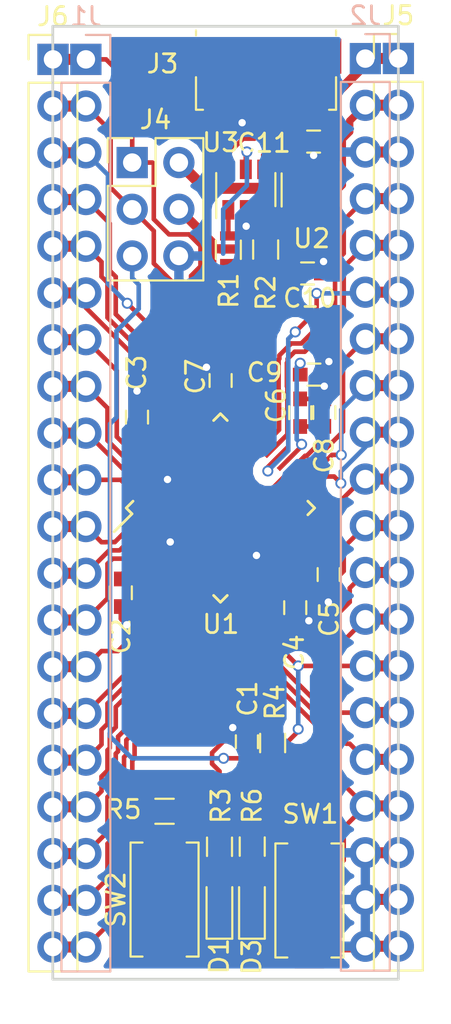
<source format=kicad_pcb>
(kicad_pcb (version 20170922) (host pcbnew no-vcs-found-d00fc99~60~ubuntu16.04.1)

  (general
    (thickness 1.6)
    (drawings 4)
    (tracks 596)
    (zones 0)
    (modules 30)
    (nets 48)
  )

  (page A4)
  (title_block
    (date "lun. 30 mars 2015")
  )

  (layers
    (0 F.Cu signal)
    (31 B.Cu signal)
    (32 B.Adhes user)
    (33 F.Adhes user)
    (34 B.Paste user)
    (35 F.Paste user)
    (36 B.SilkS user)
    (37 F.SilkS user)
    (38 B.Mask user)
    (39 F.Mask user)
    (40 Dwgs.User user)
    (41 Cmts.User user)
    (42 Eco1.User user)
    (43 Eco2.User user)
    (44 Edge.Cuts user)
    (45 Margin user)
    (46 B.CrtYd user)
    (47 F.CrtYd user)
    (48 B.Fab user)
    (49 F.Fab user hide)
  )

  (setup
    (last_trace_width 0.25)
    (trace_clearance 0.2)
    (zone_clearance 0.508)
    (zone_45_only no)
    (trace_min 0.2)
    (segment_width 0.15)
    (edge_width 0.15)
    (via_size 0.6)
    (via_drill 0.4)
    (via_min_size 0.4)
    (via_min_drill 0.3)
    (uvia_size 0.3)
    (uvia_drill 0.1)
    (uvias_allowed no)
    (uvia_min_size 0.2)
    (uvia_min_drill 0.1)
    (pcb_text_width 0.3)
    (pcb_text_size 1.5 1.5)
    (mod_edge_width 0.15)
    (mod_text_size 1 1)
    (mod_text_width 0.15)
    (pad_size 4.064 4.064)
    (pad_drill 3.048)
    (pad_to_mask_clearance 0)
    (aux_axis_origin 110.998 126.365)
    (grid_origin 110.998 126.365)
    (visible_elements FFFFFF7F)
    (pcbplotparams
      (layerselection 0x00030_80000001)
      (usegerberextensions false)
      (usegerberattributes true)
      (usegerberadvancedattributes true)
      (creategerberjobfile true)
      (excludeedgelayer true)
      (linewidth 0.100000)
      (plotframeref false)
      (viasonmask false)
      (mode 1)
      (useauxorigin false)
      (hpglpennumber 1)
      (hpglpenspeed 20)
      (hpglpendiameter 15)
      (psnegative false)
      (psa4output false)
      (plotreference true)
      (plotvalue true)
      (plotinvisibletext false)
      (padsonsilk false)
      (subtractmaskfromsilk false)
      (outputformat 1)
      (mirror false)
      (drillshape 1)
      (scaleselection 1)
      (outputdirectory ""))
  )

  (net 0 "")
  (net 1 +5V)
  (net 2 GND)
  (net 3 +3V3)
  (net 4 "Net-(C9-Pad1)")
  (net 5 /PD4)
  (net 6 /PD5)
  (net 7 /PD6)
  (net 8 /PD7)
  (net 9 /PC8)
  (net 10 /PC9)
  (net 11 /PC10)
  (net 12 /PF0/SWCLK)
  (net 13 /PF1/SWDIO)
  (net 14 /PF2)
  (net 15 /PF3)
  (net 16 /PF4)
  (net 17 /PF5)
  (net 18 /PE10)
  (net 19 /PE11)
  (net 20 /PE12)
  (net 21 /PE13)
  (net 22 /PA0)
  (net 23 /PA1)
  (net 24 /PA2)
  (net 25 /PC0)
  (net 26 /PC1)
  (net 27 /PC2)
  (net 28 /PC3)
  (net 29 /PC4)
  (net 30 /PB7)
  (net 31 /PB8)
  (net 32 /PA8)
  (net 33 /PA9)
  (net 34 /PA10)
  (net 35 /PB11)
  (net 36 /PB13)
  (net 37 /PB14)
  (net 38 "Net-(J3-Pad6)")
  (net 39 /USB+)
  (net 40 "Net-(R1-Pad1)")
  (net 41 "Net-(R2-Pad1)")
  (net 42 /USB-)
  (net 43 /nRESET)
  (net 44 /B_USB+)
  (net 45 /B_USB-)
  (net 46 "Net-(D1-Pad2)")
  (net 47 "Net-(D3-Pad2)")

  (net_class Default "This is the default net class."
    (clearance 0.2)
    (trace_width 0.25)
    (via_dia 0.6)
    (via_drill 0.4)
    (uvia_dia 0.3)
    (uvia_drill 0.1)
    (add_net +3V3)
    (add_net +5V)
    (add_net /B_USB+)
    (add_net /B_USB-)
    (add_net /PA0)
    (add_net /PA1)
    (add_net /PA10)
    (add_net /PA2)
    (add_net /PA8)
    (add_net /PA9)
    (add_net /PB11)
    (add_net /PB13)
    (add_net /PB14)
    (add_net /PB7)
    (add_net /PB8)
    (add_net /PC0)
    (add_net /PC1)
    (add_net /PC10)
    (add_net /PC2)
    (add_net /PC3)
    (add_net /PC4)
    (add_net /PC8)
    (add_net /PC9)
    (add_net /PD4)
    (add_net /PD5)
    (add_net /PD6)
    (add_net /PD7)
    (add_net /PE10)
    (add_net /PE11)
    (add_net /PE12)
    (add_net /PE13)
    (add_net /PF0/SWCLK)
    (add_net /PF1/SWDIO)
    (add_net /PF2)
    (add_net /PF3)
    (add_net /PF4)
    (add_net /PF5)
    (add_net /USB+)
    (add_net /USB-)
    (add_net /nRESET)
    (add_net GND)
    (add_net "Net-(C9-Pad1)")
    (add_net "Net-(D1-Pad2)")
    (add_net "Net-(D3-Pad2)")
    (add_net "Net-(J3-Pad6)")
    (add_net "Net-(R1-Pad1)")
    (add_net "Net-(R2-Pad1)")
  )

  (module Buttons_Switches_SMD:SW_SPST_EVQPE1 (layer F.Cu) (tedit 58724896) (tstamp 59D17E08)
    (at 131.698 117.555 90)
    (descr "Light Touch Switch, https://industrial.panasonic.com/cdbs/www-data/pdf/ATK0000/ATK0000CE7.pdf")
    (path /59D0A10F)
    (attr smd)
    (fp_text reference SW1 (at 4.7 0.05 180) (layer F.SilkS)
      (effects (font (size 1 1) (thickness 0.15)))
    )
    (fp_text value reset (at 0 3 90) (layer F.Fab)
      (effects (font (size 1 1) (thickness 0.15)))
    )
    (fp_line (start -3.1 1.85) (end 3.1 1.85) (layer F.SilkS) (width 0.12))
    (fp_line (start 3.1 -1.85) (end -3.1 -1.85) (layer F.SilkS) (width 0.12))
    (fp_line (start -3.1 -1.85) (end -3.1 -1.2) (layer F.SilkS) (width 0.12))
    (fp_line (start -3.1 1.2) (end -3.1 1.85) (layer F.SilkS) (width 0.12))
    (fp_line (start 3.1 1.85) (end 3.1 1.2) (layer F.SilkS) (width 0.12))
    (fp_line (start 3.1 -1.85) (end 3.1 -1.2) (layer F.SilkS) (width 0.12))
    (fp_line (start -3.95 2) (end -3.95 -2) (layer F.CrtYd) (width 0.05))
    (fp_line (start 3.95 2) (end -3.95 2) (layer F.CrtYd) (width 0.05))
    (fp_line (start 3.95 -2) (end 3.95 2) (layer F.CrtYd) (width 0.05))
    (fp_line (start -3.95 -2) (end 3.95 -2) (layer F.CrtYd) (width 0.05))
    (fp_line (start -1.4 0.7) (end -1.4 -0.7) (layer F.Fab) (width 0.1))
    (fp_line (start 1.4 0.7) (end -1.4 0.7) (layer F.Fab) (width 0.1))
    (fp_line (start 1.4 -0.7) (end 1.4 0.7) (layer F.Fab) (width 0.1))
    (fp_line (start -1.4 -0.7) (end 1.4 -0.7) (layer F.Fab) (width 0.1))
    (fp_line (start -3 -1.75) (end 3 -1.75) (layer F.Fab) (width 0.1))
    (fp_line (start -3 1.75) (end -3 -1.75) (layer F.Fab) (width 0.1))
    (fp_line (start 3 1.75) (end -3 1.75) (layer F.Fab) (width 0.1))
    (fp_line (start 3 -1.75) (end 3 1.75) (layer F.Fab) (width 0.1))
    (fp_text user %R (at 0 -2.65 90) (layer F.Fab)
      (effects (font (size 1 1) (thickness 0.15)))
    )
    (pad 1 smd rect (at -2.7 0 90) (size 2 1.6) (layers F.Cu F.Paste F.Mask)
      (net 2 GND))
    (pad 2 smd rect (at 2.7 0 90) (size 2 1.6) (layers F.Cu F.Paste F.Mask)
      (net 43 /nRESET))
    (model ${KISYS3DMOD}/Buttons_Switches_SMD.3dshapes/SW_SPST_EVQPE1.wrl
      (at (xyz 0 0 0))
      (scale (xyz 1 1 1))
      (rotate (xyz 0 0 0))
    )
  )

  (module Pin_Headers:Pin_Header_Straight_1x20_Pitch2.54mm (layer F.Cu) (tedit 59650532) (tstamp 59D16FDA)
    (at 136.538 71.775)
    (descr "Through hole straight pin header, 1x20, 2.54mm pitch, single row")
    (tags "Through hole pin header THT 1x20 2.54mm single row")
    (path /59D14262)
    (fp_text reference J5 (at 0 -2.33) (layer F.SilkS)
      (effects (font (size 1 1) (thickness 0.15)))
    )
    (fp_text value Conn_01x20 (at 0 50.59) (layer F.Fab)
      (effects (font (size 1 1) (thickness 0.15)))
    )
    (fp_line (start -0.635 -1.27) (end 1.27 -1.27) (layer F.Fab) (width 0.1))
    (fp_line (start 1.27 -1.27) (end 1.27 49.53) (layer F.Fab) (width 0.1))
    (fp_line (start 1.27 49.53) (end -1.27 49.53) (layer F.Fab) (width 0.1))
    (fp_line (start -1.27 49.53) (end -1.27 -0.635) (layer F.Fab) (width 0.1))
    (fp_line (start -1.27 -0.635) (end -0.635 -1.27) (layer F.Fab) (width 0.1))
    (fp_line (start -1.33 49.59) (end 1.33 49.59) (layer F.SilkS) (width 0.12))
    (fp_line (start -1.33 1.27) (end -1.33 49.59) (layer F.SilkS) (width 0.12))
    (fp_line (start 1.33 1.27) (end 1.33 49.59) (layer F.SilkS) (width 0.12))
    (fp_line (start -1.33 1.27) (end 1.33 1.27) (layer F.SilkS) (width 0.12))
    (fp_line (start -1.33 0) (end -1.33 -1.33) (layer F.SilkS) (width 0.12))
    (fp_line (start -1.33 -1.33) (end 0 -1.33) (layer F.SilkS) (width 0.12))
    (fp_line (start -1.8 -1.8) (end -1.8 50.05) (layer F.CrtYd) (width 0.05))
    (fp_line (start -1.8 50.05) (end 1.8 50.05) (layer F.CrtYd) (width 0.05))
    (fp_line (start 1.8 50.05) (end 1.8 -1.8) (layer F.CrtYd) (width 0.05))
    (fp_line (start 1.8 -1.8) (end -1.8 -1.8) (layer F.CrtYd) (width 0.05))
    (fp_text user %R (at 0 24.13 90) (layer F.Fab)
      (effects (font (size 1 1) (thickness 0.15)))
    )
    (pad 1 thru_hole rect (at 0 0) (size 1.7 1.7) (drill 1) (layers *.Cu *.Mask)
      (net 1 +5V))
    (pad 2 thru_hole oval (at 0 2.54) (size 1.7 1.7) (drill 1) (layers *.Cu *.Mask)
      (net 3 +3V3))
    (pad 3 thru_hole oval (at 0 5.08) (size 1.7 1.7) (drill 1) (layers *.Cu *.Mask)
      (net 2 GND))
    (pad 4 thru_hole oval (at 0 7.62) (size 1.7 1.7) (drill 1) (layers *.Cu *.Mask)
      (net 11 /PC10))
    (pad 5 thru_hole oval (at 0 10.16) (size 1.7 1.7) (drill 1) (layers *.Cu *.Mask)
      (net 10 /PC9))
    (pad 6 thru_hole oval (at 0 12.7) (size 1.7 1.7) (drill 1) (layers *.Cu *.Mask)
      (net 9 /PC8))
    (pad 7 thru_hole oval (at 0 15.24) (size 1.7 1.7) (drill 1) (layers *.Cu *.Mask)
      (net 8 /PD7))
    (pad 8 thru_hole oval (at 0 17.78) (size 1.7 1.7) (drill 1) (layers *.Cu *.Mask)
      (net 7 /PD6))
    (pad 9 thru_hole oval (at 0 20.32) (size 1.7 1.7) (drill 1) (layers *.Cu *.Mask)
      (net 6 /PD5))
    (pad 10 thru_hole oval (at 0 22.86) (size 1.7 1.7) (drill 1) (layers *.Cu *.Mask)
      (net 5 /PD4))
    (pad 11 thru_hole oval (at 0 25.4) (size 1.7 1.7) (drill 1) (layers *.Cu *.Mask)
      (net 37 /PB14))
    (pad 12 thru_hole oval (at 0 27.94) (size 1.7 1.7) (drill 1) (layers *.Cu *.Mask)
      (net 36 /PB13))
    (pad 13 thru_hole oval (at 0 30.48) (size 1.7 1.7) (drill 1) (layers *.Cu *.Mask)
      (net 35 /PB11))
    (pad 14 thru_hole oval (at 0 33.02) (size 1.7 1.7) (drill 1) (layers *.Cu *.Mask)
      (net 43 /nRESET))
    (pad 15 thru_hole oval (at 0 35.56) (size 1.7 1.7) (drill 1) (layers *.Cu *.Mask)
      (net 34 /PA10))
    (pad 16 thru_hole oval (at 0 38.1) (size 1.7 1.7) (drill 1) (layers *.Cu *.Mask)
      (net 33 /PA9))
    (pad 17 thru_hole oval (at 0 40.64) (size 1.7 1.7) (drill 1) (layers *.Cu *.Mask)
      (net 32 /PA8))
    (pad 18 thru_hole oval (at 0 43.18) (size 1.7 1.7) (drill 1) (layers *.Cu *.Mask)
      (net 2 GND))
    (pad 19 thru_hole oval (at 0 45.72) (size 1.7 1.7) (drill 1) (layers *.Cu *.Mask)
      (net 2 GND))
    (pad 20 thru_hole oval (at 0 48.26) (size 1.7 1.7) (drill 1) (layers *.Cu *.Mask)
      (net 2 GND))
  )

  (module TO_SOT_Packages_SMD:SOT-23-6 (layer F.Cu) (tedit 58CE4E7E) (tstamp 59D17E7A)
    (at 128.238 78.905 90)
    (descr "6-pin SOT-23 package")
    (tags SOT-23-6)
    (path /59D089E9)
    (attr smd)
    (fp_text reference U3 (at 2.56 -1.37 180) (layer F.SilkS)
      (effects (font (size 1 1) (thickness 0.15)))
    )
    (fp_text value USBLC6-2 (at 0 2.9 90) (layer F.Fab)
      (effects (font (size 1 1) (thickness 0.15)))
    )
    (fp_line (start 0.9 -1.55) (end 0.9 1.55) (layer F.Fab) (width 0.1))
    (fp_line (start 0.9 1.55) (end -0.9 1.55) (layer F.Fab) (width 0.1))
    (fp_line (start -0.9 -0.9) (end -0.9 1.55) (layer F.Fab) (width 0.1))
    (fp_line (start 0.9 -1.55) (end -0.25 -1.55) (layer F.Fab) (width 0.1))
    (fp_line (start -0.9 -0.9) (end -0.25 -1.55) (layer F.Fab) (width 0.1))
    (fp_line (start -1.9 -1.8) (end -1.9 1.8) (layer F.CrtYd) (width 0.05))
    (fp_line (start -1.9 1.8) (end 1.9 1.8) (layer F.CrtYd) (width 0.05))
    (fp_line (start 1.9 1.8) (end 1.9 -1.8) (layer F.CrtYd) (width 0.05))
    (fp_line (start 1.9 -1.8) (end -1.9 -1.8) (layer F.CrtYd) (width 0.05))
    (fp_line (start 0.9 -1.61) (end -1.55 -1.61) (layer F.SilkS) (width 0.12))
    (fp_line (start -0.9 1.61) (end 0.9 1.61) (layer F.SilkS) (width 0.12))
    (fp_text user %R (at 0 0 180) (layer F.Fab)
      (effects (font (size 0.5 0.5) (thickness 0.075)))
    )
    (pad 5 smd rect (at 1.1 0 90) (size 1.06 0.65) (layers F.Cu F.Paste F.Mask)
      (net 3 +3V3))
    (pad 6 smd rect (at 1.1 -0.95 90) (size 1.06 0.65) (layers F.Cu F.Paste F.Mask)
      (net 44 /B_USB+))
    (pad 4 smd rect (at 1.1 0.95 90) (size 1.06 0.65) (layers F.Cu F.Paste F.Mask)
      (net 45 /B_USB-))
    (pad 3 smd rect (at -1.1 0.95 90) (size 1.06 0.65) (layers F.Cu F.Paste F.Mask)
      (net 41 "Net-(R2-Pad1)"))
    (pad 2 smd rect (at -1.1 0 90) (size 1.06 0.65) (layers F.Cu F.Paste F.Mask)
      (net 2 GND))
    (pad 1 smd rect (at -1.1 -0.95 90) (size 1.06 0.65) (layers F.Cu F.Paste F.Mask)
      (net 40 "Net-(R1-Pad1)"))
    (model ${KISYS3DMOD}/TO_SOT_Packages_SMD.3dshapes/SOT-23-6.wrl
      (at (xyz 0 0 0))
      (scale (xyz 1 1 1))
      (rotate (xyz 0 0 0))
    )
  )

  (module TO_SOT_Packages_SMD:SOT-23-5 (layer F.Cu) (tedit 58CE4E7E) (tstamp 59D17E64)
    (at 131.798 78.925 270)
    (descr "5-pin SOT23 package")
    (tags SOT-23-5)
    (path /59D0756A)
    (attr smd)
    (fp_text reference U2 (at 2.64 -0.02) (layer F.SilkS)
      (effects (font (size 1 1) (thickness 0.15)))
    )
    (fp_text value SPX3819M5-L-3-3 (at 0 2.9 270) (layer F.Fab)
      (effects (font (size 1 1) (thickness 0.15)))
    )
    (fp_line (start 0.9 -1.55) (end 0.9 1.55) (layer F.Fab) (width 0.1))
    (fp_line (start 0.9 1.55) (end -0.9 1.55) (layer F.Fab) (width 0.1))
    (fp_line (start -0.9 -0.9) (end -0.9 1.55) (layer F.Fab) (width 0.1))
    (fp_line (start 0.9 -1.55) (end -0.25 -1.55) (layer F.Fab) (width 0.1))
    (fp_line (start -0.9 -0.9) (end -0.25 -1.55) (layer F.Fab) (width 0.1))
    (fp_line (start -1.9 1.8) (end -1.9 -1.8) (layer F.CrtYd) (width 0.05))
    (fp_line (start 1.9 1.8) (end -1.9 1.8) (layer F.CrtYd) (width 0.05))
    (fp_line (start 1.9 -1.8) (end 1.9 1.8) (layer F.CrtYd) (width 0.05))
    (fp_line (start -1.9 -1.8) (end 1.9 -1.8) (layer F.CrtYd) (width 0.05))
    (fp_line (start 0.9 -1.61) (end -1.55 -1.61) (layer F.SilkS) (width 0.12))
    (fp_line (start -0.9 1.61) (end 0.9 1.61) (layer F.SilkS) (width 0.12))
    (fp_text user %R (at 0 0) (layer F.Fab)
      (effects (font (size 0.5 0.5) (thickness 0.075)))
    )
    (pad 5 smd rect (at 1.1 -0.95 270) (size 1.06 0.65) (layers F.Cu F.Paste F.Mask)
      (net 3 +3V3))
    (pad 4 smd rect (at 1.1 0.95 270) (size 1.06 0.65) (layers F.Cu F.Paste F.Mask))
    (pad 3 smd rect (at -1.1 0.95 270) (size 1.06 0.65) (layers F.Cu F.Paste F.Mask)
      (net 1 +5V))
    (pad 2 smd rect (at -1.1 0 270) (size 1.06 0.65) (layers F.Cu F.Paste F.Mask)
      (net 2 GND))
    (pad 1 smd rect (at -1.1 -0.95 270) (size 1.06 0.65) (layers F.Cu F.Paste F.Mask)
      (net 1 +5V))
    (model ${KISYS3DMOD}/TO_SOT_Packages_SMD.3dshapes/SOT-23-5.wrl
      (at (xyz 0 0 0))
      (scale (xyz 1 1 1))
      (rotate (xyz 0 0 0))
    )
  )

  (module Pin_Headers:Pin_Header_Straight_1x20_Pitch2.54mm (layer B.Cu) (tedit 59650532) (tstamp 59D17D9C)
    (at 134.740619 71.7825 180)
    (descr "Through hole straight pin header, 1x20, 2.54mm pitch, single row")
    (tags "Through hole pin header THT 1x20 2.54mm single row")
    (path /59D063CB)
    (fp_text reference J2 (at 0 2.33 180) (layer B.SilkS)
      (effects (font (size 1 1) (thickness 0.15)) (justify mirror))
    )
    (fp_text value Conn_01x20 (at 0 -50.59 180) (layer B.Fab)
      (effects (font (size 1 1) (thickness 0.15)) (justify mirror))
    )
    (fp_line (start -0.635 1.27) (end 1.27 1.27) (layer B.Fab) (width 0.1))
    (fp_line (start 1.27 1.27) (end 1.27 -49.53) (layer B.Fab) (width 0.1))
    (fp_line (start 1.27 -49.53) (end -1.27 -49.53) (layer B.Fab) (width 0.1))
    (fp_line (start -1.27 -49.53) (end -1.27 0.635) (layer B.Fab) (width 0.1))
    (fp_line (start -1.27 0.635) (end -0.635 1.27) (layer B.Fab) (width 0.1))
    (fp_line (start -1.33 -49.59) (end 1.33 -49.59) (layer B.SilkS) (width 0.12))
    (fp_line (start -1.33 -1.27) (end -1.33 -49.59) (layer B.SilkS) (width 0.12))
    (fp_line (start 1.33 -1.27) (end 1.33 -49.59) (layer B.SilkS) (width 0.12))
    (fp_line (start -1.33 -1.27) (end 1.33 -1.27) (layer B.SilkS) (width 0.12))
    (fp_line (start -1.33 0) (end -1.33 1.33) (layer B.SilkS) (width 0.12))
    (fp_line (start -1.33 1.33) (end 0 1.33) (layer B.SilkS) (width 0.12))
    (fp_line (start -1.8 1.8) (end -1.8 -50.05) (layer B.CrtYd) (width 0.05))
    (fp_line (start -1.8 -50.05) (end 1.8 -50.05) (layer B.CrtYd) (width 0.05))
    (fp_line (start 1.8 -50.05) (end 1.8 1.8) (layer B.CrtYd) (width 0.05))
    (fp_line (start 1.8 1.8) (end -1.8 1.8) (layer B.CrtYd) (width 0.05))
    (fp_text user %R (at 0 -24.13 90) (layer B.Fab)
      (effects (font (size 1 1) (thickness 0.15)) (justify mirror))
    )
    (pad 1 thru_hole rect (at 0 0 180) (size 1.7 1.7) (drill 1) (layers *.Cu *.Mask)
      (net 1 +5V))
    (pad 2 thru_hole oval (at 0 -2.54 180) (size 1.7 1.7) (drill 1) (layers *.Cu *.Mask)
      (net 3 +3V3))
    (pad 3 thru_hole oval (at 0 -5.08 180) (size 1.7 1.7) (drill 1) (layers *.Cu *.Mask)
      (net 2 GND))
    (pad 4 thru_hole oval (at 0 -7.62 180) (size 1.7 1.7) (drill 1) (layers *.Cu *.Mask)
      (net 11 /PC10))
    (pad 5 thru_hole oval (at 0 -10.16 180) (size 1.7 1.7) (drill 1) (layers *.Cu *.Mask)
      (net 10 /PC9))
    (pad 6 thru_hole oval (at 0 -12.7 180) (size 1.7 1.7) (drill 1) (layers *.Cu *.Mask)
      (net 9 /PC8))
    (pad 7 thru_hole oval (at 0 -15.24 180) (size 1.7 1.7) (drill 1) (layers *.Cu *.Mask)
      (net 8 /PD7))
    (pad 8 thru_hole oval (at 0 -17.78 180) (size 1.7 1.7) (drill 1) (layers *.Cu *.Mask)
      (net 7 /PD6))
    (pad 9 thru_hole oval (at 0 -20.32 180) (size 1.7 1.7) (drill 1) (layers *.Cu *.Mask)
      (net 6 /PD5))
    (pad 10 thru_hole oval (at 0 -22.86 180) (size 1.7 1.7) (drill 1) (layers *.Cu *.Mask)
      (net 5 /PD4))
    (pad 11 thru_hole oval (at 0 -25.4 180) (size 1.7 1.7) (drill 1) (layers *.Cu *.Mask)
      (net 37 /PB14))
    (pad 12 thru_hole oval (at 0 -27.94 180) (size 1.7 1.7) (drill 1) (layers *.Cu *.Mask)
      (net 36 /PB13))
    (pad 13 thru_hole oval (at 0 -30.48 180) (size 1.7 1.7) (drill 1) (layers *.Cu *.Mask)
      (net 35 /PB11))
    (pad 14 thru_hole oval (at 0 -33.02 180) (size 1.7 1.7) (drill 1) (layers *.Cu *.Mask)
      (net 43 /nRESET))
    (pad 15 thru_hole oval (at 0 -35.56 180) (size 1.7 1.7) (drill 1) (layers *.Cu *.Mask)
      (net 34 /PA10))
    (pad 16 thru_hole oval (at 0 -38.1 180) (size 1.7 1.7) (drill 1) (layers *.Cu *.Mask)
      (net 33 /PA9))
    (pad 17 thru_hole oval (at 0 -40.64 180) (size 1.7 1.7) (drill 1) (layers *.Cu *.Mask)
      (net 32 /PA8))
    (pad 18 thru_hole oval (at 0 -43.18 180) (size 1.7 1.7) (drill 1) (layers *.Cu *.Mask)
      (net 2 GND))
    (pad 19 thru_hole oval (at 0 -45.72 180) (size 1.7 1.7) (drill 1) (layers *.Cu *.Mask)
      (net 2 GND))
    (pad 20 thru_hole oval (at 0 -48.26 180) (size 1.7 1.7) (drill 1) (layers *.Cu *.Mask)
      (net 2 GND))
    (model ${KISYS3DMOD}/Pin_Headers.3dshapes/Pin_Header_Straight_1x20_Pitch2.54mm.wrl
      (at (xyz 0 0 0))
      (scale (xyz 1 1 1))
      (rotate (xyz 0 0 0))
    )
  )

  (module Capacitors_SMD:C_0603 (layer F.Cu) (tedit 59958EE7) (tstamp 59D134DA)
    (at 131.948 88.965)
    (descr "Capacitor SMD 0603, reflow soldering, AVX (see smccp.pdf)")
    (tags "capacitor 0603")
    (path /59CF3066)
    (attr smd)
    (fp_text reference C9 (at -2.69 -0.12) (layer F.SilkS)
      (effects (font (size 1 1) (thickness 0.15)))
    )
    (fp_text value 1u (at 0 1.5) (layer F.Fab)
      (effects (font (size 1 1) (thickness 0.15)))
    )
    (fp_line (start 1.4 0.65) (end -1.4 0.65) (layer F.CrtYd) (width 0.05))
    (fp_line (start 1.4 0.65) (end 1.4 -0.65) (layer F.CrtYd) (width 0.05))
    (fp_line (start -1.4 -0.65) (end -1.4 0.65) (layer F.CrtYd) (width 0.05))
    (fp_line (start -1.4 -0.65) (end 1.4 -0.65) (layer F.CrtYd) (width 0.05))
    (fp_line (start 0.35 0.6) (end -0.35 0.6) (layer F.SilkS) (width 0.12))
    (fp_line (start -0.35 -0.6) (end 0.35 -0.6) (layer F.SilkS) (width 0.12))
    (fp_line (start -0.8 -0.4) (end 0.8 -0.4) (layer F.Fab) (width 0.1))
    (fp_line (start 0.8 -0.4) (end 0.8 0.4) (layer F.Fab) (width 0.1))
    (fp_line (start 0.8 0.4) (end -0.8 0.4) (layer F.Fab) (width 0.1))
    (fp_line (start -0.8 0.4) (end -0.8 -0.4) (layer F.Fab) (width 0.1))
    (fp_text user %R (at 0 0) (layer F.Fab)
      (effects (font (size 0.3 0.3) (thickness 0.075)))
    )
    (pad 2 smd rect (at 0.75 0) (size 0.8 0.75) (layers F.Cu F.Paste F.Mask)
      (net 2 GND))
    (pad 1 smd rect (at -0.75 0) (size 0.8 0.75) (layers F.Cu F.Paste F.Mask)
      (net 4 "Net-(C9-Pad1)"))
    (model Capacitors_SMD.3dshapes/C_0603.wrl
      (at (xyz 0 0 0))
      (scale (xyz 1 1 1))
      (rotate (xyz 0 0 0))
    )
  )

  (module Housings_QFP:LQFP-48_7x7mm_Pitch0.5mm (layer F.Cu) (tedit 59D13C83) (tstamp 59D17E4F)
    (at 126.858 96.215 45)
    (descr "48 LEAD LQFP 7x7mm (see MICREL LQFP7x7-48LD-PL-1.pdf)")
    (tags "QFP 0.5")
    (path /59CF1484)
    (attr smd)
    (fp_text reference U1 (at -4.454773 4.483057 180) (layer F.SilkS)
      (effects (font (size 1 1) (thickness 0.15)))
    )
    (fp_text value EFM32HG-48LQFP (at 0 6 45) (layer F.Fab)
      (effects (font (size 1 1) (thickness 0.15)))
    )
    (fp_text user %R (at 0 0 45) (layer F.Fab)
      (effects (font (size 1 1) (thickness 0.15)))
    )
    (fp_line (start -2.5 -3.5) (end 3.5 -3.5) (layer F.Fab) (width 0.15))
    (fp_line (start 3.5 -3.5) (end 3.5 3.5) (layer F.Fab) (width 0.15))
    (fp_line (start 3.5 3.5) (end -3.5 3.5) (layer F.Fab) (width 0.15))
    (fp_line (start -3.5 3.5) (end -3.5 -2.5) (layer F.Fab) (width 0.15))
    (fp_line (start -3.5 -2.5) (end -2.5 -3.5) (layer F.Fab) (width 0.15))
    (fp_line (start -5.25 -5.25) (end -5.25 5.25) (layer F.CrtYd) (width 0.05))
    (fp_line (start 5.25 -5.25) (end 5.25 5.25) (layer F.CrtYd) (width 0.05))
    (fp_line (start -5.25 -5.25) (end 5.25 -5.25) (layer F.CrtYd) (width 0.05))
    (fp_line (start -5.25 5.25) (end 5.25 5.25) (layer F.CrtYd) (width 0.05))
    (fp_line (start -3.625 -3.625) (end -3.625 -3.175) (layer F.SilkS) (width 0.15))
    (fp_line (start 3.625 -3.625) (end 3.625 -3.1) (layer F.SilkS) (width 0.15))
    (fp_line (start 3.625 3.625) (end 3.625 3.1) (layer F.SilkS) (width 0.15))
    (fp_line (start -3.625 3.625) (end -3.625 3.1) (layer F.SilkS) (width 0.15))
    (fp_line (start -3.625 -3.625) (end -3.1 -3.625) (layer F.SilkS) (width 0.15))
    (fp_line (start -3.625 3.625) (end -3.1 3.625) (layer F.SilkS) (width 0.15))
    (fp_line (start 3.625 3.625) (end 3.1 3.625) (layer F.SilkS) (width 0.15))
    (fp_line (start 3.625 -3.625) (end 3.1 -3.625) (layer F.SilkS) (width 0.15))
    (fp_line (start -3.625 -3.175) (end -5 -3.175) (layer F.SilkS) (width 0.15))
    (pad 1 smd rect (at -4.35 -2.75 45) (size 1.3 0.25) (layers F.Cu F.Paste F.Mask)
      (net 22 /PA0))
    (pad 2 smd rect (at -4.35 -2.25 45) (size 1.3 0.25) (layers F.Cu F.Paste F.Mask)
      (net 23 /PA1))
    (pad 3 smd rect (at -4.35 -1.749999 45) (size 1.3 0.25) (layers F.Cu F.Paste F.Mask)
      (net 24 /PA2))
    (pad 4 smd rect (at -4.35 -1.25 45) (size 1.3 0.25) (layers F.Cu F.Paste F.Mask)
      (net 3 +3V3))
    (pad 5 smd rect (at -4.35 -0.750001 45) (size 1.3 0.25) (layers F.Cu F.Paste F.Mask)
      (net 2 GND))
    (pad 6 smd rect (at -4.35 -0.25 45) (size 1.3 0.25) (layers F.Cu F.Paste F.Mask)
      (net 25 /PC0))
    (pad 7 smd rect (at -4.35 0.25 45) (size 1.3 0.25) (layers F.Cu F.Paste F.Mask)
      (net 26 /PC1))
    (pad 8 smd rect (at -4.35 0.750001 45) (size 1.3 0.25) (layers F.Cu F.Paste F.Mask)
      (net 27 /PC2))
    (pad 9 smd rect (at -4.35 1.25 45) (size 1.3 0.25) (layers F.Cu F.Paste F.Mask)
      (net 28 /PC3))
    (pad 10 smd rect (at -4.35 1.749999 45) (size 1.3 0.25) (layers F.Cu F.Paste F.Mask)
      (net 29 /PC4))
    (pad 11 smd rect (at -4.35 2.25 45) (size 1.3 0.25) (layers F.Cu F.Paste F.Mask)
      (net 30 /PB7))
    (pad 12 smd rect (at -4.35 2.75 45) (size 1.3 0.25) (layers F.Cu F.Paste F.Mask)
      (net 31 /PB8))
    (pad 13 smd rect (at -2.75 4.35 135) (size 1.3 0.25) (layers F.Cu F.Paste F.Mask)
      (net 32 /PA8))
    (pad 14 smd rect (at -2.25 4.35 135) (size 1.3 0.25) (layers F.Cu F.Paste F.Mask)
      (net 33 /PA9))
    (pad 15 smd rect (at -1.749999 4.35 135) (size 1.3 0.25) (layers F.Cu F.Paste F.Mask)
      (net 34 /PA10))
    (pad 16 smd rect (at -1.25 4.35 135) (size 1.3 0.25) (layers F.Cu F.Paste F.Mask)
      (net 43 /nRESET))
    (pad 17 smd rect (at -0.750001 4.35 135) (size 1.3 0.25) (layers F.Cu F.Paste F.Mask)
      (net 35 /PB11))
    (pad 18 smd rect (at -0.25 4.35 135) (size 1.3 0.25) (layers F.Cu F.Paste F.Mask)
      (net 2 GND))
    (pad 19 smd rect (at 0.25 4.35 135) (size 1.3 0.25) (layers F.Cu F.Paste F.Mask)
      (net 3 +3V3))
    (pad 20 smd rect (at 0.750001 4.35 135) (size 1.3 0.25) (layers F.Cu F.Paste F.Mask)
      (net 36 /PB13))
    (pad 21 smd rect (at 1.25 4.35 135) (size 1.3 0.25) (layers F.Cu F.Paste F.Mask)
      (net 37 /PB14))
    (pad 22 smd rect (at 1.749999 4.35 135) (size 1.3 0.25) (layers F.Cu F.Paste F.Mask)
      (net 3 +3V3))
    (pad 23 smd rect (at 2.25 4.35 135) (size 1.3 0.25) (layers F.Cu F.Paste F.Mask)
      (net 3 +3V3))
    (pad 24 smd rect (at 2.75 4.35 135) (size 1.3 0.25) (layers F.Cu F.Paste F.Mask)
      (net 5 /PD4))
    (pad 25 smd rect (at 4.35 2.75 45) (size 1.3 0.25) (layers F.Cu F.Paste F.Mask)
      (net 6 /PD5))
    (pad 26 smd rect (at 4.35 2.25 45) (size 1.3 0.25) (layers F.Cu F.Paste F.Mask)
      (net 7 /PD6))
    (pad 27 smd rect (at 4.35 1.749999 45) (size 1.3 0.25) (layers F.Cu F.Paste F.Mask)
      (net 8 /PD7))
    (pad 28 smd rect (at 4.35 1.25 45) (size 1.3 0.25) (layers F.Cu F.Paste F.Mask)
      (net 3 +3V3))
    (pad 29 smd rect (at 4.35 0.750001 45) (size 1.3 0.25) (layers F.Cu F.Paste F.Mask)
      (net 4 "Net-(C9-Pad1)"))
    (pad 30 smd rect (at 4.35 0.25 45) (size 1.3 0.25) (layers F.Cu F.Paste F.Mask)
      (net 9 /PC8))
    (pad 31 smd rect (at 4.35 -0.25 45) (size 1.3 0.25) (layers F.Cu F.Paste F.Mask)
      (net 10 /PC9))
    (pad 32 smd rect (at 4.35 -0.750001 45) (size 1.3 0.25) (layers F.Cu F.Paste F.Mask)
      (net 11 /PC10))
    (pad 33 smd rect (at 4.35 -1.25 45) (size 1.3 0.25) (layers F.Cu F.Paste F.Mask)
      (net 3 +3V3))
    (pad 34 smd rect (at 4.35 -1.749999 45) (size 1.3 0.25) (layers F.Cu F.Paste F.Mask)
      (net 3 +3V3))
    (pad 35 smd rect (at 4.35 -2.25 45) (size 1.3 0.25) (layers F.Cu F.Paste F.Mask)
      (net 42 /USB-))
    (pad 36 smd rect (at 4.35 -2.75 45) (size 1.3 0.25) (layers F.Cu F.Paste F.Mask)
      (net 39 /USB+))
    (pad 37 smd rect (at 2.75 -4.35 135) (size 1.3 0.25) (layers F.Cu F.Paste F.Mask)
      (net 12 /PF0/SWCLK))
    (pad 38 smd rect (at 2.25 -4.35 135) (size 1.3 0.25) (layers F.Cu F.Paste F.Mask)
      (net 13 /PF1/SWDIO))
    (pad 39 smd rect (at 1.749999 -4.35 135) (size 1.3 0.25) (layers F.Cu F.Paste F.Mask)
      (net 14 /PF2))
    (pad 40 smd rect (at 1.25 -4.35 135) (size 1.3 0.25) (layers F.Cu F.Paste F.Mask)
      (net 15 /PF3))
    (pad 41 smd rect (at 0.750001 -4.35 135) (size 1.3 0.25) (layers F.Cu F.Paste F.Mask)
      (net 16 /PF4))
    (pad 42 smd rect (at 0.25 -4.35 135) (size 1.3 0.25) (layers F.Cu F.Paste F.Mask)
      (net 17 /PF5))
    (pad 43 smd rect (at -0.25 -4.35 135) (size 1.3 0.25) (layers F.Cu F.Paste F.Mask)
      (net 3 +3V3))
    (pad 44 smd rect (at -0.750001 -4.35 135) (size 1.3 0.25) (layers F.Cu F.Paste F.Mask)
      (net 2 GND))
    (pad 45 smd rect (at -1.25 -4.35 135) (size 1.3 0.25) (layers F.Cu F.Paste F.Mask)
      (net 18 /PE10))
    (pad 46 smd rect (at -1.749999 -4.35 135) (size 1.3 0.25) (layers F.Cu F.Paste F.Mask)
      (net 19 /PE11))
    (pad 47 smd rect (at -2.25 -4.35 135) (size 1.3 0.25) (layers F.Cu F.Paste F.Mask)
      (net 20 /PE12))
    (pad 48 smd rect (at -2.75 -4.35 135) (size 1.3 0.25) (layers F.Cu F.Paste F.Mask)
      (net 21 /PE13))
    (model ${KISYS3DMOD}/Housings_QFP.3dshapes/LQFP-48_7x7mm_Pitch0.5mm.wrl
      (at (xyz 0 0 0))
      (scale (xyz 1 1 1))
      (rotate (xyz 0 0 0))
    )
  )

  (module Capacitors_SMD:C_0603 (layer F.Cu) (tedit 59958EE7) (tstamp 59D134EA)
    (at 131.598 83.465)
    (descr "Capacitor SMD 0603, reflow soldering, AVX (see smccp.pdf)")
    (tags "capacitor 0603")
    (path /59D07862)
    (attr smd)
    (fp_text reference C10 (at 0.12 1.34) (layer F.SilkS)
      (effects (font (size 1 1) (thickness 0.15)))
    )
    (fp_text value 1u (at 0 1.5) (layer F.Fab)
      (effects (font (size 1 1) (thickness 0.15)))
    )
    (fp_text user %R (at 0 0) (layer F.Fab)
      (effects (font (size 0.3 0.3) (thickness 0.075)))
    )
    (fp_line (start -0.8 0.4) (end -0.8 -0.4) (layer F.Fab) (width 0.1))
    (fp_line (start 0.8 0.4) (end -0.8 0.4) (layer F.Fab) (width 0.1))
    (fp_line (start 0.8 -0.4) (end 0.8 0.4) (layer F.Fab) (width 0.1))
    (fp_line (start -0.8 -0.4) (end 0.8 -0.4) (layer F.Fab) (width 0.1))
    (fp_line (start -0.35 -0.6) (end 0.35 -0.6) (layer F.SilkS) (width 0.12))
    (fp_line (start 0.35 0.6) (end -0.35 0.6) (layer F.SilkS) (width 0.12))
    (fp_line (start -1.4 -0.65) (end 1.4 -0.65) (layer F.CrtYd) (width 0.05))
    (fp_line (start -1.4 -0.65) (end -1.4 0.65) (layer F.CrtYd) (width 0.05))
    (fp_line (start 1.4 0.65) (end 1.4 -0.65) (layer F.CrtYd) (width 0.05))
    (fp_line (start 1.4 0.65) (end -1.4 0.65) (layer F.CrtYd) (width 0.05))
    (pad 1 smd rect (at -0.75 0) (size 0.8 0.75) (layers F.Cu F.Paste F.Mask)
      (net 3 +3V3))
    (pad 2 smd rect (at 0.75 0) (size 0.8 0.75) (layers F.Cu F.Paste F.Mask)
      (net 2 GND))
    (model Capacitors_SMD.3dshapes/C_0603.wrl
      (at (xyz 0 0 0))
      (scale (xyz 1 1 1))
      (rotate (xyz 0 0 0))
    )
  )

  (module Capacitors_SMD:C_0603 (layer F.Cu) (tedit 59D167F1) (tstamp 59D134FA)
    (at 131.928 76.295)
    (descr "Capacitor SMD 0603, reflow soldering, AVX (see smccp.pdf)")
    (tags "capacitor 0603")
    (path /59D0C3D6)
    (attr smd)
    (fp_text reference C11 (at -2.7 0.08 180) (layer F.SilkS)
      (effects (font (size 1 1) (thickness 0.15)))
    )
    (fp_text value 1u (at 0 1.5) (layer F.Fab)
      (effects (font (size 1 1) (thickness 0.15)))
    )
    (fp_line (start 1.4 0.65) (end -1.4 0.65) (layer F.CrtYd) (width 0.05))
    (fp_line (start 1.4 0.65) (end 1.4 -0.65) (layer F.CrtYd) (width 0.05))
    (fp_line (start -1.4 -0.65) (end -1.4 0.65) (layer F.CrtYd) (width 0.05))
    (fp_line (start -1.4 -0.65) (end 1.4 -0.65) (layer F.CrtYd) (width 0.05))
    (fp_line (start 0.35 0.6) (end -0.35 0.6) (layer F.SilkS) (width 0.12))
    (fp_line (start -0.35 -0.6) (end 0.35 -0.6) (layer F.SilkS) (width 0.12))
    (fp_line (start -0.8 -0.4) (end 0.8 -0.4) (layer F.Fab) (width 0.1))
    (fp_line (start 0.8 -0.4) (end 0.8 0.4) (layer F.Fab) (width 0.1))
    (fp_line (start 0.8 0.4) (end -0.8 0.4) (layer F.Fab) (width 0.1))
    (fp_line (start -0.8 0.4) (end -0.8 -0.4) (layer F.Fab) (width 0.1))
    (fp_text user %R (at 0 0) (layer F.Fab)
      (effects (font (size 0.3 0.3) (thickness 0.075)))
    )
    (pad 2 smd rect (at 0.75 0) (size 0.8 0.75) (layers F.Cu F.Paste F.Mask)
      (net 2 GND))
    (pad 1 smd rect (at -0.75 0) (size 0.8 0.75) (layers F.Cu F.Paste F.Mask)
      (net 1 +5V))
    (model Capacitors_SMD.3dshapes/C_0603.wrl
      (at (xyz 0 0 0))
      (scale (xyz 1 1 1))
      (rotate (xyz 0 0 0))
    )
  )

  (module Resistors_SMD:R_0603 (layer F.Cu) (tedit 59D14507) (tstamp 59D17DDE)
    (at 129.318 82.165 270)
    (descr "Resistor SMD 0603, reflow soldering, Vishay (see dcrcw.pdf)")
    (tags "resistor 0603")
    (path /59D08397)
    (attr smd)
    (fp_text reference R2 (at 2.35 -0.01 270) (layer F.SilkS)
      (effects (font (size 1 1) (thickness 0.15)))
    )
    (fp_text value 22R (at 0 1.5 270) (layer F.Fab)
      (effects (font (size 1 1) (thickness 0.15)))
    )
    (fp_text user %R (at 1.07 0.09 270) (layer F.Fab)
      (effects (font (size 0.4 0.4) (thickness 0.075)))
    )
    (fp_line (start -0.8 0.4) (end -0.8 -0.4) (layer F.Fab) (width 0.1))
    (fp_line (start 0.8 0.4) (end -0.8 0.4) (layer F.Fab) (width 0.1))
    (fp_line (start 0.8 -0.4) (end 0.8 0.4) (layer F.Fab) (width 0.1))
    (fp_line (start -0.8 -0.4) (end 0.8 -0.4) (layer F.Fab) (width 0.1))
    (fp_line (start 0.5 0.68) (end -0.5 0.68) (layer F.SilkS) (width 0.12))
    (fp_line (start -0.5 -0.68) (end 0.5 -0.68) (layer F.SilkS) (width 0.12))
    (fp_line (start -1.25 -0.7) (end 1.25 -0.7) (layer F.CrtYd) (width 0.05))
    (fp_line (start -1.25 -0.7) (end -1.25 0.7) (layer F.CrtYd) (width 0.05))
    (fp_line (start 1.25 0.7) (end 1.25 -0.7) (layer F.CrtYd) (width 0.05))
    (fp_line (start 1.25 0.7) (end -1.25 0.7) (layer F.CrtYd) (width 0.05))
    (pad 1 smd rect (at -0.75 0 270) (size 0.5 0.9) (layers F.Cu F.Paste F.Mask)
      (net 41 "Net-(R2-Pad1)"))
    (pad 2 smd rect (at 0.75 0 270) (size 0.5 0.9) (layers F.Cu F.Paste F.Mask)
      (net 42 /USB-))
    (model ${KISYS3DMOD}/Resistors_SMD.3dshapes/R_0603.wrl
      (at (xyz 0 0 0))
      (scale (xyz 1 1 1))
      (rotate (xyz 0 0 0))
    )
  )

  (module Resistors_SMD:R_0603 (layer F.Cu) (tedit 58E0A804) (tstamp 59D17DCD)
    (at 127.288 82.175 270)
    (descr "Resistor SMD 0603, reflow soldering, Vishay (see dcrcw.pdf)")
    (tags "resistor 0603")
    (path /59D08165)
    (attr smd)
    (fp_text reference R1 (at 2.23 -0.03 270) (layer F.SilkS)
      (effects (font (size 1 1) (thickness 0.15)))
    )
    (fp_text value 22R (at 0 1.5 270) (layer F.Fab)
      (effects (font (size 1 1) (thickness 0.15)))
    )
    (fp_line (start 1.25 0.7) (end -1.25 0.7) (layer F.CrtYd) (width 0.05))
    (fp_line (start 1.25 0.7) (end 1.25 -0.7) (layer F.CrtYd) (width 0.05))
    (fp_line (start -1.25 -0.7) (end -1.25 0.7) (layer F.CrtYd) (width 0.05))
    (fp_line (start -1.25 -0.7) (end 1.25 -0.7) (layer F.CrtYd) (width 0.05))
    (fp_line (start -0.5 -0.68) (end 0.5 -0.68) (layer F.SilkS) (width 0.12))
    (fp_line (start 0.5 0.68) (end -0.5 0.68) (layer F.SilkS) (width 0.12))
    (fp_line (start -0.8 -0.4) (end 0.8 -0.4) (layer F.Fab) (width 0.1))
    (fp_line (start 0.8 -0.4) (end 0.8 0.4) (layer F.Fab) (width 0.1))
    (fp_line (start 0.8 0.4) (end -0.8 0.4) (layer F.Fab) (width 0.1))
    (fp_line (start -0.8 0.4) (end -0.8 -0.4) (layer F.Fab) (width 0.1))
    (fp_text user %R (at -0.29 2.22 270) (layer F.Fab)
      (effects (font (size 0.4 0.4) (thickness 0.075)))
    )
    (pad 2 smd rect (at 0.75 0 270) (size 0.5 0.9) (layers F.Cu F.Paste F.Mask)
      (net 39 /USB+))
    (pad 1 smd rect (at -0.75 0 270) (size 0.5 0.9) (layers F.Cu F.Paste F.Mask)
      (net 40 "Net-(R1-Pad1)"))
    (model ${KISYS3DMOD}/Resistors_SMD.3dshapes/R_0603.wrl
      (at (xyz 0 0 0))
      (scale (xyz 1 1 1))
      (rotate (xyz 0 0 0))
    )
  )

  (module Capacitors_SMD:C_0603 (layer F.Cu) (tedit 59958EE7) (tstamp 59D17CBF)
    (at 122.318 91.275 90)
    (descr "Capacitor SMD 0603, reflow soldering, AVX (see smccp.pdf)")
    (tags "capacitor 0603")
    (path /59CF4A18)
    (attr smd)
    (fp_text reference C3 (at 2.41 -0.02 90) (layer F.SilkS)
      (effects (font (size 1 1) (thickness 0.15)))
    )
    (fp_text value 100n (at 0 1.5 90) (layer F.Fab)
      (effects (font (size 1 1) (thickness 0.15)))
    )
    (fp_text user %R (at 0 0 90) (layer F.Fab)
      (effects (font (size 0.3 0.3) (thickness 0.075)))
    )
    (fp_line (start -0.8 0.4) (end -0.8 -0.4) (layer F.Fab) (width 0.1))
    (fp_line (start 0.8 0.4) (end -0.8 0.4) (layer F.Fab) (width 0.1))
    (fp_line (start 0.8 -0.4) (end 0.8 0.4) (layer F.Fab) (width 0.1))
    (fp_line (start -0.8 -0.4) (end 0.8 -0.4) (layer F.Fab) (width 0.1))
    (fp_line (start -0.35 -0.6) (end 0.35 -0.6) (layer F.SilkS) (width 0.12))
    (fp_line (start 0.35 0.6) (end -0.35 0.6) (layer F.SilkS) (width 0.12))
    (fp_line (start -1.4 -0.65) (end 1.4 -0.65) (layer F.CrtYd) (width 0.05))
    (fp_line (start -1.4 -0.65) (end -1.4 0.65) (layer F.CrtYd) (width 0.05))
    (fp_line (start 1.4 0.65) (end 1.4 -0.65) (layer F.CrtYd) (width 0.05))
    (fp_line (start 1.4 0.65) (end -1.4 0.65) (layer F.CrtYd) (width 0.05))
    (pad 1 smd rect (at -0.75 0 90) (size 0.8 0.75) (layers F.Cu F.Paste F.Mask)
      (net 3 +3V3))
    (pad 2 smd rect (at 0.75 0 90) (size 0.8 0.75) (layers F.Cu F.Paste F.Mask)
      (net 2 GND))
    (model Capacitors_SMD.3dshapes/C_0603.wrl
      (at (xyz 0 0 0))
      (scale (xyz 1 1 1))
      (rotate (xyz 0 0 0))
    )
  )

  (module Capacitors_SMD:C_0603 (layer F.Cu) (tedit 59958EE7) (tstamp 59D17CAE)
    (at 121.438 100.825 270)
    (descr "Capacitor SMD 0603, reflow soldering, AVX (see smccp.pdf)")
    (tags "capacitor 0603")
    (path /59CF41E4)
    (attr smd)
    (fp_text reference C2 (at 2.37 0 270) (layer F.SilkS)
      (effects (font (size 1 1) (thickness 0.15)))
    )
    (fp_text value 100n (at 0 1.5 270) (layer F.Fab)
      (effects (font (size 1 1) (thickness 0.15)))
    )
    (fp_line (start 1.4 0.65) (end -1.4 0.65) (layer F.CrtYd) (width 0.05))
    (fp_line (start 1.4 0.65) (end 1.4 -0.65) (layer F.CrtYd) (width 0.05))
    (fp_line (start -1.4 -0.65) (end -1.4 0.65) (layer F.CrtYd) (width 0.05))
    (fp_line (start -1.4 -0.65) (end 1.4 -0.65) (layer F.CrtYd) (width 0.05))
    (fp_line (start 0.35 0.6) (end -0.35 0.6) (layer F.SilkS) (width 0.12))
    (fp_line (start -0.35 -0.6) (end 0.35 -0.6) (layer F.SilkS) (width 0.12))
    (fp_line (start -0.8 -0.4) (end 0.8 -0.4) (layer F.Fab) (width 0.1))
    (fp_line (start 0.8 -0.4) (end 0.8 0.4) (layer F.Fab) (width 0.1))
    (fp_line (start 0.8 0.4) (end -0.8 0.4) (layer F.Fab) (width 0.1))
    (fp_line (start -0.8 0.4) (end -0.8 -0.4) (layer F.Fab) (width 0.1))
    (fp_text user %R (at 0 0 270) (layer F.Fab)
      (effects (font (size 0.3 0.3) (thickness 0.075)))
    )
    (pad 2 smd rect (at 0.75 0 270) (size 0.8 0.75) (layers F.Cu F.Paste F.Mask)
      (net 2 GND))
    (pad 1 smd rect (at -0.75 0 270) (size 0.8 0.75) (layers F.Cu F.Paste F.Mask)
      (net 3 +3V3))
    (model Capacitors_SMD.3dshapes/C_0603.wrl
      (at (xyz 0 0 0))
      (scale (xyz 1 1 1))
      (rotate (xyz 0 0 0))
    )
  )

  (module Capacitors_SMD:C_0603 (layer F.Cu) (tedit 59958EE7) (tstamp 59D17CD0)
    (at 130.928 101.635 90)
    (descr "Capacitor SMD 0603, reflow soldering, AVX (see smccp.pdf)")
    (tags "capacitor 0603")
    (path /59CF515F)
    (attr smd)
    (fp_text reference C4 (at -2.43 -0.05 90) (layer F.SilkS)
      (effects (font (size 1 1) (thickness 0.15)))
    )
    (fp_text value 100n (at -1.28 1.46 90) (layer F.Fab)
      (effects (font (size 1 1) (thickness 0.15)))
    )
    (fp_text user %R (at -0.41 0.29 90) (layer F.Fab)
      (effects (font (size 0.3 0.3) (thickness 0.075)))
    )
    (fp_line (start -0.8 0.4) (end -0.8 -0.4) (layer F.Fab) (width 0.1))
    (fp_line (start 0.8 0.4) (end -0.8 0.4) (layer F.Fab) (width 0.1))
    (fp_line (start 0.8 -0.4) (end 0.8 0.4) (layer F.Fab) (width 0.1))
    (fp_line (start -0.8 -0.4) (end 0.8 -0.4) (layer F.Fab) (width 0.1))
    (fp_line (start -0.35 -0.6) (end 0.35 -0.6) (layer F.SilkS) (width 0.12))
    (fp_line (start 0.35 0.6) (end -0.35 0.6) (layer F.SilkS) (width 0.12))
    (fp_line (start -1.4 -0.65) (end 1.4 -0.65) (layer F.CrtYd) (width 0.05))
    (fp_line (start -1.4 -0.65) (end -1.4 0.65) (layer F.CrtYd) (width 0.05))
    (fp_line (start 1.4 0.65) (end 1.4 -0.65) (layer F.CrtYd) (width 0.05))
    (fp_line (start 1.4 0.65) (end -1.4 0.65) (layer F.CrtYd) (width 0.05))
    (pad 1 smd rect (at -0.75 0 90) (size 0.8 0.75) (layers F.Cu F.Paste F.Mask)
      (net 2 GND))
    (pad 2 smd rect (at 0.75 0 90) (size 0.8 0.75) (layers F.Cu F.Paste F.Mask)
      (net 3 +3V3))
    (model Capacitors_SMD.3dshapes/C_0603.wrl
      (at (xyz 0 0 0))
      (scale (xyz 1 1 1))
      (rotate (xyz 0 0 0))
    )
  )

  (module Capacitors_SMD:C_0603 (layer F.Cu) (tedit 59958EE7) (tstamp 59D17CE1)
    (at 132.748 99.835 90)
    (descr "Capacitor SMD 0603, reflow soldering, AVX (see smccp.pdf)")
    (tags "capacitor 0603")
    (path /59CF4E06)
    (attr smd)
    (fp_text reference C5 (at -2.42 0.03 90) (layer F.SilkS)
      (effects (font (size 1 1) (thickness 0.15)))
    )
    (fp_text value 100n (at 0 1.5 90) (layer F.Fab)
      (effects (font (size 1 1) (thickness 0.15)))
    )
    (fp_text user %R (at 0.11 0.05 90) (layer F.Fab)
      (effects (font (size 0.3 0.3) (thickness 0.075)))
    )
    (fp_line (start -0.8 0.4) (end -0.8 -0.4) (layer F.Fab) (width 0.1))
    (fp_line (start 0.8 0.4) (end -0.8 0.4) (layer F.Fab) (width 0.1))
    (fp_line (start 0.8 -0.4) (end 0.8 0.4) (layer F.Fab) (width 0.1))
    (fp_line (start -0.8 -0.4) (end 0.8 -0.4) (layer F.Fab) (width 0.1))
    (fp_line (start -0.35 -0.6) (end 0.35 -0.6) (layer F.SilkS) (width 0.12))
    (fp_line (start 0.35 0.6) (end -0.35 0.6) (layer F.SilkS) (width 0.12))
    (fp_line (start -1.4 -0.65) (end 1.4 -0.65) (layer F.CrtYd) (width 0.05))
    (fp_line (start -1.4 -0.65) (end -1.4 0.65) (layer F.CrtYd) (width 0.05))
    (fp_line (start 1.4 0.65) (end 1.4 -0.65) (layer F.CrtYd) (width 0.05))
    (fp_line (start 1.4 0.65) (end -1.4 0.65) (layer F.CrtYd) (width 0.05))
    (pad 1 smd rect (at -0.75 0 90) (size 0.8 0.75) (layers F.Cu F.Paste F.Mask)
      (net 2 GND))
    (pad 2 smd rect (at 0.75 0 90) (size 0.8 0.75) (layers F.Cu F.Paste F.Mask)
      (net 3 +3V3))
    (model Capacitors_SMD.3dshapes/C_0603.wrl
      (at (xyz 0 0 0))
      (scale (xyz 1 1 1))
      (rotate (xyz 0 0 0))
    )
  )

  (module Capacitors_SMD:C_0603 (layer F.Cu) (tedit 59958EE7) (tstamp 59D17CF2)
    (at 131.198 91.035 90)
    (descr "Capacitor SMD 0603, reflow soldering, AVX (see smccp.pdf)")
    (tags "capacitor 0603")
    (path /59CF328A)
    (attr smd)
    (fp_text reference C6 (at 0.4 -1.31 90) (layer F.SilkS)
      (effects (font (size 1 1) (thickness 0.15)))
    )
    (fp_text value 100n (at 0 1.5 90) (layer F.Fab)
      (effects (font (size 1 1) (thickness 0.15)))
    )
    (fp_text user %R (at -1.02 0.26 90) (layer F.Fab)
      (effects (font (size 0.3 0.3) (thickness 0.075)))
    )
    (fp_line (start -0.8 0.4) (end -0.8 -0.4) (layer F.Fab) (width 0.1))
    (fp_line (start 0.8 0.4) (end -0.8 0.4) (layer F.Fab) (width 0.1))
    (fp_line (start 0.8 -0.4) (end 0.8 0.4) (layer F.Fab) (width 0.1))
    (fp_line (start -0.8 -0.4) (end 0.8 -0.4) (layer F.Fab) (width 0.1))
    (fp_line (start -0.35 -0.6) (end 0.35 -0.6) (layer F.SilkS) (width 0.12))
    (fp_line (start 0.35 0.6) (end -0.35 0.6) (layer F.SilkS) (width 0.12))
    (fp_line (start -1.4 -0.65) (end 1.4 -0.65) (layer F.CrtYd) (width 0.05))
    (fp_line (start -1.4 -0.65) (end -1.4 0.65) (layer F.CrtYd) (width 0.05))
    (fp_line (start 1.4 0.65) (end 1.4 -0.65) (layer F.CrtYd) (width 0.05))
    (fp_line (start 1.4 0.65) (end -1.4 0.65) (layer F.CrtYd) (width 0.05))
    (pad 1 smd rect (at -0.75 0 90) (size 0.8 0.75) (layers F.Cu F.Paste F.Mask)
      (net 3 +3V3))
    (pad 2 smd rect (at 0.75 0 90) (size 0.8 0.75) (layers F.Cu F.Paste F.Mask)
      (net 2 GND))
    (model Capacitors_SMD.3dshapes/C_0603.wrl
      (at (xyz 0 0 0))
      (scale (xyz 1 1 1))
      (rotate (xyz 0 0 0))
    )
  )

  (module Pin_Headers:Pin_Header_Straight_1x20_Pitch2.54mm (layer B.Cu) (tedit 59650532) (tstamp 59D17D74)
    (at 119.538 71.825 180)
    (descr "Through hole straight pin header, 1x20, 2.54mm pitch, single row")
    (tags "Through hole pin header THT 1x20 2.54mm single row")
    (path /59D06485)
    (fp_text reference J1 (at 0 2.33 180) (layer B.SilkS)
      (effects (font (size 1 1) (thickness 0.15)) (justify mirror))
    )
    (fp_text value Conn_01x20 (at 0 -50.59 180) (layer B.Fab)
      (effects (font (size 1 1) (thickness 0.15)) (justify mirror))
    )
    (fp_line (start -0.635 1.27) (end 1.27 1.27) (layer B.Fab) (width 0.1))
    (fp_line (start 1.27 1.27) (end 1.27 -49.53) (layer B.Fab) (width 0.1))
    (fp_line (start 1.27 -49.53) (end -1.27 -49.53) (layer B.Fab) (width 0.1))
    (fp_line (start -1.27 -49.53) (end -1.27 0.635) (layer B.Fab) (width 0.1))
    (fp_line (start -1.27 0.635) (end -0.635 1.27) (layer B.Fab) (width 0.1))
    (fp_line (start -1.33 -49.59) (end 1.33 -49.59) (layer B.SilkS) (width 0.12))
    (fp_line (start -1.33 -1.27) (end -1.33 -49.59) (layer B.SilkS) (width 0.12))
    (fp_line (start 1.33 -1.27) (end 1.33 -49.59) (layer B.SilkS) (width 0.12))
    (fp_line (start -1.33 -1.27) (end 1.33 -1.27) (layer B.SilkS) (width 0.12))
    (fp_line (start -1.33 0) (end -1.33 1.33) (layer B.SilkS) (width 0.12))
    (fp_line (start -1.33 1.33) (end 0 1.33) (layer B.SilkS) (width 0.12))
    (fp_line (start -1.8 1.8) (end -1.8 -50.05) (layer B.CrtYd) (width 0.05))
    (fp_line (start -1.8 -50.05) (end 1.8 -50.05) (layer B.CrtYd) (width 0.05))
    (fp_line (start 1.8 -50.05) (end 1.8 1.8) (layer B.CrtYd) (width 0.05))
    (fp_line (start 1.8 1.8) (end -1.8 1.8) (layer B.CrtYd) (width 0.05))
    (fp_text user %R (at 0 -24.13 90) (layer B.Fab)
      (effects (font (size 1 1) (thickness 0.15)) (justify mirror))
    )
    (pad 1 thru_hole rect (at 0 0 180) (size 1.7 1.7) (drill 1) (layers *.Cu *.Mask)
      (net 12 /PF0/SWCLK))
    (pad 2 thru_hole oval (at 0 -2.54 180) (size 1.7 1.7) (drill 1) (layers *.Cu *.Mask)
      (net 13 /PF1/SWDIO))
    (pad 3 thru_hole oval (at 0 -5.08 180) (size 1.7 1.7) (drill 1) (layers *.Cu *.Mask)
      (net 14 /PF2))
    (pad 4 thru_hole oval (at 0 -7.62 180) (size 1.7 1.7) (drill 1) (layers *.Cu *.Mask)
      (net 15 /PF3))
    (pad 5 thru_hole oval (at 0 -10.16 180) (size 1.7 1.7) (drill 1) (layers *.Cu *.Mask)
      (net 16 /PF4))
    (pad 6 thru_hole oval (at 0 -12.7 180) (size 1.7 1.7) (drill 1) (layers *.Cu *.Mask)
      (net 17 /PF5))
    (pad 7 thru_hole oval (at 0 -15.24 180) (size 1.7 1.7) (drill 1) (layers *.Cu *.Mask)
      (net 18 /PE10))
    (pad 8 thru_hole oval (at 0 -17.78 180) (size 1.7 1.7) (drill 1) (layers *.Cu *.Mask)
      (net 19 /PE11))
    (pad 9 thru_hole oval (at 0 -20.32 180) (size 1.7 1.7) (drill 1) (layers *.Cu *.Mask)
      (net 20 /PE12))
    (pad 10 thru_hole oval (at 0 -22.86 180) (size 1.7 1.7) (drill 1) (layers *.Cu *.Mask)
      (net 21 /PE13))
    (pad 11 thru_hole oval (at 0 -25.4 180) (size 1.7 1.7) (drill 1) (layers *.Cu *.Mask)
      (net 22 /PA0))
    (pad 12 thru_hole oval (at 0 -27.94 180) (size 1.7 1.7) (drill 1) (layers *.Cu *.Mask)
      (net 23 /PA1))
    (pad 13 thru_hole oval (at 0 -30.48 180) (size 1.7 1.7) (drill 1) (layers *.Cu *.Mask)
      (net 24 /PA2))
    (pad 14 thru_hole oval (at 0 -33.02 180) (size 1.7 1.7) (drill 1) (layers *.Cu *.Mask)
      (net 25 /PC0))
    (pad 15 thru_hole oval (at 0 -35.56 180) (size 1.7 1.7) (drill 1) (layers *.Cu *.Mask)
      (net 26 /PC1))
    (pad 16 thru_hole oval (at 0 -38.1 180) (size 1.7 1.7) (drill 1) (layers *.Cu *.Mask)
      (net 27 /PC2))
    (pad 17 thru_hole oval (at 0 -40.64 180) (size 1.7 1.7) (drill 1) (layers *.Cu *.Mask)
      (net 28 /PC3))
    (pad 18 thru_hole oval (at 0 -43.18 180) (size 1.7 1.7) (drill 1) (layers *.Cu *.Mask)
      (net 29 /PC4))
    (pad 19 thru_hole oval (at 0 -45.72 180) (size 1.7 1.7) (drill 1) (layers *.Cu *.Mask)
      (net 30 /PB7))
    (pad 20 thru_hole oval (at 0 -48.26 180) (size 1.7 1.7) (drill 1) (layers *.Cu *.Mask)
      (net 31 /PB8))
    (model ${KISYS3DMOD}/Pin_Headers.3dshapes/Pin_Header_Straight_1x20_Pitch2.54mm.wrl
      (at (xyz 0 0 0))
      (scale (xyz 1 1 1))
      (rotate (xyz 0 0 0))
    )
  )

  (module Connectors_USB:USB_Micro-B_Molex_47346-0001 (layer F.Cu) (tedit 594C50D0) (tstamp 59D17DBC)
    (at 129.338 71.655 180)
    (descr "Micro USB B receptable with flange, bottom-mount, SMD, right-angle (http://www.molex.com/pdm_docs/sd/473460001_sd.pdf)")
    (tags "Micro B USB SMD")
    (path /59D07BDE)
    (attr smd)
    (fp_text reference J3 (at 5.63 -0.41) (layer F.SilkS)
      (effects (font (size 1 1) (thickness 0.15)))
    )
    (fp_text value USB_OTG (at 0 3.4) (layer F.Fab)
      (effects (font (size 1 1) (thickness 0.15)))
    )
    (fp_line (start -3.25 1.45) (end 3.25 1.45) (layer F.Fab) (width 0.1))
    (fp_line (start -3.81 1.4) (end -3.81 1.14) (layer F.SilkS) (width 0.12))
    (fp_line (start -3.81 -1.14) (end -3.81 -2.91) (layer F.SilkS) (width 0.12))
    (fp_line (start -3.81 -2.91) (end -3.43 -2.91) (layer F.SilkS) (width 0.12))
    (fp_line (start 3.81 -2.91) (end 3.81 -1.14) (layer F.SilkS) (width 0.12))
    (fp_line (start 3.81 1.14) (end 3.81 1.4) (layer F.SilkS) (width 0.12))
    (fp_line (start -3.75 2.15) (end -3.75 -2.85) (layer F.Fab) (width 0.1))
    (fp_line (start -3.75 -2.85) (end 3.75 -2.85) (layer F.Fab) (width 0.1))
    (fp_line (start 3.75 -2.85) (end 3.75 2.15) (layer F.Fab) (width 0.1))
    (fp_line (start 3.75 2.15) (end -3.75 2.15) (layer F.Fab) (width 0.1))
    (fp_line (start -4.6 2.7) (end -4.6 -3.9) (layer F.CrtYd) (width 0.05))
    (fp_line (start -4.6 -3.9) (end 4.6 -3.9) (layer F.CrtYd) (width 0.05))
    (fp_line (start 4.6 -3.9) (end 4.6 2.7) (layer F.CrtYd) (width 0.05))
    (fp_line (start 4.6 2.7) (end -4.6 2.7) (layer F.CrtYd) (width 0.05))
    (fp_line (start 3.81 -2.91) (end 3.43 -2.91) (layer F.SilkS) (width 0.12))
    (fp_text user %R (at 0 0 180) (layer F.Fab)
      (effects (font (size 1 1) (thickness 0.15)))
    )
    (fp_text user "PCB Edge" (at 0 1.47) (layer Dwgs.User)
      (effects (font (size 0.4 0.4) (thickness 0.04)))
    )
    (pad 6 smd rect (at 0.84 0 180) (size 1.175 1.9) (layers F.Cu F.Paste F.Mask)
      (net 38 "Net-(J3-Pad6)"))
    (pad 6 smd rect (at -0.84 0 180) (size 1.175 1.9) (layers F.Cu F.Paste F.Mask)
      (net 38 "Net-(J3-Pad6)"))
    (pad 6 smd rect (at 2.91 0 180) (size 2.375 1.9) (layers F.Cu F.Paste F.Mask)
      (net 38 "Net-(J3-Pad6)"))
    (pad 6 smd rect (at -2.91 0 180) (size 2.375 1.9) (layers F.Cu F.Paste F.Mask)
      (net 38 "Net-(J3-Pad6)"))
    (pad 6 smd rect (at 2.4625 -2.3 180) (size 1.475 2.1) (layers F.Cu F.Paste F.Mask)
      (net 38 "Net-(J3-Pad6)"))
    (pad 6 smd rect (at -2.4625 -2.3 180) (size 1.475 2.1) (layers F.Cu F.Paste F.Mask)
      (net 38 "Net-(J3-Pad6)"))
    (pad 5 smd rect (at 1.3 -2.66 180) (size 0.45 1.38) (layers F.Cu F.Paste F.Mask)
      (net 2 GND))
    (pad 4 smd rect (at 0.65 -2.66 180) (size 0.45 1.38) (layers F.Cu F.Paste F.Mask))
    (pad 3 smd rect (at 0 -2.66 180) (size 0.45 1.38) (layers F.Cu F.Paste F.Mask)
      (net 44 /B_USB+))
    (pad 2 smd rect (at -0.65 -2.66 180) (size 0.45 1.38) (layers F.Cu F.Paste F.Mask)
      (net 45 /B_USB-))
    (pad 1 smd rect (at -1.3 -2.66 180) (size 0.45 1.38) (layers F.Cu F.Paste F.Mask)
      (net 1 +5V))
    (model ${KISYS3DMOD}/Connectors_USB.3dshapes/USB_Micro-B_Molex_47346-0001.wrl
      (at (xyz 0 0 0))
      (scale (xyz 1 1 1))
      (rotate (xyz 0 0 0))
    )
  )

  (module Resistors_SMD:R_0603 (layer F.Cu) (tedit 58E0A804) (tstamp 59D1DA11)
    (at 129.698 108.995 270)
    (descr "Resistor SMD 0603, reflow soldering, Vishay (see dcrcw.pdf)")
    (tags "resistor 0603")
    (path /59D0CBDB)
    (attr smd)
    (fp_text reference R4 (at -2.22 -0.12 270) (layer F.SilkS)
      (effects (font (size 1 1) (thickness 0.15)))
    )
    (fp_text value 1K (at 0 1.5 270) (layer F.Fab)
      (effects (font (size 1 1) (thickness 0.15)))
    )
    (fp_line (start 1.25 0.7) (end -1.25 0.7) (layer F.CrtYd) (width 0.05))
    (fp_line (start 1.25 0.7) (end 1.25 -0.7) (layer F.CrtYd) (width 0.05))
    (fp_line (start -1.25 -0.7) (end -1.25 0.7) (layer F.CrtYd) (width 0.05))
    (fp_line (start -1.25 -0.7) (end 1.25 -0.7) (layer F.CrtYd) (width 0.05))
    (fp_line (start -0.5 -0.68) (end 0.5 -0.68) (layer F.SilkS) (width 0.12))
    (fp_line (start 0.5 0.68) (end -0.5 0.68) (layer F.SilkS) (width 0.12))
    (fp_line (start -0.8 -0.4) (end 0.8 -0.4) (layer F.Fab) (width 0.1))
    (fp_line (start 0.8 -0.4) (end 0.8 0.4) (layer F.Fab) (width 0.1))
    (fp_line (start 0.8 0.4) (end -0.8 0.4) (layer F.Fab) (width 0.1))
    (fp_line (start -0.8 0.4) (end -0.8 -0.4) (layer F.Fab) (width 0.1))
    (fp_text user %R (at 0 0 270) (layer F.Fab)
      (effects (font (size 0.4 0.4) (thickness 0.075)))
    )
    (pad 2 smd rect (at 0.75 0 270) (size 0.5 0.9) (layers F.Cu F.Paste F.Mask)
      (net 43 /nRESET))
    (pad 1 smd rect (at -0.75 0 270) (size 0.5 0.9) (layers F.Cu F.Paste F.Mask)
      (net 3 +3V3))
    (model ${KISYS3DMOD}/Resistors_SMD.3dshapes/R_0603.wrl
      (at (xyz 0 0 0))
      (scale (xyz 1 1 1))
      (rotate (xyz 0 0 0))
    )
  )

  (module Capacitors_SMD:C_0603 (layer F.Cu) (tedit 59958EE7) (tstamp 59D134AA)
    (at 128.298 108.925 270)
    (descr "Capacitor SMD 0603, reflow soldering, AVX (see smccp.pdf)")
    (tags "capacitor 0603")
    (path /59D0A660)
    (attr smd)
    (fp_text reference C1 (at -2.34 -0.04 270) (layer F.SilkS)
      (effects (font (size 1 1) (thickness 0.15)))
    )
    (fp_text value 1u (at 0 1.5 270) (layer F.Fab)
      (effects (font (size 1 1) (thickness 0.15)))
    )
    (fp_text user %R (at 0 0 270) (layer F.Fab)
      (effects (font (size 0.3 0.3) (thickness 0.075)))
    )
    (fp_line (start -0.8 0.4) (end -0.8 -0.4) (layer F.Fab) (width 0.1))
    (fp_line (start 0.8 0.4) (end -0.8 0.4) (layer F.Fab) (width 0.1))
    (fp_line (start 0.8 -0.4) (end 0.8 0.4) (layer F.Fab) (width 0.1))
    (fp_line (start -0.8 -0.4) (end 0.8 -0.4) (layer F.Fab) (width 0.1))
    (fp_line (start -0.35 -0.6) (end 0.35 -0.6) (layer F.SilkS) (width 0.12))
    (fp_line (start 0.35 0.6) (end -0.35 0.6) (layer F.SilkS) (width 0.12))
    (fp_line (start -1.4 -0.65) (end 1.4 -0.65) (layer F.CrtYd) (width 0.05))
    (fp_line (start -1.4 -0.65) (end -1.4 0.65) (layer F.CrtYd) (width 0.05))
    (fp_line (start 1.4 0.65) (end 1.4 -0.65) (layer F.CrtYd) (width 0.05))
    (fp_line (start 1.4 0.65) (end -1.4 0.65) (layer F.CrtYd) (width 0.05))
    (pad 1 smd rect (at -0.75 0 270) (size 0.8 0.75) (layers F.Cu F.Paste F.Mask)
      (net 2 GND))
    (pad 2 smd rect (at 0.75 0 270) (size 0.8 0.75) (layers F.Cu F.Paste F.Mask)
      (net 43 /nRESET))
    (model Capacitors_SMD.3dshapes/C_0603.wrl
      (at (xyz 0 0 0))
      (scale (xyz 1 1 1))
      (rotate (xyz 0 0 0))
    )
  )

  (module Capacitors_SMD:C_0603 (layer F.Cu) (tedit 59958EE7) (tstamp 59D134BA)
    (at 126.868 89.285 90)
    (descr "Capacitor SMD 0603, reflow soldering, AVX (see smccp.pdf)")
    (tags "capacitor 0603")
    (path /59CF2D3A)
    (attr smd)
    (fp_text reference C7 (at 0.22 -1.37 90) (layer F.SilkS)
      (effects (font (size 1 1) (thickness 0.15)))
    )
    (fp_text value 1u (at 0 1.5 90) (layer F.Fab)
      (effects (font (size 1 1) (thickness 0.15)))
    )
    (fp_line (start 1.4 0.65) (end -1.4 0.65) (layer F.CrtYd) (width 0.05))
    (fp_line (start 1.4 0.65) (end 1.4 -0.65) (layer F.CrtYd) (width 0.05))
    (fp_line (start -1.4 -0.65) (end -1.4 0.65) (layer F.CrtYd) (width 0.05))
    (fp_line (start -1.4 -0.65) (end 1.4 -0.65) (layer F.CrtYd) (width 0.05))
    (fp_line (start 0.35 0.6) (end -0.35 0.6) (layer F.SilkS) (width 0.12))
    (fp_line (start -0.35 -0.6) (end 0.35 -0.6) (layer F.SilkS) (width 0.12))
    (fp_line (start -0.8 -0.4) (end 0.8 -0.4) (layer F.Fab) (width 0.1))
    (fp_line (start 0.8 -0.4) (end 0.8 0.4) (layer F.Fab) (width 0.1))
    (fp_line (start 0.8 0.4) (end -0.8 0.4) (layer F.Fab) (width 0.1))
    (fp_line (start -0.8 0.4) (end -0.8 -0.4) (layer F.Fab) (width 0.1))
    (fp_text user %R (at 0 0 90) (layer F.Fab)
      (effects (font (size 0.3 0.3) (thickness 0.075)))
    )
    (pad 2 smd rect (at 0.75 0 90) (size 0.8 0.75) (layers F.Cu F.Paste F.Mask)
      (net 2 GND))
    (pad 1 smd rect (at -0.75 0 90) (size 0.8 0.75) (layers F.Cu F.Paste F.Mask)
      (net 3 +3V3))
    (model Capacitors_SMD.3dshapes/C_0603.wrl
      (at (xyz 0 0 0))
      (scale (xyz 1 1 1))
      (rotate (xyz 0 0 0))
    )
  )

  (module Capacitors_SMD:C_0603 (layer F.Cu) (tedit 59958EE7) (tstamp 59D134CA)
    (at 132.508 91.025 90)
    (descr "Capacitor SMD 0603, reflow soldering, AVX (see smccp.pdf)")
    (tags "capacitor 0603")
    (path /59CF30EC)
    (attr smd)
    (fp_text reference C8 (at -2.34 -0.01 90) (layer F.SilkS)
      (effects (font (size 1 1) (thickness 0.15)))
    )
    (fp_text value 10u (at 0 1.5 90) (layer F.Fab)
      (effects (font (size 1 1) (thickness 0.15)))
    )
    (fp_text user %R (at 0 0 90) (layer F.Fab)
      (effects (font (size 0.3 0.3) (thickness 0.075)))
    )
    (fp_line (start -0.8 0.4) (end -0.8 -0.4) (layer F.Fab) (width 0.1))
    (fp_line (start 0.8 0.4) (end -0.8 0.4) (layer F.Fab) (width 0.1))
    (fp_line (start 0.8 -0.4) (end 0.8 0.4) (layer F.Fab) (width 0.1))
    (fp_line (start -0.8 -0.4) (end 0.8 -0.4) (layer F.Fab) (width 0.1))
    (fp_line (start -0.35 -0.6) (end 0.35 -0.6) (layer F.SilkS) (width 0.12))
    (fp_line (start 0.35 0.6) (end -0.35 0.6) (layer F.SilkS) (width 0.12))
    (fp_line (start -1.4 -0.65) (end 1.4 -0.65) (layer F.CrtYd) (width 0.05))
    (fp_line (start -1.4 -0.65) (end -1.4 0.65) (layer F.CrtYd) (width 0.05))
    (fp_line (start 1.4 0.65) (end 1.4 -0.65) (layer F.CrtYd) (width 0.05))
    (fp_line (start 1.4 0.65) (end -1.4 0.65) (layer F.CrtYd) (width 0.05))
    (pad 1 smd rect (at -0.75 0 90) (size 0.8 0.75) (layers F.Cu F.Paste F.Mask)
      (net 3 +3V3))
    (pad 2 smd rect (at 0.75 0 90) (size 0.8 0.75) (layers F.Cu F.Paste F.Mask)
      (net 2 GND))
    (model Capacitors_SMD.3dshapes/C_0603.wrl
      (at (xyz 0 0 0))
      (scale (xyz 1 1 1))
      (rotate (xyz 0 0 0))
    )
  )

  (module Pin_Headers:Pin_Header_Straight_1x20_Pitch2.54mm (layer F.Cu) (tedit 59650532) (tstamp 59D17002)
    (at 117.748 71.825)
    (descr "Through hole straight pin header, 1x20, 2.54mm pitch, single row")
    (tags "Through hole pin header THT 1x20 2.54mm single row")
    (path /59D14268)
    (fp_text reference J6 (at 0 -2.33) (layer F.SilkS)
      (effects (font (size 1 1) (thickness 0.15)))
    )
    (fp_text value Conn_01x20 (at 0 50.59) (layer F.Fab)
      (effects (font (size 1 1) (thickness 0.15)))
    )
    (fp_text user %R (at 0 24.13 90) (layer F.Fab)
      (effects (font (size 1 1) (thickness 0.15)))
    )
    (fp_line (start 1.8 -1.8) (end -1.8 -1.8) (layer F.CrtYd) (width 0.05))
    (fp_line (start 1.8 50.05) (end 1.8 -1.8) (layer F.CrtYd) (width 0.05))
    (fp_line (start -1.8 50.05) (end 1.8 50.05) (layer F.CrtYd) (width 0.05))
    (fp_line (start -1.8 -1.8) (end -1.8 50.05) (layer F.CrtYd) (width 0.05))
    (fp_line (start -1.33 -1.33) (end 0 -1.33) (layer F.SilkS) (width 0.12))
    (fp_line (start -1.33 0) (end -1.33 -1.33) (layer F.SilkS) (width 0.12))
    (fp_line (start -1.33 1.27) (end 1.33 1.27) (layer F.SilkS) (width 0.12))
    (fp_line (start 1.33 1.27) (end 1.33 49.59) (layer F.SilkS) (width 0.12))
    (fp_line (start -1.33 1.27) (end -1.33 49.59) (layer F.SilkS) (width 0.12))
    (fp_line (start -1.33 49.59) (end 1.33 49.59) (layer F.SilkS) (width 0.12))
    (fp_line (start -1.27 -0.635) (end -0.635 -1.27) (layer F.Fab) (width 0.1))
    (fp_line (start -1.27 49.53) (end -1.27 -0.635) (layer F.Fab) (width 0.1))
    (fp_line (start 1.27 49.53) (end -1.27 49.53) (layer F.Fab) (width 0.1))
    (fp_line (start 1.27 -1.27) (end 1.27 49.53) (layer F.Fab) (width 0.1))
    (fp_line (start -0.635 -1.27) (end 1.27 -1.27) (layer F.Fab) (width 0.1))
    (pad 20 thru_hole oval (at 0 48.26) (size 1.7 1.7) (drill 1) (layers *.Cu *.Mask)
      (net 31 /PB8))
    (pad 19 thru_hole oval (at 0 45.72) (size 1.7 1.7) (drill 1) (layers *.Cu *.Mask)
      (net 30 /PB7))
    (pad 18 thru_hole oval (at 0 43.18) (size 1.7 1.7) (drill 1) (layers *.Cu *.Mask)
      (net 29 /PC4))
    (pad 17 thru_hole oval (at 0 40.64) (size 1.7 1.7) (drill 1) (layers *.Cu *.Mask)
      (net 28 /PC3))
    (pad 16 thru_hole oval (at 0 38.1) (size 1.7 1.7) (drill 1) (layers *.Cu *.Mask)
      (net 27 /PC2))
    (pad 15 thru_hole oval (at 0 35.56) (size 1.7 1.7) (drill 1) (layers *.Cu *.Mask)
      (net 26 /PC1))
    (pad 14 thru_hole oval (at 0 33.02) (size 1.7 1.7) (drill 1) (layers *.Cu *.Mask)
      (net 25 /PC0))
    (pad 13 thru_hole oval (at 0 30.48) (size 1.7 1.7) (drill 1) (layers *.Cu *.Mask)
      (net 24 /PA2))
    (pad 12 thru_hole oval (at 0 27.94) (size 1.7 1.7) (drill 1) (layers *.Cu *.Mask)
      (net 23 /PA1))
    (pad 11 thru_hole oval (at 0 25.4) (size 1.7 1.7) (drill 1) (layers *.Cu *.Mask)
      (net 22 /PA0))
    (pad 10 thru_hole oval (at 0 22.86) (size 1.7 1.7) (drill 1) (layers *.Cu *.Mask)
      (net 21 /PE13))
    (pad 9 thru_hole oval (at 0 20.32) (size 1.7 1.7) (drill 1) (layers *.Cu *.Mask)
      (net 20 /PE12))
    (pad 8 thru_hole oval (at 0 17.78) (size 1.7 1.7) (drill 1) (layers *.Cu *.Mask)
      (net 19 /PE11))
    (pad 7 thru_hole oval (at 0 15.24) (size 1.7 1.7) (drill 1) (layers *.Cu *.Mask)
      (net 18 /PE10))
    (pad 6 thru_hole oval (at 0 12.7) (size 1.7 1.7) (drill 1) (layers *.Cu *.Mask)
      (net 17 /PF5))
    (pad 5 thru_hole oval (at 0 10.16) (size 1.7 1.7) (drill 1) (layers *.Cu *.Mask)
      (net 16 /PF4))
    (pad 4 thru_hole oval (at 0 7.62) (size 1.7 1.7) (drill 1) (layers *.Cu *.Mask)
      (net 15 /PF3))
    (pad 3 thru_hole oval (at 0 5.08) (size 1.7 1.7) (drill 1) (layers *.Cu *.Mask)
      (net 14 /PF2))
    (pad 2 thru_hole oval (at 0 2.54) (size 1.7 1.7) (drill 1) (layers *.Cu *.Mask)
      (net 13 /PF1/SWDIO))
    (pad 1 thru_hole rect (at 0 0) (size 1.7 1.7) (drill 1) (layers *.Cu *.Mask)
      (net 12 /PF0/SWCLK))
  )

  (module Pin_Headers:Pin_Header_Straight_2x03_Pitch2.54mm (layer F.Cu) (tedit 59650532) (tstamp 59D22489)
    (at 122.058 77.435)
    (descr "Through hole straight pin header, 2x03, 2.54mm pitch, double rows")
    (tags "Through hole pin header THT 2x03 2.54mm double row")
    (path /59D16554)
    (fp_text reference J4 (at 1.27 -2.33) (layer F.SilkS)
      (effects (font (size 1 1) (thickness 0.15)))
    )
    (fp_text value Conn_02x03_Odd_Even (at 1.27 7.41) (layer F.Fab)
      (effects (font (size 1 1) (thickness 0.15)))
    )
    (fp_text user %R (at 1.27 2.54 90) (layer F.Fab)
      (effects (font (size 1 1) (thickness 0.15)))
    )
    (fp_line (start 4.35 -1.8) (end -1.8 -1.8) (layer F.CrtYd) (width 0.05))
    (fp_line (start 4.35 6.85) (end 4.35 -1.8) (layer F.CrtYd) (width 0.05))
    (fp_line (start -1.8 6.85) (end 4.35 6.85) (layer F.CrtYd) (width 0.05))
    (fp_line (start -1.8 -1.8) (end -1.8 6.85) (layer F.CrtYd) (width 0.05))
    (fp_line (start -1.33 -1.33) (end 0 -1.33) (layer F.SilkS) (width 0.12))
    (fp_line (start -1.33 0) (end -1.33 -1.33) (layer F.SilkS) (width 0.12))
    (fp_line (start 1.27 -1.33) (end 3.87 -1.33) (layer F.SilkS) (width 0.12))
    (fp_line (start 1.27 1.27) (end 1.27 -1.33) (layer F.SilkS) (width 0.12))
    (fp_line (start -1.33 1.27) (end 1.27 1.27) (layer F.SilkS) (width 0.12))
    (fp_line (start 3.87 -1.33) (end 3.87 6.41) (layer F.SilkS) (width 0.12))
    (fp_line (start -1.33 1.27) (end -1.33 6.41) (layer F.SilkS) (width 0.12))
    (fp_line (start -1.33 6.41) (end 3.87 6.41) (layer F.SilkS) (width 0.12))
    (fp_line (start -1.27 0) (end 0 -1.27) (layer F.Fab) (width 0.1))
    (fp_line (start -1.27 6.35) (end -1.27 0) (layer F.Fab) (width 0.1))
    (fp_line (start 3.81 6.35) (end -1.27 6.35) (layer F.Fab) (width 0.1))
    (fp_line (start 3.81 -1.27) (end 3.81 6.35) (layer F.Fab) (width 0.1))
    (fp_line (start 0 -1.27) (end 3.81 -1.27) (layer F.Fab) (width 0.1))
    (pad 6 thru_hole oval (at 2.54 5.08) (size 1.7 1.7) (drill 1) (layers *.Cu *.Mask)
      (net 2 GND))
    (pad 5 thru_hole oval (at 0 5.08) (size 1.7 1.7) (drill 1) (layers *.Cu *.Mask)
      (net 43 /nRESET))
    (pad 4 thru_hole oval (at 2.54 2.54) (size 1.7 1.7) (drill 1) (layers *.Cu *.Mask)
      (net 3 +3V3))
    (pad 3 thru_hole oval (at 0 2.54) (size 1.7 1.7) (drill 1) (layers *.Cu *.Mask)
      (net 13 /PF1/SWDIO))
    (pad 2 thru_hole oval (at 2.54 0) (size 1.7 1.7) (drill 1) (layers *.Cu *.Mask)
      (net 1 +5V))
    (pad 1 thru_hole rect (at 0 0) (size 1.7 1.7) (drill 1) (layers *.Cu *.Mask)
      (net 12 /PF0/SWCLK))
    (model ${KISYS3DMOD}/Pin_Headers.3dshapes/Pin_Header_Straight_2x03_Pitch2.54mm.wrl
      (at (xyz 0 0 0))
      (scale (xyz 1 1 1))
      (rotate (xyz 0 0 0))
    )
  )

  (module LEDs:LED_0805 (layer F.Cu) (tedit 59959803) (tstamp 59D1C081)
    (at 126.803001 117.8325 90)
    (descr "LED 0805 smd package")
    (tags "LED led 0805 SMD smd SMT smt smdled SMDLED smtled SMTLED")
    (path /59D188F2)
    (attr smd)
    (fp_text reference D1 (at -2.7525 -0.015001 90) (layer F.SilkS)
      (effects (font (size 1 1) (thickness 0.15)))
    )
    (fp_text value PWR (at 0 1.55 90) (layer F.Fab)
      (effects (font (size 1 1) (thickness 0.15)))
    )
    (fp_text user %R (at 0 -1.25 90) (layer F.Fab)
      (effects (font (size 0.4 0.4) (thickness 0.1)))
    )
    (fp_line (start -1.95 -0.85) (end 1.95 -0.85) (layer F.CrtYd) (width 0.05))
    (fp_line (start -1.95 0.85) (end -1.95 -0.85) (layer F.CrtYd) (width 0.05))
    (fp_line (start 1.95 0.85) (end -1.95 0.85) (layer F.CrtYd) (width 0.05))
    (fp_line (start 1.95 -0.85) (end 1.95 0.85) (layer F.CrtYd) (width 0.05))
    (fp_line (start -1.8 -0.7) (end 1 -0.7) (layer F.SilkS) (width 0.12))
    (fp_line (start -1.8 0.7) (end 1 0.7) (layer F.SilkS) (width 0.12))
    (fp_line (start -1 0.6) (end -1 -0.6) (layer F.Fab) (width 0.1))
    (fp_line (start -1 -0.6) (end 1 -0.6) (layer F.Fab) (width 0.1))
    (fp_line (start 1 -0.6) (end 1 0.6) (layer F.Fab) (width 0.1))
    (fp_line (start 1 0.6) (end -1 0.6) (layer F.Fab) (width 0.1))
    (fp_line (start 0.2 -0.4) (end 0.2 0.4) (layer F.Fab) (width 0.1))
    (fp_line (start 0.2 0.4) (end -0.4 0) (layer F.Fab) (width 0.1))
    (fp_line (start -0.4 0) (end 0.2 -0.4) (layer F.Fab) (width 0.1))
    (fp_line (start -0.4 -0.4) (end -0.4 0.4) (layer F.Fab) (width 0.1))
    (fp_line (start -1.8 -0.7) (end -1.8 0.7) (layer F.SilkS) (width 0.12))
    (pad 1 smd rect (at -1.1 0 270) (size 1.2 1.2) (layers F.Cu F.Paste F.Mask)
      (net 2 GND))
    (pad 2 smd rect (at 1.1 0 270) (size 1.2 1.2) (layers F.Cu F.Paste F.Mask)
      (net 46 "Net-(D1-Pad2)"))
    (model ${KISYS3DMOD}/LEDs.3dshapes/LED_0805.wrl
      (at (xyz 0 0 0))
      (scale (xyz 1 1 1))
      (rotate (xyz 0 0 180))
    )
  )

  (module LEDs:LED_0805 (layer F.Cu) (tedit 59959803) (tstamp 59D1C0AD)
    (at 128.573001 117.8325 90)
    (descr "LED 0805 smd package")
    (tags "LED led 0805 SMD smd SMT smt smdled SMDLED smtled SMTLED")
    (path /59D19AF9)
    (attr smd)
    (fp_text reference D3 (at -2.7925 -0.015001 90) (layer F.SilkS)
      (effects (font (size 1 1) (thickness 0.15)))
    )
    (fp_text value PA8 (at 0 1.55 90) (layer F.Fab)
      (effects (font (size 1 1) (thickness 0.15)))
    )
    (fp_text user %R (at 0 -1.25 90) (layer F.Fab)
      (effects (font (size 0.4 0.4) (thickness 0.1)))
    )
    (fp_line (start -1.95 -0.85) (end 1.95 -0.85) (layer F.CrtYd) (width 0.05))
    (fp_line (start -1.95 0.85) (end -1.95 -0.85) (layer F.CrtYd) (width 0.05))
    (fp_line (start 1.95 0.85) (end -1.95 0.85) (layer F.CrtYd) (width 0.05))
    (fp_line (start 1.95 -0.85) (end 1.95 0.85) (layer F.CrtYd) (width 0.05))
    (fp_line (start -1.8 -0.7) (end 1 -0.7) (layer F.SilkS) (width 0.12))
    (fp_line (start -1.8 0.7) (end 1 0.7) (layer F.SilkS) (width 0.12))
    (fp_line (start -1 0.6) (end -1 -0.6) (layer F.Fab) (width 0.1))
    (fp_line (start -1 -0.6) (end 1 -0.6) (layer F.Fab) (width 0.1))
    (fp_line (start 1 -0.6) (end 1 0.6) (layer F.Fab) (width 0.1))
    (fp_line (start 1 0.6) (end -1 0.6) (layer F.Fab) (width 0.1))
    (fp_line (start 0.2 -0.4) (end 0.2 0.4) (layer F.Fab) (width 0.1))
    (fp_line (start 0.2 0.4) (end -0.4 0) (layer F.Fab) (width 0.1))
    (fp_line (start -0.4 0) (end 0.2 -0.4) (layer F.Fab) (width 0.1))
    (fp_line (start -0.4 -0.4) (end -0.4 0.4) (layer F.Fab) (width 0.1))
    (fp_line (start -1.8 -0.7) (end -1.8 0.7) (layer F.SilkS) (width 0.12))
    (pad 1 smd rect (at -1.1 0 270) (size 1.2 1.2) (layers F.Cu F.Paste F.Mask)
      (net 2 GND))
    (pad 2 smd rect (at 1.1 0 270) (size 1.2 1.2) (layers F.Cu F.Paste F.Mask)
      (net 47 "Net-(D3-Pad2)"))
    (model ${KISYS3DMOD}/LEDs.3dshapes/LED_0805.wrl
      (at (xyz 0 0 0))
      (scale (xyz 1 1 1))
      (rotate (xyz 0 0 180))
    )
  )

  (module Resistors_SMD:R_0603 (layer F.Cu) (tedit 58E0A804) (tstamp 59D1C0BE)
    (at 126.808 114.635 90)
    (descr "Resistor SMD 0603, reflow soldering, Vishay (see dcrcw.pdf)")
    (tags "resistor 0603")
    (path /59D18C32)
    (attr smd)
    (fp_text reference R3 (at 2.23 0.07 90) (layer F.SilkS)
      (effects (font (size 1 1) (thickness 0.15)))
    )
    (fp_text value 1K (at 0 1.5 90) (layer F.Fab)
      (effects (font (size 1 1) (thickness 0.15)))
    )
    (fp_line (start 1.25 0.7) (end -1.25 0.7) (layer F.CrtYd) (width 0.05))
    (fp_line (start 1.25 0.7) (end 1.25 -0.7) (layer F.CrtYd) (width 0.05))
    (fp_line (start -1.25 -0.7) (end -1.25 0.7) (layer F.CrtYd) (width 0.05))
    (fp_line (start -1.25 -0.7) (end 1.25 -0.7) (layer F.CrtYd) (width 0.05))
    (fp_line (start -0.5 -0.68) (end 0.5 -0.68) (layer F.SilkS) (width 0.12))
    (fp_line (start 0.5 0.68) (end -0.5 0.68) (layer F.SilkS) (width 0.12))
    (fp_line (start -0.8 -0.4) (end 0.8 -0.4) (layer F.Fab) (width 0.1))
    (fp_line (start 0.8 -0.4) (end 0.8 0.4) (layer F.Fab) (width 0.1))
    (fp_line (start 0.8 0.4) (end -0.8 0.4) (layer F.Fab) (width 0.1))
    (fp_line (start -0.8 0.4) (end -0.8 -0.4) (layer F.Fab) (width 0.1))
    (fp_text user %R (at 0 0 90) (layer F.Fab)
      (effects (font (size 0.4 0.4) (thickness 0.075)))
    )
    (pad 2 smd rect (at 0.75 0 90) (size 0.5 0.9) (layers F.Cu F.Paste F.Mask)
      (net 3 +3V3))
    (pad 1 smd rect (at -0.75 0 90) (size 0.5 0.9) (layers F.Cu F.Paste F.Mask)
      (net 46 "Net-(D1-Pad2)"))
    (model ${KISYS3DMOD}/Resistors_SMD.3dshapes/R_0603.wrl
      (at (xyz 0 0 0))
      (scale (xyz 1 1 1))
      (rotate (xyz 0 0 0))
    )
  )

  (module Resistors_SMD:R_0603 (layer F.Cu) (tedit 58E0A804) (tstamp 59D1C0CF)
    (at 123.818 112.705 180)
    (descr "Resistor SMD 0603, reflow soldering, Vishay (see dcrcw.pdf)")
    (tags "resistor 0603")
    (path /59D1AA13)
    (attr smd)
    (fp_text reference R5 (at 2.23 0.1 180) (layer F.SilkS)
      (effects (font (size 1 1) (thickness 0.15)))
    )
    (fp_text value 1K (at 0 1.5 180) (layer F.Fab)
      (effects (font (size 1 1) (thickness 0.15)))
    )
    (fp_text user %R (at 0 0 180) (layer F.Fab)
      (effects (font (size 0.4 0.4) (thickness 0.075)))
    )
    (fp_line (start -0.8 0.4) (end -0.8 -0.4) (layer F.Fab) (width 0.1))
    (fp_line (start 0.8 0.4) (end -0.8 0.4) (layer F.Fab) (width 0.1))
    (fp_line (start 0.8 -0.4) (end 0.8 0.4) (layer F.Fab) (width 0.1))
    (fp_line (start -0.8 -0.4) (end 0.8 -0.4) (layer F.Fab) (width 0.1))
    (fp_line (start 0.5 0.68) (end -0.5 0.68) (layer F.SilkS) (width 0.12))
    (fp_line (start -0.5 -0.68) (end 0.5 -0.68) (layer F.SilkS) (width 0.12))
    (fp_line (start -1.25 -0.7) (end 1.25 -0.7) (layer F.CrtYd) (width 0.05))
    (fp_line (start -1.25 -0.7) (end -1.25 0.7) (layer F.CrtYd) (width 0.05))
    (fp_line (start 1.25 0.7) (end 1.25 -0.7) (layer F.CrtYd) (width 0.05))
    (fp_line (start 1.25 0.7) (end -1.25 0.7) (layer F.CrtYd) (width 0.05))
    (pad 1 smd rect (at -0.75 0 180) (size 0.5 0.9) (layers F.Cu F.Paste F.Mask)
      (net 3 +3V3))
    (pad 2 smd rect (at 0.75 0 180) (size 0.5 0.9) (layers F.Cu F.Paste F.Mask)
      (net 31 /PB8))
    (model ${KISYS3DMOD}/Resistors_SMD.3dshapes/R_0603.wrl
      (at (xyz 0 0 0))
      (scale (xyz 1 1 1))
      (rotate (xyz 0 0 0))
    )
  )

  (module Resistors_SMD:R_0603 (layer F.Cu) (tedit 58E0A804) (tstamp 59D1C0E0)
    (at 128.588 114.625 90)
    (descr "Resistor SMD 0603, reflow soldering, Vishay (see dcrcw.pdf)")
    (tags "resistor 0603")
    (path /59D19AFF)
    (attr smd)
    (fp_text reference R6 (at 2.22 -0.01 90) (layer F.SilkS)
      (effects (font (size 1 1) (thickness 0.15)))
    )
    (fp_text value 1K (at 0 1.5 90) (layer F.Fab)
      (effects (font (size 1 1) (thickness 0.15)))
    )
    (fp_line (start 1.25 0.7) (end -1.25 0.7) (layer F.CrtYd) (width 0.05))
    (fp_line (start 1.25 0.7) (end 1.25 -0.7) (layer F.CrtYd) (width 0.05))
    (fp_line (start -1.25 -0.7) (end -1.25 0.7) (layer F.CrtYd) (width 0.05))
    (fp_line (start -1.25 -0.7) (end 1.25 -0.7) (layer F.CrtYd) (width 0.05))
    (fp_line (start -0.5 -0.68) (end 0.5 -0.68) (layer F.SilkS) (width 0.12))
    (fp_line (start 0.5 0.68) (end -0.5 0.68) (layer F.SilkS) (width 0.12))
    (fp_line (start -0.8 -0.4) (end 0.8 -0.4) (layer F.Fab) (width 0.1))
    (fp_line (start 0.8 -0.4) (end 0.8 0.4) (layer F.Fab) (width 0.1))
    (fp_line (start 0.8 0.4) (end -0.8 0.4) (layer F.Fab) (width 0.1))
    (fp_line (start -0.8 0.4) (end -0.8 -0.4) (layer F.Fab) (width 0.1))
    (fp_text user %R (at 0 0 90) (layer F.Fab)
      (effects (font (size 0.4 0.4) (thickness 0.075)))
    )
    (pad 2 smd rect (at 0.75 0 90) (size 0.5 0.9) (layers F.Cu F.Paste F.Mask)
      (net 32 /PA8))
    (pad 1 smd rect (at -0.75 0 90) (size 0.5 0.9) (layers F.Cu F.Paste F.Mask)
      (net 47 "Net-(D3-Pad2)"))
    (model ${KISYS3DMOD}/Resistors_SMD.3dshapes/R_0603.wrl
      (at (xyz 0 0 0))
      (scale (xyz 1 1 1))
      (rotate (xyz 0 0 0))
    )
  )

  (module Buttons_Switches_SMD:SW_SPST_EVQPE1 (layer F.Cu) (tedit 58724896) (tstamp 59D1C894)
    (at 123.818 117.505 90)
    (descr "Light Touch Switch, https://industrial.panasonic.com/cdbs/www-data/pdf/ATK0000/ATK0000CE7.pdf")
    (path /59D1A9F3)
    (attr smd)
    (fp_text reference SW2 (at 0 -2.65 90) (layer F.SilkS)
      (effects (font (size 1 1) (thickness 0.15)))
    )
    (fp_text value reset (at 0 3 90) (layer F.Fab)
      (effects (font (size 1 1) (thickness 0.15)))
    )
    (fp_line (start -3.1 1.85) (end 3.1 1.85) (layer F.SilkS) (width 0.12))
    (fp_line (start 3.1 -1.85) (end -3.1 -1.85) (layer F.SilkS) (width 0.12))
    (fp_line (start -3.1 -1.85) (end -3.1 -1.2) (layer F.SilkS) (width 0.12))
    (fp_line (start -3.1 1.2) (end -3.1 1.85) (layer F.SilkS) (width 0.12))
    (fp_line (start 3.1 1.85) (end 3.1 1.2) (layer F.SilkS) (width 0.12))
    (fp_line (start 3.1 -1.85) (end 3.1 -1.2) (layer F.SilkS) (width 0.12))
    (fp_line (start -3.95 2) (end -3.95 -2) (layer F.CrtYd) (width 0.05))
    (fp_line (start 3.95 2) (end -3.95 2) (layer F.CrtYd) (width 0.05))
    (fp_line (start 3.95 -2) (end 3.95 2) (layer F.CrtYd) (width 0.05))
    (fp_line (start -3.95 -2) (end 3.95 -2) (layer F.CrtYd) (width 0.05))
    (fp_line (start -1.4 0.7) (end -1.4 -0.7) (layer F.Fab) (width 0.1))
    (fp_line (start 1.4 0.7) (end -1.4 0.7) (layer F.Fab) (width 0.1))
    (fp_line (start 1.4 -0.7) (end 1.4 0.7) (layer F.Fab) (width 0.1))
    (fp_line (start -1.4 -0.7) (end 1.4 -0.7) (layer F.Fab) (width 0.1))
    (fp_line (start -3 -1.75) (end 3 -1.75) (layer F.Fab) (width 0.1))
    (fp_line (start -3 1.75) (end -3 -1.75) (layer F.Fab) (width 0.1))
    (fp_line (start 3 1.75) (end -3 1.75) (layer F.Fab) (width 0.1))
    (fp_line (start 3 -1.75) (end 3 1.75) (layer F.Fab) (width 0.1))
    (fp_text user %R (at 0 -2.65 90) (layer F.Fab)
      (effects (font (size 1 1) (thickness 0.15)))
    )
    (pad 1 smd rect (at -2.7 0 90) (size 2 1.6) (layers F.Cu F.Paste F.Mask)
      (net 2 GND))
    (pad 2 smd rect (at 2.7 0 90) (size 2 1.6) (layers F.Cu F.Paste F.Mask)
      (net 31 /PB8))
    (model ${KISYS3DMOD}/Buttons_Switches_SMD.3dshapes/SW_SPST_EVQPE1.wrl
      (at (xyz 0 0 0))
      (scale (xyz 1 1 1))
      (rotate (xyz 0 0 0))
    )
  )

  (gr_line (start 117.738 121.835) (end 117.738 70.025) (layer Edge.Cuts) (width 0.15))
  (gr_line (start 136.538 70.025) (end 136.538 121.835) (layer Edge.Cuts) (width 0.15))
  (gr_line (start 136.538 121.835) (end 117.738 121.835) (layer Edge.Cuts) (width 0.15))
  (gr_line (start 117.738 70.025) (end 136.538 70.025) (layer Edge.Cuts) (width 0.15))

  (segment (start 136.538 71.775) (end 134.748119 71.775) (width 0.6) (layer F.Cu) (net 1) (status 30))
  (segment (start 134.748119 71.775) (end 134.740619 71.7825) (width 0.6) (layer F.Cu) (net 1) (status 30))
  (segment (start 133.118 75.235002) (end 133.118 73.732502) (width 0.5) (layer F.Cu) (net 1))
  (segment (start 133.118 73.732502) (end 134.740619 72.109883) (width 0.5) (layer F.Cu) (net 1) (status 20))
  (segment (start 134.740619 72.109883) (end 134.740619 71.7825) (width 0.5) (layer F.Cu) (net 1) (status 30))
  (segment (start 131.178 76.295) (end 131.178 76.209998) (width 0.5) (layer F.Cu) (net 1) (status 30))
  (segment (start 131.178 76.209998) (end 131.932997 75.455001) (width 0.5) (layer F.Cu) (net 1) (status 10))
  (segment (start 131.932997 75.455001) (end 132.898001 75.455001) (width 0.5) (layer F.Cu) (net 1))
  (segment (start 132.898001 75.455001) (end 133.118 75.235002) (width 0.5) (layer F.Cu) (net 1))
  (segment (start 132.442996 78.755005) (end 132.303038 78.855001) (width 0.4) (layer F.Cu) (net 1))
  (segment (start 130.972999 78.755001) (end 131.072999 78.855001) (width 0.6) (layer F.Cu) (net 1))
  (segment (start 130.848 78.755) (end 130.972999 78.755001) (width 0.6) (layer F.Cu) (net 1))
  (segment (start 131.072999 78.855001) (end 132.303038 78.855001) (width 0.6) (layer F.Cu) (net 1))
  (segment (start 124.598 77.435) (end 125.998001 78.835001) (width 0.6) (layer F.Cu) (net 1) (status 10))
  (segment (start 125.998001 78.835001) (end 130.767999 78.835001) (width 0.6) (layer F.Cu) (net 1))
  (segment (start 130.767999 78.835001) (end 130.848 78.755) (width 0.6) (layer F.Cu) (net 1))
  (segment (start 132.748 78.450002) (end 132.442996 78.755005) (width 0.4) (layer F.Cu) (net 1))
  (segment (start 132.748 77.825) (end 132.748 78.450002) (width 0.4) (layer F.Cu) (net 1) (status 10))
  (segment (start 130.848 78.755) (end 130.848 77.825) (width 0.4) (layer F.Cu) (net 1) (status 20))
  (segment (start 131.203 76.295) (end 131.178 76.295) (width 0.4) (layer F.Cu) (net 1) (status 30))
  (segment (start 130.638 74.315) (end 130.638 75.755) (width 0.4) (layer F.Cu) (net 1) (status 10))
  (segment (start 130.638 75.755) (end 131.178 76.295) (width 0.4) (layer F.Cu) (net 1) (status 20))
  (segment (start 132.748 77.825) (end 132.748 77.62) (width 0.4) (layer F.Cu) (net 1) (status 30))
  (segment (start 130.848 77.825) (end 130.848 76.625) (width 0.6) (layer F.Cu) (net 1) (status 30))
  (segment (start 130.848 76.625) (end 131.178 76.295) (width 0.6) (layer F.Cu) (net 1) (status 30))
  (segment (start 126.803001 118.9325) (end 128.573001 118.9325) (width 0.25) (layer F.Cu) (net 2))
  (segment (start 131.698 120.255) (end 134.528119 120.255) (width 0.25) (layer F.Cu) (net 2))
  (segment (start 134.528119 120.255) (end 134.740619 120.0425) (width 0.25) (layer F.Cu) (net 2))
  (segment (start 128.573001 118.9325) (end 128.573001 119.7825) (width 0.25) (layer F.Cu) (net 2))
  (segment (start 128.573001 119.7825) (end 129.045501 120.255) (width 0.25) (layer F.Cu) (net 2))
  (segment (start 129.045501 120.255) (end 130.648 120.255) (width 0.25) (layer F.Cu) (net 2))
  (segment (start 130.648 120.255) (end 131.698 120.255) (width 0.25) (layer F.Cu) (net 2))
  (segment (start 123.818 120.205) (end 126.380501 120.205) (width 0.25) (layer F.Cu) (net 2))
  (segment (start 126.380501 120.205) (end 126.803001 119.7825) (width 0.25) (layer F.Cu) (net 2))
  (segment (start 126.803001 119.7825) (end 126.803001 118.9325) (width 0.25) (layer F.Cu) (net 2))
  (segment (start 134.740619 120.0425) (end 136.5305 120.0425) (width 0.6) (layer F.Cu) (net 2) (status 30))
  (segment (start 136.5305 120.0425) (end 136.538 120.035) (width 0.6) (layer F.Cu) (net 2) (status 30))
  (segment (start 136.538 117.495) (end 134.748119 117.495) (width 0.6) (layer F.Cu) (net 2) (status 30))
  (segment (start 134.748119 117.495) (end 134.740619 117.5025) (width 0.6) (layer F.Cu) (net 2) (status 30))
  (segment (start 134.740619 114.9625) (end 136.5305 114.9625) (width 0.6) (layer F.Cu) (net 2) (status 30))
  (segment (start 136.5305 114.9625) (end 136.538 114.955) (width 0.6) (layer F.Cu) (net 2) (status 30))
  (segment (start 121.462925 102.265001) (end 121.762924 102.565) (width 0.25) (layer F.Cu) (net 2))
  (segment (start 121.438 101.575) (end 121.438 102.240076) (width 0.25) (layer F.Cu) (net 2) (status 10))
  (segment (start 121.438 102.240076) (end 121.462925 102.265001) (width 0.25) (layer F.Cu) (net 2))
  (via (at 121.762924 102.565) (size 0.6) (drill 0.4) (layers F.Cu B.Cu) (net 2))
  (segment (start 132.348 83.465) (end 132.348 82.935) (width 0.25) (layer F.Cu) (net 2) (status 10))
  (segment (start 132.348 82.935) (end 132.468 82.815) (width 0.25) (layer F.Cu) (net 2))
  (via (at 132.468 82.815) (size 0.6) (drill 0.4) (layers F.Cu B.Cu) (net 2))
  (segment (start 134.740619 76.8625) (end 136.5305 76.8625) (width 0.6) (layer F.Cu) (net 2) (status 30))
  (segment (start 136.5305 76.8625) (end 136.538 76.855) (width 0.6) (layer F.Cu) (net 2) (status 30))
  (segment (start 128.038 74.315) (end 128.038 75.268392) (width 0.25) (layer F.Cu) (net 2) (status 10))
  (segment (start 128.038 75.268392) (end 128.038001 75.268393) (width 0.25) (layer F.Cu) (net 2))
  (via (at 128.038001 75.268393) (size 0.6) (drill 0.4) (layers F.Cu B.Cu) (net 2))
  (segment (start 126.808 113.885) (end 126.808 112.715) (width 0.25) (layer F.Cu) (net 3))
  (segment (start 126.808 112.715) (end 126.808 110.530002) (width 0.25) (layer F.Cu) (net 3))
  (segment (start 124.568 112.705) (end 126.798 112.705) (width 0.25) (layer F.Cu) (net 3))
  (segment (start 126.798 112.705) (end 126.808 112.715) (width 0.25) (layer F.Cu) (net 3))
  (segment (start 126.808 110.530002) (end 126.402999 110.125001) (width 0.25) (layer F.Cu) (net 3))
  (segment (start 126.402999 110.125001) (end 126.402999 109.524999) (width 0.25) (layer F.Cu) (net 3))
  (segment (start 126.402999 109.524999) (end 127.027997 108.900001) (width 0.25) (layer F.Cu) (net 3))
  (segment (start 127.027997 108.900001) (end 128.842999 108.900001) (width 0.25) (layer F.Cu) (net 3))
  (segment (start 128.842999 108.900001) (end 129.498 108.245) (width 0.25) (layer F.Cu) (net 3))
  (segment (start 129.498 108.245) (end 129.698 108.245) (width 0.25) (layer F.Cu) (net 3))
  (segment (start 129.698 106.645) (end 129.698 107.345) (width 0.4) (layer F.Cu) (net 3))
  (segment (start 129.698 107.345) (end 129.698 108.245) (width 0.4) (layer F.Cu) (net 3) (status 20))
  (segment (start 127.743 89.75) (end 127.458 90.035) (width 0.5) (layer F.Cu) (net 3))
  (segment (start 127.458 90.035) (end 126.868 90.035) (width 0.5) (layer F.Cu) (net 3) (status 20))
  (segment (start 126.387999 86.304999) (end 127.743 87.66) (width 0.5) (layer F.Cu) (net 3))
  (segment (start 127.743 87.66) (end 127.743 89.75) (width 0.5) (layer F.Cu) (net 3))
  (segment (start 126.387999 82.035001) (end 126.387999 86.304999) (width 0.5) (layer F.Cu) (net 3))
  (segment (start 130.848 82.135) (end 126.858 82.135) (width 0.5) (layer F.Cu) (net 3))
  (segment (start 126.387999 81.764999) (end 125.318 80.695) (width 0.5) (layer F.Cu) (net 3))
  (segment (start 126.858 82.135) (end 126.848001 82.125001) (width 0.5) (layer F.Cu) (net 3))
  (segment (start 126.848001 82.125001) (end 126.477999 82.125001) (width 0.5) (layer F.Cu) (net 3))
  (segment (start 126.477999 82.125001) (end 126.387999 82.035001) (width 0.5) (layer F.Cu) (net 3))
  (segment (start 126.387999 82.035001) (end 126.387999 81.764999) (width 0.5) (layer F.Cu) (net 3))
  (segment (start 125.318 80.695) (end 124.598 79.975) (width 0.5) (layer F.Cu) (net 3) (status 20))
  (segment (start 130.848 83.465) (end 130.848 82.135) (width 0.5) (layer F.Cu) (net 3) (status 10))
  (segment (start 130.848 82.135) (end 130.848 81.815) (width 0.5) (layer F.Cu) (net 3))
  (segment (start 130.848 81.815) (end 131.098 81.565) (width 0.5) (layer F.Cu) (net 3))
  (segment (start 131.098 81.565) (end 132.238 81.565) (width 0.5) (layer F.Cu) (net 3))
  (segment (start 132.238 81.565) (end 132.748 81.055) (width 0.5) (layer F.Cu) (net 3))
  (segment (start 132.748 81.055) (end 132.748 80.025) (width 0.5) (layer F.Cu) (net 3) (status 20))
  (segment (start 136.538 74.315) (end 134.748119 74.315) (width 0.6) (layer F.Cu) (net 3) (status 30))
  (segment (start 134.748119 74.315) (end 134.740619 74.3225) (width 0.6) (layer F.Cu) (net 3) (status 30))
  (segment (start 132.748 80.025) (end 132.748 79.400002) (width 0.4) (layer F.Cu) (net 3) (status 10))
  (segment (start 132.748 79.400002) (end 133.490618 78.657384) (width 0.4) (layer F.Cu) (net 3))
  (segment (start 133.490618 78.657384) (end 133.490618 76.162382) (width 0.4) (layer F.Cu) (net 3))
  (segment (start 133.490618 76.162382) (end 133.89062 75.76238) (width 0.4) (layer F.Cu) (net 3))
  (segment (start 133.89062 75.76238) (end 133.89062 75.172499) (width 0.4) (layer F.Cu) (net 3))
  (segment (start 133.89062 75.172499) (end 134.740619 74.3225) (width 0.4) (layer F.Cu) (net 3) (status 20))
  (segment (start 128.298 76.855) (end 128.298 78.685) (width 0.25) (layer B.Cu) (net 3))
  (segment (start 128.298 78.685) (end 127.008 79.975) (width 0.25) (layer B.Cu) (net 3))
  (segment (start 127.008 79.975) (end 127.008 82.385) (width 0.25) (layer B.Cu) (net 3))
  (segment (start 128.238 77.805) (end 128.238 76.915) (width 0.25) (layer F.Cu) (net 3) (status 10))
  (segment (start 128.238 76.915) (end 128.298 76.855) (width 0.25) (layer F.Cu) (net 3))
  (via (at 128.298 76.855) (size 0.6) (drill 0.4) (layers F.Cu B.Cu) (net 3))
  (segment (start 131.928 77.045) (end 132.678 76.295) (width 0.25) (layer F.Cu) (net 2) (status 20))
  (segment (start 131.798 77.175) (end 131.928 77.045) (width 0.25) (layer F.Cu) (net 2))
  (via (at 131.928 77.045) (size 0.6) (drill 0.4) (layers F.Cu B.Cu) (net 2))
  (segment (start 131.798 77.825) (end 131.798 77.175) (width 0.25) (layer F.Cu) (net 2) (status 10))
  (segment (start 128.238 80.005) (end 128.238 80.875) (width 0.25) (layer F.Cu) (net 2) (status 10))
  (segment (start 128.238 80.875) (end 128.258 80.895) (width 0.25) (layer F.Cu) (net 2))
  (via (at 128.258 80.895) (size 0.6) (drill 0.4) (layers F.Cu B.Cu) (net 2))
  (segment (start 132.748 79.82) (end 132.748 80.025) (width 0.6) (layer F.Cu) (net 3) (status 30))
  (segment (start 132.748 80.025) (end 132.748 79.690676) (width 0.5) (layer F.Cu) (net 3) (status 30))
  (segment (start 129.050031 92.255202) (end 129.057798 92.255202) (width 0.25) (layer F.Cu) (net 3) (status 30))
  (segment (start 129.050031 92.255202) (end 129.215942 92.089291) (width 0.25) (layer F.Cu) (net 3) (status 30))
  (segment (start 131.444415 87.719998) (end 133.565618 85.598795) (width 0.25) (layer F.Cu) (net 10))
  (segment (start 130.513022 88.289976) (end 130.513022 88.104974) (width 0.25) (layer F.Cu) (net 10))
  (segment (start 130.472999 88.329999) (end 130.513022 88.289976) (width 0.25) (layer F.Cu) (net 10))
  (segment (start 130.513022 88.104974) (end 130.897998 87.719998) (width 0.25) (layer F.Cu) (net 10))
  (segment (start 133.89062 82.792499) (end 134.740619 81.9425) (width 0.25) (layer F.Cu) (net 10) (status 20))
  (segment (start 130.472999 89.600001) (end 130.472999 88.329999) (width 0.25) (layer F.Cu) (net 10))
  (segment (start 129.757138 92.962309) (end 130.497999 92.221448) (width 0.25) (layer F.Cu) (net 10) (status 10))
  (segment (start 130.897998 87.719998) (end 131.444415 87.719998) (width 0.25) (layer F.Cu) (net 10))
  (segment (start 133.565618 83.117501) (end 133.89062 82.792499) (width 0.25) (layer F.Cu) (net 10))
  (segment (start 133.565618 85.598795) (end 133.565618 83.117501) (width 0.25) (layer F.Cu) (net 10))
  (segment (start 130.497999 89.625001) (end 130.472999 89.600001) (width 0.25) (layer F.Cu) (net 10))
  (segment (start 130.497999 92.221448) (end 130.497999 89.625001) (width 0.25) (layer F.Cu) (net 10))
  (segment (start 133.89062 80.252499) (end 134.740619 79.4025) (width 0.25) (layer F.Cu) (net 11) (status 20))
  (segment (start 133.565618 80.577501) (end 133.89062 80.252499) (width 0.25) (layer F.Cu) (net 11))
  (segment (start 133.565618 82.377382) (end 133.565618 80.577501) (width 0.25) (layer F.Cu) (net 11))
  (segment (start 133.093011 82.849989) (end 133.565618 82.377382) (width 0.25) (layer F.Cu) (net 11))
  (segment (start 133.093011 85.434991) (end 133.093011 82.849989) (width 0.25) (layer F.Cu) (net 11))
  (segment (start 130.047988 89.811401) (end 130.022988 89.786401) (width 0.25) (layer F.Cu) (net 11))
  (segment (start 131.258015 87.269987) (end 133.093011 85.434991) (width 0.25) (layer F.Cu) (net 11))
  (segment (start 130.711598 87.269987) (end 131.258015 87.269987) (width 0.25) (layer F.Cu) (net 11))
  (segment (start 130.063011 87.918574) (end 130.711598 87.269987) (width 0.25) (layer F.Cu) (net 11))
  (segment (start 129.403584 92.608755) (end 130.047988 91.964351) (width 0.25) (layer F.Cu) (net 11) (status 10))
  (segment (start 130.063011 88.103576) (end 130.063011 87.918574) (width 0.25) (layer F.Cu) (net 11))
  (segment (start 130.022988 88.143599) (end 130.063011 88.103576) (width 0.25) (layer F.Cu) (net 11))
  (segment (start 130.022988 89.786401) (end 130.022988 88.143599) (width 0.25) (layer F.Cu) (net 11))
  (segment (start 130.047988 91.964351) (end 130.047988 89.811401) (width 0.25) (layer F.Cu) (net 11))
  (segment (start 124.059409 81.339999) (end 123.233001 80.513591) (width 0.25) (layer F.Cu) (net 12))
  (segment (start 125.258 88.922943) (end 125.258 83.594002) (width 0.25) (layer F.Cu) (net 12))
  (segment (start 125.149811 81.339999) (end 124.059409 81.339999) (width 0.25) (layer F.Cu) (net 12))
  (segment (start 125.258 83.594002) (end 125.773001 83.079001) (width 0.25) (layer F.Cu) (net 12))
  (segment (start 123.233001 77.510001) (end 123.158 77.435) (width 0.25) (layer F.Cu) (net 12))
  (segment (start 123.158 77.435) (end 122.058 77.435) (width 0.25) (layer F.Cu) (net 12) (status 20))
  (segment (start 125.726629 91.194542) (end 125.707542 91.194542) (width 0.25) (layer F.Cu) (net 12) (status 30))
  (segment (start 125.707542 91.194542) (end 125.268056 90.755056) (width 0.25) (layer F.Cu) (net 12) (status 30))
  (segment (start 125.268056 90.755056) (end 125.268056 88.932999) (width 0.25) (layer F.Cu) (net 12) (status 10))
  (segment (start 125.268056 88.932999) (end 125.258 88.922943) (width 0.25) (layer F.Cu) (net 12))
  (segment (start 125.773001 83.079001) (end 125.773001 81.963189) (width 0.25) (layer F.Cu) (net 12))
  (segment (start 125.773001 81.963189) (end 125.149811 81.339999) (width 0.25) (layer F.Cu) (net 12))
  (segment (start 123.233001 80.513591) (end 123.233001 77.510001) (width 0.25) (layer F.Cu) (net 12))
  (segment (start 122.058 77.435) (end 122.058 73.245) (width 0.25) (layer F.Cu) (net 12) (status 10))
  (segment (start 122.058 73.245) (end 120.638 71.825) (width 0.25) (layer F.Cu) (net 12))
  (segment (start 120.638 71.825) (end 119.538 71.825) (width 0.25) (layer F.Cu) (net 12) (status 20))
  (segment (start 122.907999 80.824999) (end 122.058 79.975) (width 0.25) (layer F.Cu) (net 13) (status 20))
  (segment (start 123.233001 82.920001) (end 123.233001 81.150001) (width 0.25) (layer F.Cu) (net 13))
  (segment (start 123.233001 81.150001) (end 122.907999 80.824999) (width 0.25) (layer F.Cu) (net 13))
  (segment (start 124.807989 84.494989) (end 123.233001 82.920001) (width 0.25) (layer F.Cu) (net 13))
  (segment (start 124.818045 89.119399) (end 124.807989 89.109343) (width 0.25) (layer F.Cu) (net 13))
  (segment (start 124.807989 89.109343) (end 124.807989 84.494989) (width 0.25) (layer F.Cu) (net 13))
  (segment (start 125.373076 91.548095) (end 124.818045 90.993064) (width 0.25) (layer F.Cu) (net 13) (status 10))
  (segment (start 124.818045 90.993064) (end 124.818045 89.119399) (width 0.25) (layer F.Cu) (net 13))
  (segment (start 122.058 79.975) (end 120.882999 78.799999) (width 0.25) (layer F.Cu) (net 13) (status 10))
  (segment (start 120.387999 75.214999) (end 119.538 74.365) (width 0.25) (layer F.Cu) (net 13) (status 20))
  (segment (start 120.882999 78.799999) (end 120.882999 75.709999) (width 0.25) (layer F.Cu) (net 13))
  (segment (start 120.882999 75.709999) (end 120.387999 75.214999) (width 0.25) (layer F.Cu) (net 13))
  (segment (start 120.387999 106.535001) (end 119.538 107.385) (width 0.25) (layer F.Cu) (net 26) (status 20))
  (segment (start 122.837945 100.588608) (end 122.837945 104.085055) (width 0.25) (layer F.Cu) (net 26))
  (segment (start 122.837945 104.085055) (end 120.387999 106.535001) (width 0.25) (layer F.Cu) (net 26))
  (segment (start 123.958862 99.467691) (end 122.837945 100.588608) (width 0.25) (layer F.Cu) (net 26) (status 10))
  (segment (start 124.312416 99.821245) (end 123.287956 100.845705) (width 0.25) (layer F.Cu) (net 27) (status 10))
  (segment (start 120.713001 107.949001) (end 120.387999 108.274003) (width 0.25) (layer F.Cu) (net 27))
  (segment (start 123.287956 100.845705) (end 123.287954 104.271456) (width 0.25) (layer F.Cu) (net 27))
  (segment (start 123.287954 104.271456) (end 120.713001 106.846409) (width 0.25) (layer F.Cu) (net 27))
  (segment (start 120.713001 106.846409) (end 120.713001 107.949001) (width 0.25) (layer F.Cu) (net 27))
  (segment (start 120.387999 108.274003) (end 120.387999 109.075001) (width 0.25) (layer F.Cu) (net 27))
  (segment (start 120.387999 109.075001) (end 119.538 109.925) (width 0.25) (layer F.Cu) (net 27) (status 20))
  (segment (start 124.665969 100.174798) (end 123.738 101.102767) (width 0.25) (layer F.Cu) (net 28) (status 10))
  (segment (start 120.838008 109.261402) (end 120.713001 109.386409) (width 0.25) (layer F.Cu) (net 28))
  (segment (start 120.387999 110.814003) (end 120.387999 111.615001) (width 0.25) (layer F.Cu) (net 28))
  (segment (start 123.738 101.102767) (end 123.738 104.435) (width 0.25) (layer F.Cu) (net 28))
  (segment (start 123.738 104.435) (end 123.737964 104.435036) (width 0.25) (layer F.Cu) (net 28))
  (segment (start 123.737964 104.435036) (end 123.737963 104.457857) (width 0.25) (layer F.Cu) (net 28))
  (segment (start 123.737963 104.457857) (end 121.163011 107.032809) (width 0.25) (layer F.Cu) (net 28))
  (segment (start 120.713001 110.489001) (end 120.387999 110.814003) (width 0.25) (layer F.Cu) (net 28))
  (segment (start 121.163011 107.032809) (end 121.16301 108.135402) (width 0.25) (layer F.Cu) (net 28))
  (segment (start 121.16301 108.135402) (end 120.838009 108.460403) (width 0.25) (layer F.Cu) (net 28))
  (segment (start 120.838009 108.460403) (end 120.838008 109.261402) (width 0.25) (layer F.Cu) (net 28))
  (segment (start 120.713001 109.386409) (end 120.713001 110.489001) (width 0.25) (layer F.Cu) (net 28))
  (segment (start 120.387999 111.615001) (end 119.538 112.465) (width 0.25) (layer F.Cu) (net 28) (status 20))
  (segment (start 125.019522 100.528351) (end 124.18801 101.359863) (width 0.25) (layer F.Cu) (net 29) (status 10))
  (segment (start 124.18801 101.359863) (end 124.188009 104.621401) (width 0.25) (layer F.Cu) (net 29))
  (segment (start 121.288018 108.646804) (end 121.288017 109.447803) (width 0.25) (layer F.Cu) (net 29))
  (segment (start 120.838009 111.000403) (end 120.838008 111.801402) (width 0.25) (layer F.Cu) (net 29))
  (segment (start 124.188009 104.621401) (end 124.187972 104.621438) (width 0.25) (layer F.Cu) (net 29))
  (segment (start 120.713001 111.926409) (end 120.713001 113.829999) (width 0.25) (layer F.Cu) (net 29))
  (segment (start 124.187972 104.621438) (end 124.187972 104.644258) (width 0.25) (layer F.Cu) (net 29))
  (segment (start 124.187972 104.644258) (end 121.61302 107.21921) (width 0.25) (layer F.Cu) (net 29))
  (segment (start 121.61302 107.21921) (end 121.613019 108.321803) (width 0.25) (layer F.Cu) (net 29))
  (segment (start 121.613019 108.321803) (end 121.288018 108.646804) (width 0.25) (layer F.Cu) (net 29))
  (segment (start 120.838008 111.801402) (end 120.713001 111.926409) (width 0.25) (layer F.Cu) (net 29))
  (segment (start 121.288017 109.447803) (end 121.163011 109.572809) (width 0.25) (layer F.Cu) (net 29))
  (segment (start 121.163011 109.572809) (end 121.16301 110.675402) (width 0.25) (layer F.Cu) (net 29))
  (segment (start 121.16301 110.675402) (end 120.838009 111.000403) (width 0.25) (layer F.Cu) (net 29))
  (segment (start 120.713001 113.829999) (end 119.538 115.005) (width 0.25) (layer F.Cu) (net 29) (status 20))
  (segment (start 125.373076 100.881905) (end 124.63802 101.616961) (width 0.25) (layer F.Cu) (net 30) (status 10))
  (segment (start 121.613019 110.861803) (end 121.288018 111.186804) (width 0.25) (layer F.Cu) (net 30))
  (segment (start 124.637982 104.807838) (end 124.637981 104.830659) (width 0.25) (layer F.Cu) (net 30))
  (segment (start 124.63802 101.616961) (end 124.638018 104.807802) (width 0.25) (layer F.Cu) (net 30))
  (segment (start 120.713001 116.369999) (end 119.538 117.545) (width 0.25) (layer F.Cu) (net 30) (status 20))
  (segment (start 121.163011 112.112809) (end 121.16301 114.0164) (width 0.25) (layer F.Cu) (net 30))
  (segment (start 124.638018 104.807802) (end 124.637982 104.807838) (width 0.25) (layer F.Cu) (net 30))
  (segment (start 124.637981 104.830659) (end 122.063029 107.405611) (width 0.25) (layer F.Cu) (net 30))
  (segment (start 121.61302 109.75921) (end 121.613019 110.861803) (width 0.25) (layer F.Cu) (net 30))
  (segment (start 121.16301 114.0164) (end 120.713001 114.466409) (width 0.25) (layer F.Cu) (net 30))
  (segment (start 122.063029 107.405611) (end 122.063028 108.508204) (width 0.25) (layer F.Cu) (net 30))
  (segment (start 122.063028 108.508204) (end 121.738027 108.833205) (width 0.25) (layer F.Cu) (net 30))
  (segment (start 121.738027 108.833205) (end 121.738026 109.634204) (width 0.25) (layer F.Cu) (net 30))
  (segment (start 121.288017 111.987803) (end 121.163011 112.112809) (width 0.25) (layer F.Cu) (net 30))
  (segment (start 121.738026 109.634204) (end 121.61302 109.75921) (width 0.25) (layer F.Cu) (net 30))
  (segment (start 121.288018 111.186804) (end 121.288017 111.987803) (width 0.25) (layer F.Cu) (net 30))
  (segment (start 120.713001 114.466409) (end 120.713001 116.369999) (width 0.25) (layer F.Cu) (net 30))
  (segment (start 123.068 112.705) (end 123.068 114.055) (width 0.25) (layer F.Cu) (net 31))
  (segment (start 123.068 114.055) (end 123.818 114.805) (width 0.25) (layer F.Cu) (net 31))
  (segment (start 123.068 112.705) (end 122.01881 112.705) (width 0.25) (layer F.Cu) (net 31))
  (segment (start 122.01881 112.705) (end 121.61302 112.29921) (width 0.25) (layer F.Cu) (net 31))
  (segment (start 122.063029 109.945611) (end 122.063029 111.048203) (width 0.25) (layer F.Cu) (net 31))
  (segment (start 122.063029 111.048203) (end 121.738027 111.373205) (width 0.25) (layer F.Cu) (net 31))
  (segment (start 125.726629 101.235458) (end 125.08803 101.874057) (width 0.25) (layer F.Cu) (net 31) (status 10))
  (segment (start 121.61302 112.29921) (end 121.613019 114.202801) (width 0.25) (layer F.Cu) (net 31))
  (segment (start 125.08803 101.874057) (end 125.08803 104.75497) (width 0.25) (layer F.Cu) (net 31))
  (segment (start 125.08803 104.75497) (end 125.088028 104.754972) (width 0.25) (layer F.Cu) (net 31))
  (segment (start 125.088028 104.754972) (end 125.088027 104.994203) (width 0.25) (layer F.Cu) (net 31))
  (segment (start 125.088027 104.994203) (end 125.08799 104.99424) (width 0.25) (layer F.Cu) (net 31))
  (segment (start 121.738026 112.174204) (end 121.61302 112.29921) (width 0.25) (layer F.Cu) (net 31))
  (segment (start 122.513038 107.592012) (end 122.513037 108.694605) (width 0.25) (layer F.Cu) (net 31))
  (segment (start 125.08799 104.99424) (end 125.08799 105.01706) (width 0.25) (layer F.Cu) (net 31))
  (segment (start 125.08799 105.01706) (end 122.513038 107.592012) (width 0.25) (layer F.Cu) (net 31))
  (segment (start 122.513037 108.694605) (end 122.188036 109.019606) (width 0.25) (layer F.Cu) (net 31))
  (segment (start 122.188036 109.019606) (end 122.188035 109.820605) (width 0.25) (layer F.Cu) (net 31))
  (segment (start 122.188035 109.820605) (end 122.063029 109.945611) (width 0.25) (layer F.Cu) (net 31))
  (segment (start 121.738027 111.373205) (end 121.738026 112.174204) (width 0.25) (layer F.Cu) (net 31))
  (segment (start 121.613019 114.202801) (end 121.163011 114.652809) (width 0.25) (layer F.Cu) (net 31))
  (segment (start 121.16301 116.5564) (end 120.713001 117.006409) (width 0.25) (layer F.Cu) (net 31))
  (segment (start 121.163011 114.652809) (end 121.16301 116.5564) (width 0.25) (layer F.Cu) (net 31))
  (segment (start 120.713001 117.006409) (end 120.713001 118.909999) (width 0.25) (layer F.Cu) (net 31))
  (segment (start 120.713001 118.909999) (end 119.538 120.085) (width 0.25) (layer F.Cu) (net 31) (status 20))
  (segment (start 119.538 120.085) (end 117.748 120.085) (width 0.6) (layer F.Cu) (net 31) (status 30))
  (segment (start 117.748 117.545) (end 119.538 117.545) (width 0.6) (layer F.Cu) (net 30) (status 30))
  (segment (start 119.538 115.005) (end 117.748 115.005) (width 0.6) (layer F.Cu) (net 29) (status 30))
  (segment (start 126.128 88.535) (end 126.098 88.565) (width 0.25) (layer F.Cu) (net 2))
  (segment (start 126.868 88.535) (end 126.128 88.535) (width 0.25) (layer F.Cu) (net 2) (status 10))
  (via (at 126.098 88.565) (size 0.6) (drill 0.4) (layers F.Cu B.Cu) (net 2))
  (segment (start 128.298 108.175) (end 127.548 108.175) (width 0.25) (layer F.Cu) (net 2) (status 10))
  (segment (start 127.548 108.175) (end 127.528 108.155) (width 0.25) (layer F.Cu) (net 2))
  (via (at 127.528 108.155) (size 0.6) (drill 0.4) (layers F.Cu B.Cu) (net 2))
  (via (at 124.126059 98.063059) (size 0.6) (drill 0.4) (layers F.Cu B.Cu) (net 2))
  (segment (start 123.251755 98.760584) (end 123.94928 98.063059) (width 0.25) (layer F.Cu) (net 2) (status 10))
  (segment (start 123.94928 98.063059) (end 124.126059 98.063059) (width 0.25) (layer F.Cu) (net 2))
  (via (at 124.126059 98.063059) (size 0.6) (drill 0.4) (layers F.Cu B.Cu) (net 2))
  (segment (start 123.251755 93.669416) (end 123.978 94.395661) (width 0.25) (layer F.Cu) (net 2) (status 10))
  (segment (start 123.978 94.395661) (end 123.978 94.665) (width 0.25) (layer F.Cu) (net 2))
  (via (at 123.978 94.665) (size 0.6) (drill 0.4) (layers F.Cu B.Cu) (net 2))
  (segment (start 122.318 90.525) (end 122.318 89.855) (width 0.25) (layer F.Cu) (net 2) (status 10))
  (via (at 122.318 89.855) (size 0.6) (drill 0.4) (layers F.Cu B.Cu) (net 2))
  (segment (start 132.698 88.965) (end 132.698 88.315) (width 0.25) (layer F.Cu) (net 2) (status 10))
  (segment (start 132.698 88.315) (end 132.758 88.255) (width 0.25) (layer F.Cu) (net 2))
  (via (at 132.758 88.255) (size 0.6) (drill 0.4) (layers F.Cu B.Cu) (net 2))
  (segment (start 132.508 89.595) (end 132.508 89.155) (width 0.25) (layer F.Cu) (net 2) (status 20))
  (segment (start 132.508 90.275) (end 132.508 89.595) (width 0.25) (layer F.Cu) (net 2) (status 10))
  (via (at 132.508 89.595) (size 0.6) (drill 0.4) (layers F.Cu B.Cu) (net 2))
  (segment (start 131.198 90.285) (end 132.498 90.285) (width 0.25) (layer F.Cu) (net 2) (status 30))
  (segment (start 132.498 90.285) (end 132.508 90.275) (width 0.25) (layer F.Cu) (net 2) (status 30))
  (segment (start 132.508 89.155) (end 132.698 88.965) (width 0.25) (layer F.Cu) (net 2) (status 30))
  (segment (start 129.084447 98.795) (end 128.818 98.795) (width 0.25) (layer F.Cu) (net 2))
  (segment (start 129.757138 99.467691) (end 129.084447 98.795) (width 0.25) (layer F.Cu) (net 2) (status 10))
  (via (at 128.818 98.795) (size 0.6) (drill 0.4) (layers F.Cu B.Cu) (net 2))
  (segment (start 130.928 102.385) (end 131.628 102.385) (width 0.25) (layer F.Cu) (net 2) (status 10))
  (segment (start 131.628 102.385) (end 131.668 102.345) (width 0.25) (layer F.Cu) (net 2))
  (via (at 131.668 102.345) (size 0.6) (drill 0.4) (layers F.Cu B.Cu) (net 2))
  (segment (start 132.748 100.585) (end 132.748 101.31) (width 0.25) (layer F.Cu) (net 2) (status 10))
  (segment (start 132.748 101.31) (end 132.728 101.33) (width 0.25) (layer F.Cu) (net 2))
  (via (at 132.728 101.33) (size 0.6) (drill 0.4) (layers F.Cu B.Cu) (net 2))
  (segment (start 128.248 92.615) (end 128.248 93.055) (width 0.25) (layer F.Cu) (net 3))
  (segment (start 128.248 92.335) (end 128.248 92.615) (width 0.25) (layer F.Cu) (net 3) (status 10))
  (segment (start 132.508 92.425) (end 132.508 91.775) (width 0.25) (layer F.Cu) (net 3) (status 20))
  (segment (start 131.556057 93.376943) (end 132.508 92.425) (width 0.25) (layer F.Cu) (net 3))
  (segment (start 131.463824 93.376943) (end 131.556057 93.376943) (width 0.25) (layer F.Cu) (net 3))
  (segment (start 130.817798 94.022969) (end 131.463824 93.376943) (width 0.25) (layer F.Cu) (net 3) (status 10))
  (segment (start 126.868 96.605) (end 126.868 103.815) (width 0.4) (layer F.Cu) (net 3))
  (segment (start 126.868 103.815) (end 129.698 106.645) (width 0.4) (layer F.Cu) (net 3))
  (segment (start 122.898202 98.407031) (end 121.438 99.867233) (width 0.25) (layer F.Cu) (net 3) (status 30))
  (segment (start 121.438 99.867233) (end 121.438 100.075) (width 0.25) (layer F.Cu) (net 3) (status 30))
  (segment (start 126.868 90.01) (end 126.868 90.035) (width 0.4) (layer F.Cu) (net 3) (status 30))
  (segment (start 123.605309 93.315862) (end 123.605309 93.312309) (width 0.25) (layer F.Cu) (net 3) (status 30))
  (segment (start 123.605309 93.312309) (end 122.318 92.025) (width 0.25) (layer F.Cu) (net 3) (status 30))
  (segment (start 122.898202 98.407031) (end 124.790233 96.515) (width 0.25) (layer F.Cu) (net 3) (status 10))
  (segment (start 124.790233 96.515) (end 126.778 96.515) (width 0.25) (layer F.Cu) (net 3))
  (segment (start 126.778 96.515) (end 126.868 96.605) (width 0.25) (layer F.Cu) (net 3))
  (segment (start 126.868 95.835) (end 126.868 96.605) (width 0.4) (layer F.Cu) (net 3))
  (segment (start 123.605309 93.315862) (end 124.135638 93.846191) (width 0.25) (layer F.Cu) (net 3) (status 10))
  (segment (start 124.135638 93.872638) (end 126.868 96.605) (width 0.25) (layer F.Cu) (net 3))
  (segment (start 124.135638 93.846191) (end 124.135638 93.872638) (width 0.25) (layer F.Cu) (net 3))
  (segment (start 131.198 91.785) (end 132.498 91.785) (width 0.25) (layer F.Cu) (net 3) (status 30))
  (segment (start 132.498 91.785) (end 132.508 91.775) (width 0.25) (layer F.Cu) (net 3) (status 30))
  (segment (start 128.696478 91.901649) (end 128.681351 91.901649) (width 0.25) (layer F.Cu) (net 3) (status 30))
  (segment (start 128.681351 91.901649) (end 128.248 92.335) (width 0.25) (layer F.Cu) (net 3) (status 30))
  (segment (start 129.047798 92.255202) (end 128.248 93.055) (width 0.25) (layer F.Cu) (net 3) (status 10))
  (segment (start 128.248 93.055) (end 126.868 94.435) (width 0.25) (layer F.Cu) (net 3))
  (segment (start 129.050031 92.255202) (end 129.047798 92.255202) (width 0.25) (layer F.Cu) (net 3) (status 30))
  (segment (start 126.868 94.435) (end 126.868 94.665) (width 0.25) (layer F.Cu) (net 3))
  (segment (start 126.868 90.035) (end 126.868 94.665) (width 0.4) (layer F.Cu) (net 3) (status 10))
  (segment (start 126.868 94.665) (end 126.868 95.065) (width 0.4) (layer F.Cu) (net 3))
  (segment (start 130.218 97.100127) (end 128.978 95.860127) (width 0.25) (layer F.Cu) (net 3))
  (segment (start 130.284829 94.553298) (end 128.978 95.860127) (width 0.25) (layer F.Cu) (net 3))
  (segment (start 128.978 95.860127) (end 128.178 95.060127) (width 0.25) (layer F.Cu) (net 3))
  (segment (start 130.817798 94.022969) (end 130.287469 94.553298) (width 0.25) (layer F.Cu) (net 3) (status 10))
  (segment (start 130.287469 94.553298) (end 130.284829 94.553298) (width 0.25) (layer F.Cu) (net 3))
  (segment (start 131.171351 98.053478) (end 130.218 97.100127) (width 0.25) (layer F.Cu) (net 3) (status 10))
  (segment (start 130.287468 97.169595) (end 130.218 97.100127) (width 0.25) (layer F.Cu) (net 3))
  (segment (start 131.524905 97.699924) (end 130.994576 97.169595) (width 0.25) (layer F.Cu) (net 3) (status 10))
  (segment (start 130.994576 97.169595) (end 130.287468 97.169595) (width 0.25) (layer F.Cu) (net 3))
  (segment (start 126.868 95.065) (end 126.868 95.835) (width 0.4) (layer F.Cu) (net 3))
  (segment (start 128.178 95.060127) (end 126.872873 95.060127) (width 0.25) (layer F.Cu) (net 3))
  (segment (start 126.872873 95.060127) (end 126.868 95.065) (width 0.25) (layer F.Cu) (net 3))
  (segment (start 130.110691 99.114138) (end 126.868 95.871447) (width 0.25) (layer F.Cu) (net 3) (status 10))
  (segment (start 126.868 95.871447) (end 126.868 95.835) (width 0.25) (layer F.Cu) (net 3))
  (segment (start 130.928 100.885) (end 130.928 99.931447) (width 0.25) (layer F.Cu) (net 3) (status 10))
  (segment (start 130.928 99.931447) (end 130.110691 99.114138) (width 0.25) (layer F.Cu) (net 3) (status 20))
  (segment (start 132.748 99.085) (end 132.202873 99.085) (width 0.25) (layer F.Cu) (net 3) (status 10))
  (segment (start 132.202873 99.085) (end 131.171351 98.053478) (width 0.25) (layer F.Cu) (net 3) (status 20))
  (segment (start 132.748 99.085) (end 132.748 98.923019) (width 0.25) (layer F.Cu) (net 3) (status 30))
  (segment (start 132.748 98.923019) (end 131.524905 97.699924) (width 0.25) (layer F.Cu) (net 3) (status 30))
  (segment (start 131.27301 92.751941) (end 131.008 92.486931) (width 0.25) (layer B.Cu) (net 4))
  (segment (start 131.008 92.486931) (end 131.008 88.535) (width 0.25) (layer B.Cu) (net 4))
  (segment (start 131.008 88.535) (end 131.198 88.345) (width 0.25) (layer B.Cu) (net 4))
  (segment (start 131.198 88.965) (end 131.198 88.345) (width 0.25) (layer F.Cu) (net 4) (status 10))
  (via (at 131.198 88.345) (size 0.6) (drill 0.4) (layers F.Cu B.Cu) (net 4))
  (segment (start 131.27301 92.860651) (end 131.27301 92.751941) (width 0.25) (layer F.Cu) (net 4))
  (segment (start 130.464245 93.669416) (end 131.27301 92.860651) (width 0.25) (layer F.Cu) (net 4) (status 10))
  (via (at 131.27301 92.751941) (size 0.6) (drill 0.4) (layers F.Cu B.Cu) (net 4))
  (segment (start 134.740619 94.6425) (end 136.5305 94.6425) (width 0.6) (layer F.Cu) (net 5) (status 30))
  (segment (start 136.5305 94.6425) (end 136.538 94.635) (width 0.6) (layer F.Cu) (net 5) (status 30))
  (segment (start 131.878458 97.346371) (end 134.582329 94.6425) (width 0.25) (layer F.Cu) (net 5) (status 30))
  (segment (start 134.582329 94.6425) (end 134.740619 94.6425) (width 0.25) (layer F.Cu) (net 5) (status 30))
  (segment (start 136.538 92.095) (end 134.748119 92.095) (width 0.6) (layer F.Cu) (net 6) (status 30))
  (segment (start 134.748119 92.095) (end 134.740619 92.1025) (width 0.6) (layer F.Cu) (net 6) (status 30))
  (segment (start 133.409924 94.234193) (end 133.409924 94.445797) (width 0.25) (layer B.Cu) (net 6))
  (segment (start 134.740619 92.1025) (end 134.740619 92.903498) (width 0.25) (layer B.Cu) (net 6) (status 30))
  (segment (start 134.740619 92.903498) (end 133.409924 94.234193) (width 0.25) (layer B.Cu) (net 6) (status 10))
  (segment (start 133.409924 94.445797) (end 133.409924 94.870061) (width 0.25) (layer B.Cu) (net 6))
  (segment (start 131.878458 95.083629) (end 132.457087 94.505) (width 0.25) (layer F.Cu) (net 6) (status 10))
  (segment (start 132.457087 94.505) (end 133.044863 94.505) (width 0.25) (layer F.Cu) (net 6))
  (segment (start 133.044863 94.505) (end 133.409924 94.870061) (width 0.25) (layer F.Cu) (net 6))
  (via (at 133.409924 94.870061) (size 0.6) (drill 0.4) (layers F.Cu B.Cu) (net 6))
  (segment (start 134.740619 89.5625) (end 136.5305 89.5625) (width 0.6) (layer F.Cu) (net 7) (status 30))
  (segment (start 136.5305 89.5625) (end 136.538 89.555) (width 0.6) (layer F.Cu) (net 7) (status 30))
  (segment (start 133.007345 93.328609) (end 133.431609 93.328609) (width 0.25) (layer F.Cu) (net 7))
  (segment (start 131.524905 94.730076) (end 132.926372 93.328609) (width 0.25) (layer F.Cu) (net 7) (status 10))
  (segment (start 133.431609 92.904345) (end 133.431609 93.328609) (width 0.25) (layer B.Cu) (net 7))
  (segment (start 133.431609 90.87151) (end 133.431609 92.904345) (width 0.25) (layer B.Cu) (net 7))
  (segment (start 134.740619 89.5625) (end 133.431609 90.87151) (width 0.25) (layer B.Cu) (net 7) (status 10))
  (segment (start 132.926372 93.328609) (end 133.007345 93.328609) (width 0.25) (layer F.Cu) (net 7))
  (via (at 133.431609 93.328609) (size 0.6) (drill 0.4) (layers F.Cu B.Cu) (net 7))
  (segment (start 136.538 87.015) (end 134.748119 87.015) (width 0.6) (layer F.Cu) (net 8) (status 30))
  (segment (start 134.748119 87.015) (end 134.740619 87.0225) (width 0.6) (layer F.Cu) (net 8) (status 30))
  (segment (start 133.528 92.058366) (end 133.528 88.235119) (width 0.25) (layer F.Cu) (net 8))
  (segment (start 131.70168 93.846193) (end 131.740173 93.846193) (width 0.25) (layer F.Cu) (net 8))
  (segment (start 133.89062 87.872499) (end 134.740619 87.0225) (width 0.25) (layer F.Cu) (net 8) (status 20))
  (segment (start 131.740173 93.846193) (end 133.528 92.058366) (width 0.25) (layer F.Cu) (net 8))
  (segment (start 131.171351 94.376522) (end 131.70168 93.846193) (width 0.25) (layer F.Cu) (net 8) (status 10))
  (segment (start 133.528 88.235119) (end 133.89062 87.872499) (width 0.25) (layer F.Cu) (net 8))
  (segment (start 134.740619 84.4825) (end 136.5305 84.4825) (width 0.6) (layer F.Cu) (net 9) (status 30))
  (segment (start 136.5305 84.4825) (end 136.538 84.475) (width 0.6) (layer F.Cu) (net 9) (status 30))
  (segment (start 129.436373 94.204772) (end 130.548 93.093145) (width 0.25) (layer B.Cu) (net 9))
  (segment (start 130.548 93.093145) (end 130.548 87.024977) (width 0.25) (layer B.Cu) (net 9))
  (segment (start 130.548 87.024977) (end 130.628001 86.944976) (width 0.25) (layer B.Cu) (net 9))
  (segment (start 130.628001 86.944976) (end 130.928 86.644977) (width 0.25) (layer B.Cu) (net 9))
  (segment (start 131.227999 86.344978) (end 130.928 86.644977) (width 0.25) (layer F.Cu) (net 9))
  (segment (start 132.09299 85.479987) (end 131.227999 86.344978) (width 0.25) (layer F.Cu) (net 9))
  (segment (start 132.09299 84.545) (end 132.09299 85.479987) (width 0.25) (layer F.Cu) (net 9))
  (via (at 130.928 86.644977) (size 0.6) (drill 0.4) (layers F.Cu B.Cu) (net 9))
  (segment (start 132.09299 84.545) (end 134.678119 84.545) (width 0.25) (layer B.Cu) (net 9) (status 20))
  (segment (start 134.678119 84.545) (end 134.740619 84.4825) (width 0.25) (layer B.Cu) (net 9) (status 30))
  (via (at 132.09299 84.545) (size 0.6) (drill 0.4) (layers F.Cu B.Cu) (net 9))
  (segment (start 130.110691 93.315862) (end 129.436373 93.99018) (width 0.25) (layer F.Cu) (net 9) (status 10))
  (segment (start 129.436373 93.99018) (end 129.436373 94.204772) (width 0.25) (layer F.Cu) (net 9))
  (via (at 129.436373 94.204772) (size 0.6) (drill 0.4) (layers F.Cu B.Cu) (net 9))
  (segment (start 136.538 81.935) (end 134.748119 81.935) (width 0.6) (layer F.Cu) (net 10) (status 30))
  (segment (start 134.748119 81.935) (end 134.740619 81.9425) (width 0.6) (layer F.Cu) (net 10) (status 30))
  (segment (start 136.538 79.395) (end 134.748119 79.395) (width 0.6) (layer F.Cu) (net 11) (status 30))
  (segment (start 134.748119 79.395) (end 134.740619 79.4025) (width 0.6) (layer F.Cu) (net 11) (status 30))
  (segment (start 119.538 71.825) (end 117.748 71.825) (width 0.6) (layer F.Cu) (net 12) (status 30))
  (segment (start 117.748 74.365) (end 119.538 74.365) (width 0.6) (layer F.Cu) (net 13) (status 30))
  (segment (start 124.368034 89.305799) (end 124.357978 89.295743) (width 0.25) (layer F.Cu) (net 14))
  (segment (start 122.088021 85.384908) (end 121.788022 85.084909) (width 0.25) (layer F.Cu) (net 14))
  (segment (start 124.357978 87.654865) (end 122.088021 85.384908) (width 0.25) (layer F.Cu) (net 14))
  (segment (start 124.357978 89.295743) (end 124.357978 87.654865) (width 0.25) (layer F.Cu) (net 14))
  (segment (start 124.368034 91.250161) (end 124.368034 89.305799) (width 0.25) (layer F.Cu) (net 14))
  (segment (start 125.019522 91.901649) (end 124.368034 91.250161) (width 0.25) (layer F.Cu) (net 14) (status 10))
  (segment (start 119.538 76.905) (end 117.748 76.905) (width 0.6) (layer F.Cu) (net 14) (status 30))
  (segment (start 121.488023 84.78491) (end 121.788022 85.084909) (width 0.25) (layer B.Cu) (net 14))
  (segment (start 120.738 84.034887) (end 121.488023 84.78491) (width 0.25) (layer B.Cu) (net 14))
  (segment (start 120.738 78.105) (end 120.738 84.034887) (width 0.25) (layer B.Cu) (net 14))
  (segment (start 119.538 76.905) (end 120.738 78.105) (width 0.25) (layer B.Cu) (net 14) (status 10))
  (via (at 121.788022 85.084909) (size 0.6) (drill 0.4) (layers F.Cu B.Cu) (net 14))
  (segment (start 123.918023 89.492199) (end 123.907967 89.482143) (width 0.25) (layer F.Cu) (net 15))
  (segment (start 120.387999 80.294999) (end 119.538 79.445) (width 0.25) (layer F.Cu) (net 15) (status 20))
  (segment (start 120.838009 80.745009) (end 120.387999 80.294999) (width 0.25) (layer F.Cu) (net 15))
  (segment (start 120.838009 83.315009) (end 120.838009 80.745009) (width 0.25) (layer F.Cu) (net 15))
  (segment (start 121.163012 83.640012) (end 120.838009 83.315009) (width 0.25) (layer F.Cu) (net 15))
  (segment (start 121.163012 85.678188) (end 121.163012 83.640012) (width 0.25) (layer F.Cu) (net 15))
  (segment (start 123.907967 89.482143) (end 123.907967 88.423143) (width 0.25) (layer F.Cu) (net 15))
  (segment (start 123.918023 91.507256) (end 123.918023 89.492199) (width 0.25) (layer F.Cu) (net 15))
  (segment (start 124.665969 92.255202) (end 123.918023 91.507256) (width 0.25) (layer F.Cu) (net 15) (status 10))
  (segment (start 123.907967 88.423143) (end 121.163012 85.678188) (width 0.25) (layer F.Cu) (net 15))
  (segment (start 117.748 79.445) (end 119.538 79.445) (width 0.6) (layer F.Cu) (net 15) (status 30))
  (segment (start 120.387999 82.834999) (end 119.538 81.985) (width 0.25) (layer F.Cu) (net 16) (status 20))
  (segment (start 120.713001 83.960999) (end 120.387999 83.635997) (width 0.25) (layer F.Cu) (net 16))
  (segment (start 123.457956 89.668543) (end 123.457956 88.609543) (width 0.25) (layer F.Cu) (net 16))
  (segment (start 124.312416 92.608755) (end 123.468012 91.764351) (width 0.25) (layer F.Cu) (net 16) (status 10))
  (segment (start 123.468012 89.678599) (end 123.457956 89.668543) (width 0.25) (layer F.Cu) (net 16))
  (segment (start 123.468012 91.764351) (end 123.468012 89.678599) (width 0.25) (layer F.Cu) (net 16))
  (segment (start 120.713001 85.864588) (end 120.713001 83.960999) (width 0.25) (layer F.Cu) (net 16))
  (segment (start 123.457956 88.609543) (end 120.713001 85.864588) (width 0.25) (layer F.Cu) (net 16))
  (segment (start 120.387999 83.635997) (end 120.387999 82.834999) (width 0.25) (layer F.Cu) (net 16))
  (segment (start 117.748 81.985) (end 119.538 81.985) (width 0.6) (layer F.Cu) (net 16) (status 30))
  (segment (start 123.007945 88.795943) (end 119.538 85.325998) (width 0.25) (layer F.Cu) (net 17) (status 20))
  (segment (start 119.538 85.325998) (end 119.538 84.525) (width 0.25) (layer F.Cu) (net 17) (status 30))
  (segment (start 123.958862 92.962309) (end 123.018001 92.021448) (width 0.25) (layer F.Cu) (net 17) (status 10))
  (segment (start 123.018001 89.864999) (end 123.007945 89.854943) (width 0.25) (layer F.Cu) (net 17))
  (segment (start 123.018001 92.021448) (end 123.018001 89.864999) (width 0.25) (layer F.Cu) (net 17))
  (segment (start 123.007945 89.854943) (end 123.007945 88.795943) (width 0.25) (layer F.Cu) (net 17))
  (segment (start 119.538 84.525) (end 117.748 84.525) (width 0.6) (layer F.Cu) (net 17) (status 30))
  (segment (start 117.748 87.065) (end 119.538 87.065) (width 0.6) (layer F.Cu) (net 18) (status 30))
  (segment (start 121.218 92.342767) (end 121.218 88.745) (width 0.25) (layer F.Cu) (net 18))
  (segment (start 121.218 88.745) (end 119.538 87.065) (width 0.25) (layer F.Cu) (net 18) (status 20))
  (segment (start 122.898202 94.022969) (end 121.218 92.342767) (width 0.25) (layer F.Cu) (net 18) (status 10))
  (segment (start 119.538 89.605) (end 117.748 89.605) (width 0.6) (layer F.Cu) (net 19) (status 30))
  (segment (start 122.544649 94.376522) (end 120.713001 92.544874) (width 0.25) (layer F.Cu) (net 19) (status 10))
  (segment (start 120.713001 92.544874) (end 120.713001 90.780001) (width 0.25) (layer F.Cu) (net 19))
  (segment (start 120.713001 90.780001) (end 119.538 89.605) (width 0.25) (layer F.Cu) (net 19) (status 20))
  (segment (start 117.748 92.145) (end 119.538 92.145) (width 0.6) (layer F.Cu) (net 20) (status 30))
  (segment (start 122.191095 94.730076) (end 119.606019 92.145) (width 0.25) (layer F.Cu) (net 20) (status 30))
  (segment (start 119.606019 92.145) (end 119.538 92.145) (width 0.25) (layer F.Cu) (net 20) (status 30))
  (segment (start 119.538 94.685) (end 117.748 94.685) (width 0.6) (layer F.Cu) (net 21) (status 30))
  (segment (start 119.538 94.685) (end 121.438913 94.685) (width 0.25) (layer F.Cu) (net 21) (status 30))
  (segment (start 121.438913 94.685) (end 121.837542 95.083629) (width 0.25) (layer F.Cu) (net 21) (status 30))
  (segment (start 117.748 97.225) (end 119.538 97.225) (width 0.6) (layer F.Cu) (net 22) (status 30))
  (segment (start 119.538 97.225) (end 120.387999 98.074999) (width 0.25) (layer F.Cu) (net 22) (status 10))
  (segment (start 120.387999 98.074999) (end 120.615179 98.074999) (width 0.25) (layer F.Cu) (net 22))
  (segment (start 120.615179 98.074999) (end 120.620199 98.069979) (width 0.25) (layer F.Cu) (net 22))
  (segment (start 120.620199 98.069979) (end 121.113934 98.069979) (width 0.25) (layer F.Cu) (net 22))
  (segment (start 121.113934 98.069979) (end 121.308913 97.875) (width 0.25) (layer F.Cu) (net 22))
  (segment (start 121.308913 97.875) (end 121.837542 97.346371) (width 0.25) (layer F.Cu) (net 22) (status 20))
  (segment (start 119.538 99.765) (end 117.748 99.765) (width 0.6) (layer F.Cu) (net 23) (status 30))
  (segment (start 122.191095 97.699924) (end 121.37103 98.519989) (width 0.25) (layer F.Cu) (net 23) (status 10))
  (segment (start 121.37103 98.519989) (end 120.806599 98.519989) (width 0.25) (layer F.Cu) (net 23))
  (segment (start 120.806599 98.519989) (end 119.561588 99.765) (width 0.25) (layer F.Cu) (net 23) (status 20))
  (segment (start 119.561588 99.765) (end 119.538 99.765) (width 0.25) (layer F.Cu) (net 23) (status 30))
  (segment (start 117.748 102.305) (end 119.538 102.305) (width 0.6) (layer F.Cu) (net 24) (status 30))
  (segment (start 119.538 102.305) (end 120.713001 101.129999) (width 0.25) (layer F.Cu) (net 24) (status 10))
  (segment (start 122.01432 98.583807) (end 122.544649 98.053478) (width 0.25) (layer F.Cu) (net 24) (status 20))
  (segment (start 120.713001 101.129999) (end 120.713001 99.249997) (width 0.25) (layer F.Cu) (net 24))
  (segment (start 120.713001 99.249997) (end 120.992999 98.969999) (width 0.25) (layer F.Cu) (net 24))
  (segment (start 120.992999 98.969999) (end 121.628128 98.969999) (width 0.25) (layer F.Cu) (net 24))
  (segment (start 121.628128 98.969999) (end 122.01432 98.583807) (width 0.25) (layer F.Cu) (net 24))
  (segment (start 120.387999 103.995001) (end 119.538 104.845) (width 0.25) (layer F.Cu) (net 25) (status 20))
  (segment (start 122.387934 102.892165) (end 121.285098 103.995001) (width 0.25) (layer F.Cu) (net 25))
  (segment (start 121.285098 103.995001) (end 120.387999 103.995001) (width 0.25) (layer F.Cu) (net 25))
  (segment (start 122.387934 100.331513) (end 122.387934 102.892165) (width 0.25) (layer F.Cu) (net 25))
  (segment (start 123.605309 99.114138) (end 122.387934 100.331513) (width 0.25) (layer F.Cu) (net 25) (status 10))
  (segment (start 119.538 104.845) (end 117.748 104.845) (width 0.6) (layer F.Cu) (net 25) (status 30))
  (segment (start 117.748 107.385) (end 119.538 107.385) (width 0.6) (layer F.Cu) (net 26) (status 30))
  (segment (start 119.538 109.925) (end 117.748 109.925) (width 0.6) (layer F.Cu) (net 27) (status 30))
  (segment (start 117.748 112.465) (end 119.538 112.465) (width 0.6) (layer F.Cu) (net 28) (status 30))
  (segment (start 125.726629 101.276371) (end 125.726629 101.235458) (width 0.25) (layer F.Cu) (net 31) (status 30))
  (segment (start 128.588 113.875) (end 128.788 113.875) (width 0.25) (layer F.Cu) (net 32))
  (segment (start 128.788 113.875) (end 129.363001 114.450001) (width 0.25) (layer F.Cu) (net 32))
  (segment (start 130.637999 116.180001) (end 132.758001 116.180001) (width 0.25) (layer F.Cu) (net 32))
  (segment (start 129.363001 114.450001) (end 129.363001 114.905003) (width 0.25) (layer F.Cu) (net 32))
  (segment (start 129.363001 114.905003) (end 130.637999 116.180001) (width 0.25) (layer F.Cu) (net 32))
  (segment (start 132.758001 116.180001) (end 133.565618 115.372384) (width 0.25) (layer F.Cu) (net 32))
  (segment (start 133.565618 115.372384) (end 133.565618 113.597501) (width 0.25) (layer F.Cu) (net 32))
  (segment (start 133.565618 113.597501) (end 133.89062 113.272499) (width 0.25) (layer F.Cu) (net 32))
  (segment (start 133.89062 113.272499) (end 134.740619 112.4225) (width 0.25) (layer F.Cu) (net 32))
  (segment (start 128.588 113.875) (end 128.612998 113.875) (width 0.25) (layer F.Cu) (net 32) (status 30))
  (segment (start 136.538 112.415) (end 134.748119 112.415) (width 0.6) (layer F.Cu) (net 32) (status 30))
  (segment (start 133.89062 111.572501) (end 134.740619 112.4225) (width 0.25) (layer F.Cu) (net 32) (status 20))
  (segment (start 127.989371 103.949193) (end 133.008 108.967822) (width 0.25) (layer F.Cu) (net 32))
  (segment (start 127.989371 101.235458) (end 127.989371 103.949193) (width 0.25) (layer F.Cu) (net 32) (status 10))
  (segment (start 133.008 110.689881) (end 133.89062 111.572501) (width 0.25) (layer F.Cu) (net 32))
  (segment (start 133.008 108.967822) (end 133.008 110.689881) (width 0.25) (layer F.Cu) (net 32))
  (segment (start 134.748119 112.415) (end 134.740619 112.4225) (width 0.6) (layer F.Cu) (net 32) (status 30))
  (segment (start 128.877966 104.201377) (end 133.70909 109.032501) (width 0.25) (layer F.Cu) (net 33))
  (segment (start 128.877966 101.416947) (end 128.877966 104.201377) (width 0.25) (layer F.Cu) (net 33))
  (segment (start 133.70909 109.032501) (end 133.89062 109.032501) (width 0.25) (layer F.Cu) (net 33))
  (segment (start 133.89062 109.032501) (end 134.740619 109.8825) (width 0.25) (layer F.Cu) (net 33) (status 20))
  (segment (start 128.342924 100.881905) (end 128.877966 101.416947) (width 0.25) (layer F.Cu) (net 33) (status 10))
  (segment (start 134.740619 109.8825) (end 136.5305 109.8825) (width 0.6) (layer F.Cu) (net 33) (status 30))
  (segment (start 136.5305 109.8825) (end 136.538 109.875) (width 0.6) (layer F.Cu) (net 33) (status 30))
  (segment (start 128.696478 100.528351) (end 129.327977 101.15985) (width 0.25) (layer F.Cu) (net 34) (status 10))
  (segment (start 129.327977 101.15985) (end 129.327977 104.014977) (width 0.25) (layer F.Cu) (net 34))
  (segment (start 129.327977 104.014977) (end 132.6555 107.3425) (width 0.25) (layer F.Cu) (net 34))
  (segment (start 132.6555 107.3425) (end 133.538538 107.3425) (width 0.25) (layer F.Cu) (net 34))
  (segment (start 133.538538 107.3425) (end 134.740619 107.3425) (width 0.25) (layer F.Cu) (net 34) (status 20))
  (segment (start 136.538 107.335) (end 134.748119 107.335) (width 0.6) (layer F.Cu) (net 34) (status 30))
  (segment (start 134.748119 107.335) (end 134.740619 107.3425) (width 0.6) (layer F.Cu) (net 34) (status 30))
  (segment (start 129.403584 99.821245) (end 130.227999 100.64566) (width 0.25) (layer F.Cu) (net 35) (status 10))
  (segment (start 130.227999 100.64566) (end 130.227999 103.304999) (width 0.25) (layer F.Cu) (net 35))
  (segment (start 130.718 103.795) (end 133.208119 103.795) (width 0.25) (layer F.Cu) (net 35))
  (segment (start 130.227999 103.304999) (end 130.718 103.795) (width 0.25) (layer F.Cu) (net 35))
  (segment (start 133.208119 103.795) (end 134.740619 102.2625) (width 0.25) (layer F.Cu) (net 35) (status 20))
  (segment (start 136.538 102.255) (end 134.748119 102.255) (width 0.6) (layer F.Cu) (net 35) (status 30))
  (segment (start 134.748119 102.255) (end 134.740619 102.2625) (width 0.6) (layer F.Cu) (net 35) (status 30))
  (segment (start 134.740619 99.7225) (end 136.5305 99.7225) (width 0.6) (layer F.Cu) (net 36) (status 30))
  (segment (start 136.5305 99.7225) (end 136.538 99.715) (width 0.6) (layer F.Cu) (net 36) (status 30))
  (segment (start 130.464245 98.760584) (end 131.638 99.934339) (width 0.25) (layer F.Cu) (net 36) (status 10))
  (segment (start 131.638 99.934339) (end 131.638 101.295) (width 0.25) (layer F.Cu) (net 36))
  (segment (start 131.638 101.295) (end 132.298 101.955) (width 0.25) (layer F.Cu) (net 36))
  (segment (start 132.298 101.955) (end 133.268 101.955) (width 0.25) (layer F.Cu) (net 36))
  (segment (start 133.268 101.955) (end 133.89062 101.33238) (width 0.25) (layer F.Cu) (net 36))
  (segment (start 133.89062 101.33238) (end 133.89062 100.572499) (width 0.25) (layer F.Cu) (net 36))
  (segment (start 133.89062 100.572499) (end 134.740619 99.7225) (width 0.25) (layer F.Cu) (net 36) (status 20))
  (segment (start 136.538 97.175) (end 134.748119 97.175) (width 0.6) (layer F.Cu) (net 37) (status 30))
  (segment (start 134.748119 97.175) (end 134.740619 97.1825) (width 0.6) (layer F.Cu) (net 37) (status 30))
  (segment (start 130.817798 98.407031) (end 132.220768 99.810001) (width 0.25) (layer F.Cu) (net 37) (status 10))
  (segment (start 132.220768 99.810001) (end 133.402999 99.810001) (width 0.25) (layer F.Cu) (net 37))
  (segment (start 133.402999 99.810001) (end 133.565618 99.647382) (width 0.25) (layer F.Cu) (net 37))
  (segment (start 133.565618 99.647382) (end 133.565618 98.357501) (width 0.25) (layer F.Cu) (net 37))
  (segment (start 133.565618 98.357501) (end 133.89062 98.032499) (width 0.25) (layer F.Cu) (net 37))
  (segment (start 133.89062 98.032499) (end 134.740619 97.1825) (width 0.25) (layer F.Cu) (net 37) (status 20))
  (segment (start 131.8005 73.955) (end 131.8005 72.1025) (width 0.6) (layer F.Cu) (net 38) (status 30))
  (segment (start 131.8005 72.1025) (end 132.248 71.655) (width 0.6) (layer F.Cu) (net 38) (status 30))
  (segment (start 130.178 71.655) (end 132.248 71.655) (width 0.6) (layer F.Cu) (net 38) (status 30))
  (segment (start 128.498 71.655) (end 130.178 71.655) (width 0.6) (layer F.Cu) (net 38) (status 30))
  (segment (start 126.428 71.655) (end 128.498 71.655) (width 0.6) (layer F.Cu) (net 38) (status 30))
  (segment (start 126.8755 73.955) (end 126.8755 72.1025) (width 0.6) (layer F.Cu) (net 38) (status 30))
  (segment (start 126.8755 72.1025) (end 126.428 71.655) (width 0.6) (layer F.Cu) (net 38) (status 30))
  (segment (start 127.989371 91.194542) (end 127.998458 91.194542) (width 0.25) (layer F.Cu) (net 39) (status 30))
  (segment (start 127.998458 91.194542) (end 128.75801 90.43499) (width 0.25) (layer F.Cu) (net 39) (status 10))
  (segment (start 128.75801 90.43499) (end 128.75801 86.90501) (width 0.25) (layer F.Cu) (net 39))
  (segment (start 128.75801 86.90501) (end 127.968 86.115) (width 0.25) (layer F.Cu) (net 39))
  (segment (start 127.968 86.115) (end 127.968 83.365) (width 0.25) (layer F.Cu) (net 39))
  (segment (start 127.968 83.365) (end 127.528 82.925) (width 0.25) (layer F.Cu) (net 39) (status 20))
  (segment (start 127.528 82.925) (end 127.288 82.925) (width 0.25) (layer F.Cu) (net 39) (status 30))
  (segment (start 127.288 81.425) (end 127.288 80.005) (width 0.25) (layer F.Cu) (net 40) (status 30))
  (segment (start 127.288 81.275) (end 127.148 81.415) (width 0.25) (layer F.Cu) (net 40) (status 30))
  (segment (start 129.188 80.005) (end 129.188 81.285) (width 0.25) (layer F.Cu) (net 41) (status 30))
  (segment (start 129.188 81.285) (end 129.318 81.415) (width 0.25) (layer F.Cu) (net 41) (status 30))
  (segment (start 128.342924 91.548095) (end 129.278 90.613019) (width 0.25) (layer F.Cu) (net 42) (status 10))
  (segment (start 129.278 90.613019) (end 129.278 86.485) (width 0.25) (layer F.Cu) (net 42))
  (segment (start 129.278 86.485) (end 128.708 85.915) (width 0.25) (layer F.Cu) (net 42))
  (segment (start 128.708 85.915) (end 128.708 83.415) (width 0.25) (layer F.Cu) (net 42))
  (segment (start 128.708 83.415) (end 129.208 82.915) (width 0.25) (layer F.Cu) (net 42) (status 20))
  (segment (start 129.208 82.915) (end 129.318 82.915) (width 0.25) (layer F.Cu) (net 42) (status 30))
  (segment (start 131.698 114.855) (end 131.698 111.545) (width 0.25) (layer F.Cu) (net 43))
  (segment (start 131.698 111.545) (end 129.898 109.745) (width 0.25) (layer F.Cu) (net 43))
  (segment (start 129.898 109.745) (end 129.698 109.745) (width 0.25) (layer F.Cu) (net 43))
  (segment (start 131.088 108.235) (end 131.088 108.355) (width 0.25) (layer F.Cu) (net 43))
  (segment (start 131.088 108.355) (end 129.698 109.745) (width 0.25) (layer F.Cu) (net 43) (status 20))
  (segment (start 131.08909 104.8025) (end 131.08909 108.23391) (width 0.25) (layer B.Cu) (net 43))
  (segment (start 131.08909 108.23391) (end 131.088 108.235) (width 0.25) (layer B.Cu) (net 43))
  (via (at 131.088 108.235) (size 0.6) (drill 0.4) (layers F.Cu B.Cu) (net 43))
  (via (at 131.08909 104.8025) (size 0.6) (drill 0.4) (layers F.Cu B.Cu) (net 43))
  (segment (start 129.050031 100.174798) (end 129.777989 100.902756) (width 0.25) (layer F.Cu) (net 43) (status 10))
  (segment (start 129.777989 100.902756) (end 129.77799 103.4914) (width 0.25) (layer F.Cu) (net 43))
  (segment (start 129.77799 103.4914) (end 131.08909 104.8025) (width 0.25) (layer F.Cu) (net 43))
  (segment (start 131.08909 104.8025) (end 133.538538 104.8025) (width 0.25) (layer F.Cu) (net 43))
  (segment (start 133.538538 104.8025) (end 134.740619 104.8025) (width 0.25) (layer F.Cu) (net 43) (status 20))
  (segment (start 127.028 109.825) (end 128.148 109.825) (width 0.25) (layer F.Cu) (net 43) (status 20))
  (segment (start 128.148 109.825) (end 128.298 109.675) (width 0.25) (layer F.Cu) (net 43) (status 30))
  (segment (start 122.048 109.825) (end 127.028 109.825) (width 0.25) (layer B.Cu) (net 43))
  (via (at 127.028 109.825) (size 0.6) (drill 0.4) (layers F.Cu B.Cu) (net 43))
  (segment (start 120.848 108.625) (end 122.048 109.825) (width 0.25) (layer B.Cu) (net 43))
  (segment (start 120.848 91.645) (end 120.848 108.625) (width 0.25) (layer B.Cu) (net 43))
  (segment (start 121.202933 86.595) (end 121.202933 91.290067) (width 0.25) (layer B.Cu) (net 43))
  (segment (start 121.202933 91.290067) (end 120.848 91.645) (width 0.25) (layer B.Cu) (net 43))
  (segment (start 122.058 82.515) (end 122.058 83.717081) (width 0.25) (layer B.Cu) (net 43) (status 10))
  (segment (start 122.058 83.717081) (end 122.413023 84.072104) (width 0.25) (layer B.Cu) (net 43))
  (segment (start 122.413023 84.072104) (end 122.413023 85.38491) (width 0.25) (layer B.Cu) (net 43))
  (segment (start 122.413023 85.38491) (end 121.202933 86.595) (width 0.25) (layer B.Cu) (net 43))
  (segment (start 134.740619 104.8025) (end 136.5305 104.8025) (width 0.6) (layer F.Cu) (net 43) (status 30))
  (segment (start 136.5305 104.8025) (end 136.538 104.795) (width 0.6) (layer F.Cu) (net 43) (status 30))
  (segment (start 128.298 109.675) (end 129.628 109.675) (width 0.25) (layer F.Cu) (net 43) (status 30))
  (segment (start 129.628 109.675) (end 129.698 109.745) (width 0.25) (layer F.Cu) (net 43) (status 30))
  (segment (start 128.708 76.135) (end 129.338 75.505) (width 0.25) (layer F.Cu) (net 44))
  (segment (start 129.338 75.505) (end 129.338 74.315) (width 0.25) (layer F.Cu) (net 44) (status 20))
  (segment (start 128.092998 76.135) (end 128.708 76.135) (width 0.25) (layer F.Cu) (net 44))
  (segment (start 127.288 77.805) (end 127.288 76.939998) (width 0.25) (layer F.Cu) (net 44) (status 10))
  (segment (start 127.288 76.939998) (end 128.092998 76.135) (width 0.25) (layer F.Cu) (net 44))
  (segment (start 129.808 76.875) (end 129.988 76.695) (width 0.25) (layer F.Cu) (net 45))
  (segment (start 129.988 76.695) (end 129.988 74.315) (width 0.25) (layer F.Cu) (net 45) (status 20))
  (segment (start 129.338 76.875) (end 129.808 76.875) (width 0.25) (layer F.Cu) (net 45))
  (segment (start 129.188 77.805) (end 129.188 77.025) (width 0.25) (layer F.Cu) (net 45) (status 10))
  (segment (start 129.188 77.025) (end 129.338 76.875) (width 0.25) (layer F.Cu) (net 45))
  (segment (start 126.808 115.385) (end 126.808 116.727501) (width 0.25) (layer F.Cu) (net 46))
  (segment (start 126.808 116.727501) (end 126.803001 116.7325) (width 0.25) (layer F.Cu) (net 46))
  (segment (start 128.573001 116.7325) (end 128.573001 115.389999) (width 0.25) (layer F.Cu) (net 47) (status 30))
  (segment (start 128.573001 115.389999) (end 128.588 115.375) (width 0.25) (layer F.Cu) (net 47) (status 30))

  (zone (net 2) (net_name GND) (layer B.Cu) (tstamp 0) (hatch edge 0.508)
    (connect_pads (clearance 0.508))
    (min_thickness 0.254)
    (fill yes (arc_segments 16) (thermal_gap 0.508) (thermal_bridge_width 0.508))
    (polygon
      (pts
        (xy 116.478 124.275) (xy 139.038 124.275) (xy 139.038 69.245) (xy 116.688 69.245) (xy 116.688 124.055)
        (xy 116.508 124.235)
      )
    )
    (filled_polygon
      (pts
        (xy 133.243179 70.9325) (xy 133.243179 72.6325) (xy 133.292462 72.880265) (xy 133.43281 73.090309) (xy 133.642854 73.230657)
        (xy 133.705396 73.243097) (xy 133.661472 73.272446) (xy 133.339565 73.754215) (xy 133.226526 74.3225) (xy 133.339565 74.890785)
        (xy 133.661472 75.372554) (xy 134.002172 75.600202) (xy 133.859261 75.667317) (xy 133.468974 76.095576) (xy 133.299143 76.50561)
        (xy 133.420464 76.7355) (xy 134.613619 76.7355) (xy 134.613619 76.7155) (xy 134.867619 76.7155) (xy 134.867619 76.7355)
        (xy 134.887619 76.7355) (xy 134.887619 76.9895) (xy 134.867619 76.9895) (xy 134.867619 77.0095) (xy 134.613619 77.0095)
        (xy 134.613619 76.9895) (xy 133.420464 76.9895) (xy 133.299143 77.21939) (xy 133.468974 77.629424) (xy 133.859261 78.057683)
        (xy 134.002172 78.124798) (xy 133.661472 78.352446) (xy 133.339565 78.834215) (xy 133.226526 79.4025) (xy 133.339565 79.970785)
        (xy 133.661472 80.452554) (xy 133.990645 80.6725) (xy 133.661472 80.892446) (xy 133.339565 81.374215) (xy 133.226526 81.9425)
        (xy 133.339565 82.510785) (xy 133.661472 82.992554) (xy 133.990645 83.2125) (xy 133.661472 83.432446) (xy 133.425904 83.785)
        (xy 132.655453 83.785) (xy 132.623317 83.752808) (xy 132.279789 83.610162) (xy 131.907823 83.609838) (xy 131.564047 83.751883)
        (xy 131.300798 84.014673) (xy 131.158152 84.358201) (xy 131.157828 84.730167) (xy 131.299873 85.073943) (xy 131.562663 85.337192)
        (xy 131.906191 85.479838) (xy 132.278157 85.480162) (xy 132.621933 85.338117) (xy 132.655108 85.305) (xy 133.509426 85.305)
        (xy 133.661472 85.532554) (xy 133.990645 85.7525) (xy 133.661472 85.972446) (xy 133.339565 86.454215) (xy 133.226526 87.0225)
        (xy 133.339565 87.590785) (xy 133.661472 88.072554) (xy 133.990645 88.2925) (xy 133.661472 88.512446) (xy 133.339565 88.994215)
        (xy 133.226526 89.5625) (xy 133.299409 89.928908) (xy 132.894208 90.334109) (xy 132.729461 90.580671) (xy 132.671609 90.87151)
        (xy 132.671609 92.766146) (xy 132.639417 92.798282) (xy 132.496771 93.14181) (xy 132.496447 93.513776) (xy 132.638492 93.857552)
        (xy 132.714339 93.933532) (xy 132.707776 93.943354) (xy 132.649924 94.234193) (xy 132.649924 94.307598) (xy 132.617732 94.339734)
        (xy 132.475086 94.683262) (xy 132.474762 95.055228) (xy 132.616807 95.399004) (xy 132.879597 95.662253) (xy 133.223125 95.804899)
        (xy 133.595091 95.805223) (xy 133.740299 95.745224) (xy 133.990645 95.9125) (xy 133.661472 96.132446) (xy 133.339565 96.614215)
        (xy 133.226526 97.1825) (xy 133.339565 97.750785) (xy 133.661472 98.232554) (xy 133.990645 98.4525) (xy 133.661472 98.672446)
        (xy 133.339565 99.154215) (xy 133.226526 99.7225) (xy 133.339565 100.290785) (xy 133.661472 100.772554) (xy 133.990645 100.9925)
        (xy 133.661472 101.212446) (xy 133.339565 101.694215) (xy 133.226526 102.2625) (xy 133.339565 102.830785) (xy 133.661472 103.312554)
        (xy 133.990645 103.5325) (xy 133.661472 103.752446) (xy 133.339565 104.234215) (xy 133.226526 104.8025) (xy 133.339565 105.370785)
        (xy 133.661472 105.852554) (xy 133.990645 106.0725) (xy 133.661472 106.292446) (xy 133.339565 106.774215) (xy 133.226526 107.3425)
        (xy 133.339565 107.910785) (xy 133.661472 108.392554) (xy 133.990645 108.6125) (xy 133.661472 108.832446) (xy 133.339565 109.314215)
        (xy 133.226526 109.8825) (xy 133.339565 110.450785) (xy 133.661472 110.932554) (xy 133.990645 111.1525) (xy 133.661472 111.372446)
        (xy 133.339565 111.854215) (xy 133.226526 112.4225) (xy 133.339565 112.990785) (xy 133.661472 113.472554) (xy 134.002172 113.700202)
        (xy 133.859261 113.767317) (xy 133.468974 114.195576) (xy 133.299143 114.60561) (xy 133.420464 114.8355) (xy 134.613619 114.8355)
        (xy 134.613619 114.8155) (xy 134.867619 114.8155) (xy 134.867619 114.8355) (xy 134.887619 114.8355) (xy 134.887619 115.0895)
        (xy 134.867619 115.0895) (xy 134.867619 117.3755) (xy 134.887619 117.3755) (xy 134.887619 117.6295) (xy 134.867619 117.6295)
        (xy 134.867619 119.9155) (xy 134.887619 119.9155) (xy 134.887619 120.1695) (xy 134.867619 120.1695) (xy 134.867619 120.1895)
        (xy 134.613619 120.1895) (xy 134.613619 120.1695) (xy 133.420464 120.1695) (xy 133.299143 120.39939) (xy 133.468974 120.809424)
        (xy 133.756569 121.125) (xy 120.623865 121.125) (xy 120.939054 120.653285) (xy 121.052093 120.085) (xy 120.939054 119.516715)
        (xy 120.617147 119.034946) (xy 120.287974 118.815) (xy 120.617147 118.595054) (xy 120.939054 118.113285) (xy 120.989556 117.85939)
        (xy 133.299143 117.85939) (xy 133.468974 118.269424) (xy 133.859261 118.697683) (xy 134.018573 118.7725) (xy 133.859261 118.847317)
        (xy 133.468974 119.275576) (xy 133.299143 119.68561) (xy 133.420464 119.9155) (xy 134.613619 119.9155) (xy 134.613619 117.6295)
        (xy 133.420464 117.6295) (xy 133.299143 117.85939) (xy 120.989556 117.85939) (xy 121.052093 117.545) (xy 120.939054 116.976715)
        (xy 120.617147 116.494946) (xy 120.287974 116.275) (xy 120.617147 116.055054) (xy 120.939054 115.573285) (xy 120.989556 115.31939)
        (xy 133.299143 115.31939) (xy 133.468974 115.729424) (xy 133.859261 116.157683) (xy 134.018573 116.2325) (xy 133.859261 116.307317)
        (xy 133.468974 116.735576) (xy 133.299143 117.14561) (xy 133.420464 117.3755) (xy 134.613619 117.3755) (xy 134.613619 115.0895)
        (xy 133.420464 115.0895) (xy 133.299143 115.31939) (xy 120.989556 115.31939) (xy 121.052093 115.005) (xy 120.939054 114.436715)
        (xy 120.617147 113.954946) (xy 120.287974 113.735) (xy 120.617147 113.515054) (xy 120.939054 113.033285) (xy 121.052093 112.465)
        (xy 120.939054 111.896715) (xy 120.617147 111.414946) (xy 120.287974 111.195) (xy 120.617147 110.975054) (xy 120.939054 110.493285)
        (xy 121.052093 109.925) (xy 121.046853 109.898655) (xy 121.510599 110.362401) (xy 121.75716 110.527148) (xy 122.048 110.585)
        (xy 126.465537 110.585) (xy 126.497673 110.617192) (xy 126.841201 110.759838) (xy 127.213167 110.760162) (xy 127.556943 110.618117)
        (xy 127.820192 110.355327) (xy 127.962838 110.011799) (xy 127.963162 109.639833) (xy 127.821117 109.296057) (xy 127.558327 109.032808)
        (xy 127.214799 108.890162) (xy 126.842833 108.889838) (xy 126.499057 109.031883) (xy 126.465882 109.065) (xy 122.362802 109.065)
        (xy 121.717969 108.420167) (xy 130.152838 108.420167) (xy 130.294883 108.763943) (xy 130.557673 109.027192) (xy 130.901201 109.169838)
        (xy 131.273167 109.170162) (xy 131.616943 109.028117) (xy 131.880192 108.765327) (xy 132.022838 108.421799) (xy 132.023162 108.049833)
        (xy 131.881117 107.706057) (xy 131.84909 107.673974) (xy 131.84909 105.364963) (xy 131.881282 105.332827) (xy 132.023928 104.989299)
        (xy 132.024252 104.617333) (xy 131.882207 104.273557) (xy 131.619417 104.010308) (xy 131.275889 103.867662) (xy 130.903923 103.867338)
        (xy 130.560147 104.009383) (xy 130.296898 104.272173) (xy 130.154252 104.615701) (xy 130.153928 104.987667) (xy 130.295973 105.331443)
        (xy 130.32909 105.364618) (xy 130.32909 107.671449) (xy 130.295808 107.704673) (xy 130.153162 108.048201) (xy 130.152838 108.420167)
        (xy 121.717969 108.420167) (xy 121.608 108.310198) (xy 121.608 94.389939) (xy 128.501211 94.389939) (xy 128.643256 94.733715)
        (xy 128.906046 94.996964) (xy 129.249574 95.13961) (xy 129.62154 95.139934) (xy 129.965316 94.997889) (xy 130.228565 94.735099)
        (xy 130.371211 94.391571) (xy 130.371252 94.344695) (xy 131.045905 93.670042) (xy 131.086211 93.686779) (xy 131.458177 93.687103)
        (xy 131.801953 93.545058) (xy 132.065202 93.282268) (xy 132.207848 92.93874) (xy 132.208172 92.566774) (xy 132.066127 92.222998)
        (xy 131.803337 91.959749) (xy 131.768 91.945076) (xy 131.768 89.097132) (xy 131.990192 88.875327) (xy 132.132838 88.531799)
        (xy 132.133162 88.159833) (xy 131.991117 87.816057) (xy 131.728327 87.552808) (xy 131.454499 87.439104) (xy 131.456943 87.438094)
        (xy 131.720192 87.175304) (xy 131.862838 86.831776) (xy 131.863162 86.45981) (xy 131.721117 86.116034) (xy 131.458327 85.852785)
        (xy 131.114799 85.710139) (xy 130.742833 85.709815) (xy 130.399057 85.85186) (xy 130.135808 86.11465) (xy 129.993162 86.458178)
        (xy 129.993114 86.513745) (xy 129.845852 86.734138) (xy 129.788 87.024977) (xy 129.788 92.778343) (xy 129.296693 93.26965)
        (xy 129.251206 93.26961) (xy 128.90743 93.411655) (xy 128.644181 93.674445) (xy 128.501535 94.017973) (xy 128.501211 94.389939)
        (xy 121.608 94.389939) (xy 121.608 91.959802) (xy 121.740334 91.827468) (xy 121.905081 91.580906) (xy 121.962933 91.290067)
        (xy 121.962933 86.909802) (xy 122.950424 85.922311) (xy 123.115171 85.675749) (xy 123.173023 85.38491) (xy 123.173023 84.072104)
        (xy 123.160192 84.007599) (xy 123.115171 83.781264) (xy 123.022078 83.641941) (xy 123.137147 83.565054) (xy 123.326345 83.281899)
        (xy 123.326355 83.281924) (xy 123.716642 83.710183) (xy 124.241108 83.956486) (xy 124.471 83.835819) (xy 124.471 82.642)
        (xy 124.725 82.642) (xy 124.725 83.835819) (xy 124.954892 83.956486) (xy 125.479358 83.710183) (xy 125.869645 83.281924)
        (xy 126.039476 82.87189) (xy 125.918155 82.642) (xy 124.725 82.642) (xy 124.471 82.642) (xy 124.451 82.642)
        (xy 124.451 82.388) (xy 124.471 82.388) (xy 124.471 82.368) (xy 124.725 82.368) (xy 124.725 82.388)
        (xy 125.918155 82.388) (xy 126.039476 82.15811) (xy 125.869645 81.748076) (xy 125.479358 81.319817) (xy 125.336447 81.252702)
        (xy 125.677147 81.025054) (xy 125.999054 80.543285) (xy 126.112093 79.975) (xy 126.248 79.975) (xy 126.248 82.385)
        (xy 126.305852 82.675839) (xy 126.470599 82.922401) (xy 126.717161 83.087148) (xy 127.008 83.145) (xy 127.298839 83.087148)
        (xy 127.545401 82.922401) (xy 127.710148 82.675839) (xy 127.768 82.385) (xy 127.768 80.289802) (xy 128.835401 79.222402)
        (xy 129.000147 78.97584) (xy 129.000148 78.975839) (xy 129.058 78.685) (xy 129.058 77.417463) (xy 129.090192 77.385327)
        (xy 129.232838 77.041799) (xy 129.233162 76.669833) (xy 129.091117 76.326057) (xy 128.828327 76.062808) (xy 128.484799 75.920162)
        (xy 128.112833 75.919838) (xy 127.769057 76.061883) (xy 127.505808 76.324673) (xy 127.363162 76.668201) (xy 127.362838 77.040167)
        (xy 127.504883 77.383943) (xy 127.538 77.417118) (xy 127.538 78.370197) (xy 126.470599 79.437599) (xy 126.305852 79.684161)
        (xy 126.248 79.975) (xy 126.112093 79.975) (xy 125.999054 79.406715) (xy 125.677147 78.924946) (xy 125.347974 78.705)
        (xy 125.677147 78.485054) (xy 125.999054 78.003285) (xy 126.112093 77.435) (xy 125.999054 76.866715) (xy 125.677147 76.384946)
        (xy 125.195378 76.063039) (xy 124.627093 75.95) (xy 124.568907 75.95) (xy 124.000622 76.063039) (xy 123.518853 76.384946)
        (xy 123.516383 76.388643) (xy 123.506157 76.337235) (xy 123.365809 76.127191) (xy 123.155765 75.986843) (xy 122.908 75.93756)
        (xy 121.208 75.93756) (xy 120.960235 75.986843) (xy 120.783973 76.104619) (xy 120.617147 75.854946) (xy 120.287974 75.635)
        (xy 120.617147 75.415054) (xy 120.939054 74.933285) (xy 121.052093 74.365) (xy 120.939054 73.796715) (xy 120.617147 73.314946)
        (xy 120.573223 73.285597) (xy 120.635765 73.273157) (xy 120.845809 73.132809) (xy 120.986157 72.922765) (xy 121.03544 72.675)
        (xy 121.03544 70.975) (xy 120.987702 70.735) (xy 133.282464 70.735)
      )
    )
  )
  (zone (net 3) (net_name +3V3) (layer F.Cu) (tstamp 0) (hatch edge 0.508)
    (connect_pads (clearance 0.508))
    (min_thickness 0.254)
    (fill yes (arc_segments 16) (thermal_gap 0.508) (thermal_bridge_width 0.508))
    (polygon
      (pts
        (xy 126.888 101.275) (xy 131.948 96.215) (xy 126.878 91.145) (xy 126.858 91.125) (xy 121.748 96.235)
        (xy 126.788 101.275)
      )
    )
    (filled_polygon
      (pts
        (xy 126.983554 92.023582) (xy 127.160331 92.200359) (xy 127.2663 92.271166) (xy 127.337107 92.377135) (xy 127.513884 92.553912)
        (xy 127.601926 92.61274) (xy 127.610143 92.632578) (xy 127.631399 92.653834) (xy 127.663427 92.653834) (xy 127.723928 92.69426)
        (xy 127.867023 92.722723) (xy 127.867023 92.752742) (xy 127.944293 92.939288) (xy 127.944293 92.966728) (xy 127.984952 93.007387)
        (xy 128.012392 93.007387) (xy 128.198938 93.084657) (xy 128.228956 93.084657) (xy 128.257419 93.227751) (xy 128.297846 93.288254)
        (xy 128.297846 93.320281) (xy 128.319102 93.341537) (xy 128.338939 93.349754) (xy 128.397767 93.437795) (xy 128.574544 93.614572)
        (xy 128.652188 93.666452) (xy 128.644181 93.674445) (xy 128.501535 94.017973) (xy 128.501211 94.389939) (xy 128.643256 94.733715)
        (xy 128.906046 94.996964) (xy 129.249574 95.13961) (xy 129.62154 95.139934) (xy 129.908402 95.021405) (xy 129.998969 95.021405)
        (xy 130.065613 95.088049) (xy 130.065613 95.088048) (xy 129.998969 95.021405) (xy 129.908402 95.021405) (xy 129.965316 94.997889)
        (xy 129.970389 94.992825) (xy 129.97039 94.992825) (xy 129.99897 95.021405) (xy 130.025131 94.995244) (xy 130.025186 94.995518)
        (xy 130.065613 95.056021) (xy 130.065613 95.088048) (xy 130.086869 95.109304) (xy 130.106706 95.117521) (xy 130.165534 95.205562)
        (xy 130.342311 95.382339) (xy 130.448281 95.453146) (xy 130.519088 95.559116) (xy 130.695865 95.735893) (xy 130.801834 95.8067)
        (xy 130.872641 95.912669) (xy 131.049418 96.089446) (xy 131.237321 96.215) (xy 131.049418 96.340554) (xy 130.872641 96.517331)
        (xy 130.813813 96.605372) (xy 130.793976 96.613589) (xy 130.77272 96.634845) (xy 130.77272 96.666872) (xy 130.732293 96.727375)
        (xy 130.70383 96.87047) (xy 130.673811 96.87047) (xy 130.487267 96.947739) (xy 130.459826 96.947739) (xy 130.419166 96.988399)
        (xy 130.419166 97.01584) (xy 130.341897 97.202384) (xy 130.341897 97.232403) (xy 130.198802 97.260866) (xy 130.138299 97.301293)
        (xy 130.106272 97.301293) (xy 130.085016 97.322549) (xy 130.076799 97.342386) (xy 129.988758 97.401214) (xy 129.811981 97.577991)
        (xy 129.741174 97.68396) (xy 129.635205 97.754767) (xy 129.458428 97.931544) (xy 129.3996 98.019586) (xy 129.379762 98.027803)
        (xy 129.376517 98.031048) (xy 129.348327 98.002808) (xy 129.004799 97.860162) (xy 128.632833 97.859838) (xy 128.289057 98.001883)
        (xy 128.025808 98.264673) (xy 127.883162 98.608201) (xy 127.882838 98.980167) (xy 128.024883 99.323943) (xy 128.045438 99.344534)
        (xy 128.044214 99.345758) (xy 127.973407 99.451727) (xy 127.867438 99.522534) (xy 127.690661 99.699311) (xy 127.619854 99.805281)
        (xy 127.513884 99.876088) (xy 127.337107 100.052865) (xy 127.2663 100.158834) (xy 127.160331 100.229641) (xy 126.983554 100.406418)
        (xy 126.858 100.594321) (xy 126.732446 100.406418) (xy 126.555669 100.229641) (xy 126.4497 100.158834) (xy 126.378893 100.052865)
        (xy 126.202116 99.876088) (xy 126.096146 99.805281) (xy 126.025339 99.699311) (xy 125.848562 99.522534) (xy 125.742593 99.451727)
        (xy 125.671786 99.345758) (xy 125.495009 99.168981) (xy 125.38904 99.098174) (xy 125.318233 98.992205) (xy 125.141456 98.815428)
        (xy 125.035486 98.744621) (xy 124.964679 98.638651) (xy 124.918592 98.592564) (xy 125.060897 98.249858) (xy 125.061221 97.877892)
        (xy 124.919176 97.534116) (xy 124.686759 97.301293) (xy 130.106271 97.301293) (xy 130.106272 97.301293) (xy 130.175161 97.232403)
        (xy 130.106271 97.301293) (xy 124.686759 97.301293) (xy 124.656386 97.270867) (xy 124.312858 97.128221) (xy 123.940892 97.127897)
        (xy 123.597116 97.269942) (xy 123.587371 97.27967) (xy 123.550466 97.224438) (xy 123.398747 97.072719) (xy 130.334845 97.072719)
        (xy 130.419166 96.988399) (xy 130.419166 96.988398) (xy 130.334845 97.072719) (xy 123.398747 97.072719) (xy 123.373689 97.047661)
        (xy 123.267719 96.976854) (xy 123.248265 96.947739) (xy 130.459825 96.947739) (xy 130.459826 96.947739) (xy 130.615347 96.792217)
        (xy 130.459825 96.947739) (xy 123.248265 96.947739) (xy 123.196912 96.870884) (xy 123.020135 96.694107) (xy 130.713457 96.694107)
        (xy 130.77272 96.634845) (xy 130.77272 96.634844) (xy 130.713457 96.694107) (xy 123.020135 96.694107) (xy 122.914166 96.6233)
        (xy 122.843359 96.517331) (xy 122.666582 96.340554) (xy 122.478679 96.215) (xy 122.666582 96.089446) (xy 122.843359 95.912669)
        (xy 122.914166 95.8067) (xy 123.020135 95.735893) (xy 123.196912 95.559116) (xy 123.267719 95.453146) (xy 123.373246 95.382635)
        (xy 123.447673 95.457192) (xy 123.791201 95.599838) (xy 124.163167 95.600162) (xy 124.506943 95.458117) (xy 124.770192 95.195327)
        (xy 124.912838 94.851799) (xy 124.913162 94.479833) (xy 124.771117 94.136057) (xy 124.686821 94.051614) (xy 124.691644 94.046791)
        (xy 124.699861 94.026954) (xy 124.787902 93.968126) (xy 124.964679 93.791349) (xy 125.035486 93.685379) (xy 125.141456 93.614572)
        (xy 125.318233 93.437795) (xy 125.38904 93.331826) (xy 125.495009 93.261019) (xy 128.238583 93.261019) (xy 128.297846 93.320282)
        (xy 128.297846 93.320281) (xy 128.238583 93.261019) (xy 125.495009 93.261019) (xy 125.671786 93.084242) (xy 125.723139 93.007387)
        (xy 127.984951 93.007387) (xy 128.099677 93.122113) (xy 127.984952 93.007387) (xy 127.984951 93.007387) (xy 125.723139 93.007387)
        (xy 125.742593 92.978273) (xy 125.848562 92.907466) (xy 125.873621 92.882407) (xy 127.859971 92.882407) (xy 127.944293 92.966729)
        (xy 127.944293 92.966728) (xy 127.859971 92.882407) (xy 125.873621 92.882407) (xy 126.025339 92.730689) (xy 126.076691 92.653834)
        (xy 127.631398 92.653834) (xy 127.700287 92.722723) (xy 127.631399 92.653834) (xy 127.631398 92.653834) (xy 126.076691 92.653834)
        (xy 126.096146 92.624719) (xy 126.202116 92.553912) (xy 126.378893 92.377135) (xy 126.4497 92.271166) (xy 126.555669 92.200359)
        (xy 126.732446 92.023582) (xy 126.858 91.835679)
      )
    )
  )
)

</source>
